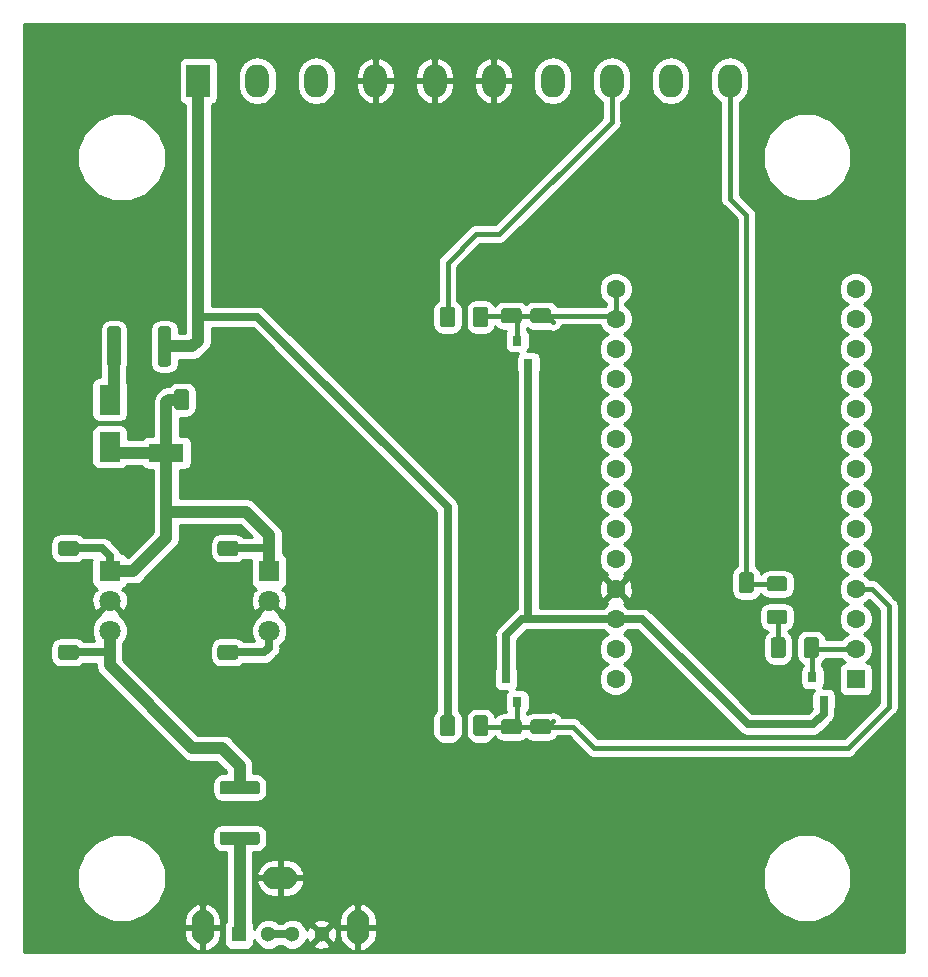
<source format=gbr>
G04 #@! TF.GenerationSoftware,KiCad,Pcbnew,(5.0.1)-4*
G04 #@! TF.CreationDate,2020-08-30T22:44:20+08:00*
G04 #@! TF.ProjectId,remote-monitor,72656D6F74652D6D6F6E69746F722E6B,rev?*
G04 #@! TF.SameCoordinates,Original*
G04 #@! TF.FileFunction,Copper,L1,Top,Signal*
G04 #@! TF.FilePolarity,Positive*
%FSLAX46Y46*%
G04 Gerber Fmt 4.6, Leading zero omitted, Abs format (unit mm)*
G04 Created by KiCad (PCBNEW (5.0.1)-4) date 30/08/2020 10:44:20 PM*
%MOMM*%
%LPD*%
G01*
G04 APERTURE LIST*
G04 #@! TA.AperFunction,ComponentPad*
%ADD10R,2.032000X2.794000*%
G04 #@! TD*
G04 #@! TA.AperFunction,ComponentPad*
%ADD11O,2.032000X2.794000*%
G04 #@! TD*
G04 #@! TA.AperFunction,ComponentPad*
%ADD12C,1.600000*%
G04 #@! TD*
G04 #@! TA.AperFunction,ComponentPad*
%ADD13R,1.600000X1.600000*%
G04 #@! TD*
G04 #@! TA.AperFunction,SMDPad,CuDef*
%ADD14R,3.000000X1.600000*%
G04 #@! TD*
G04 #@! TA.AperFunction,Conductor*
%ADD15C,0.100000*%
G04 #@! TD*
G04 #@! TA.AperFunction,SMDPad,CuDef*
%ADD16C,1.250000*%
G04 #@! TD*
G04 #@! TA.AperFunction,SMDPad,CuDef*
%ADD17R,1.800000X2.500000*%
G04 #@! TD*
G04 #@! TA.AperFunction,SMDPad,CuDef*
%ADD18R,0.800000X0.900000*%
G04 #@! TD*
G04 #@! TA.AperFunction,ComponentPad*
%ADD19R,1.300000X1.300000*%
G04 #@! TD*
G04 #@! TA.AperFunction,ComponentPad*
%ADD20C,1.300000*%
G04 #@! TD*
G04 #@! TA.AperFunction,ComponentPad*
%ADD21O,1.900000X2.900000*%
G04 #@! TD*
G04 #@! TA.AperFunction,ComponentPad*
%ADD22O,2.900000X1.900000*%
G04 #@! TD*
G04 #@! TA.AperFunction,ComponentPad*
%ADD23R,1.800000X1.800000*%
G04 #@! TD*
G04 #@! TA.AperFunction,ComponentPad*
%ADD24C,1.800000*%
G04 #@! TD*
G04 #@! TA.AperFunction,SMDPad,CuDef*
%ADD25C,1.125000*%
G04 #@! TD*
G04 #@! TA.AperFunction,ViaPad*
%ADD26C,1.270000*%
G04 #@! TD*
G04 #@! TA.AperFunction,Conductor*
%ADD27C,0.635000*%
G04 #@! TD*
G04 #@! TA.AperFunction,Conductor*
%ADD28C,0.381000*%
G04 #@! TD*
G04 #@! TA.AperFunction,Conductor*
%ADD29C,1.016000*%
G04 #@! TD*
G04 #@! TA.AperFunction,Conductor*
%ADD30C,0.254000*%
G04 #@! TD*
G04 APERTURE END LIST*
D10*
G04 #@! TO.P,J1,1*
G04 #@! TO.N,Net-(F1-Pad2)*
X112500000Y-50500000D03*
D11*
G04 #@! TO.P,J1,2*
X117500000Y-50500000D03*
G04 #@! TO.P,J1,3*
X122500000Y-50500000D03*
G04 #@! TO.P,J1,4*
G04 #@! TO.N,GND*
X127500000Y-50500000D03*
G04 #@! TO.P,J1,5*
X132500000Y-50500000D03*
G04 #@! TO.P,J1,6*
X137500000Y-50500000D03*
G04 #@! TO.P,J1,7*
G04 #@! TO.N,Net-(J1-Pad7)*
X142500000Y-50500000D03*
G04 #@! TO.P,J1,8*
G04 #@! TO.N,Net-(J1-Pad8)*
X147500000Y-50500000D03*
G04 #@! TO.P,J1,9*
G04 #@! TO.N,Net-(J1-Pad9)*
X152500000Y-50500000D03*
G04 #@! TO.P,J1,10*
G04 #@! TO.N,/Radio_VOX*
X157500000Y-50500000D03*
G04 #@! TD*
D12*
G04 #@! TO.P,A1,28*
G04 #@! TO.N,+5V*
X147840000Y-101160000D03*
G04 #@! TO.P,A1,27*
G04 #@! TO.N,Net-(A1-Pad27)*
X147840000Y-98620000D03*
G04 #@! TO.P,A1,26*
G04 #@! TO.N,+3V3*
X147840000Y-96080000D03*
G04 #@! TO.P,A1,25*
G04 #@! TO.N,GND*
X147840000Y-93540000D03*
G04 #@! TO.P,A1,24*
G04 #@! TO.N,Net-(A1-Pad24)*
X147840000Y-91000000D03*
G04 #@! TO.P,A1,23*
G04 #@! TO.N,Net-(A1-Pad23)*
X147840000Y-88460000D03*
G04 #@! TO.P,A1,22*
G04 #@! TO.N,Net-(A1-Pad22)*
X147840000Y-85920000D03*
G04 #@! TO.P,A1,21*
G04 #@! TO.N,Net-(A1-Pad21)*
X147840000Y-83380000D03*
G04 #@! TO.P,A1,20*
G04 #@! TO.N,Net-(A1-Pad20)*
X147840000Y-80840000D03*
G04 #@! TO.P,A1,19*
G04 #@! TO.N,Net-(A1-Pad19)*
X147840000Y-78300000D03*
G04 #@! TO.P,A1,18*
G04 #@! TO.N,Net-(A1-Pad18)*
X147840000Y-75760000D03*
G04 #@! TO.P,A1,17*
G04 #@! TO.N,Net-(A1-Pad17)*
X147840000Y-73220000D03*
G04 #@! TO.P,A1,16*
G04 #@! TO.N,/Mains_Sensor*
X147840000Y-70680000D03*
G04 #@! TO.P,A1,15*
X147840000Y-68140000D03*
G04 #@! TO.P,A1,14*
G04 #@! TO.N,Net-(A1-Pad14)*
X168160000Y-68140000D03*
G04 #@! TO.P,A1,13*
G04 #@! TO.N,Net-(A1-Pad13)*
X168160000Y-70680000D03*
G04 #@! TO.P,A1,12*
G04 #@! TO.N,Net-(A1-Pad12)*
X168160000Y-73220000D03*
G04 #@! TO.P,A1,11*
G04 #@! TO.N,Net-(A1-Pad11)*
X168160000Y-75760000D03*
G04 #@! TO.P,A1,10*
G04 #@! TO.N,Net-(A1-Pad10)*
X168160000Y-78300000D03*
G04 #@! TO.P,A1,9*
G04 #@! TO.N,Net-(A1-Pad9)*
X168160000Y-80840000D03*
G04 #@! TO.P,A1,8*
G04 #@! TO.N,Net-(A1-Pad8)*
X168160000Y-83380000D03*
G04 #@! TO.P,A1,7*
G04 #@! TO.N,Net-(A1-Pad7)*
X168160000Y-85920000D03*
G04 #@! TO.P,A1,6*
G04 #@! TO.N,Net-(A1-Pad6)*
X168160000Y-88460000D03*
G04 #@! TO.P,A1,5*
G04 #@! TO.N,Net-(A1-Pad5)*
X168160000Y-91000000D03*
G04 #@! TO.P,A1,4*
G04 #@! TO.N,/Battery_Volts*
X168160000Y-93540000D03*
G04 #@! TO.P,A1,3*
G04 #@! TO.N,/Mains_Sensor*
X168160000Y-96080000D03*
G04 #@! TO.P,A1,2*
G04 #@! TO.N,Net-(A1-Pad2)*
X168160000Y-98620000D03*
D13*
G04 #@! TO.P,A1,1*
G04 #@! TO.N,Net-(A1-Pad1)*
X168160000Y-101160000D03*
G04 #@! TD*
D14*
G04 #@! TO.P,C1,1*
G04 #@! TO.N,Net-(C1-Pad1)*
X109800000Y-82000000D03*
G04 #@! TO.P,C1,2*
G04 #@! TO.N,GND*
X114200000Y-82000000D03*
G04 #@! TD*
D15*
G04 #@! TO.N,GND*
G04 #@! TO.C,C2*
G36*
X142149504Y-107376204D02*
X142173773Y-107379804D01*
X142197571Y-107385765D01*
X142220671Y-107394030D01*
X142242849Y-107404520D01*
X142263893Y-107417133D01*
X142283598Y-107431747D01*
X142301777Y-107448223D01*
X142318253Y-107466402D01*
X142332867Y-107486107D01*
X142345480Y-107507151D01*
X142355970Y-107529329D01*
X142364235Y-107552429D01*
X142370196Y-107576227D01*
X142373796Y-107600496D01*
X142375000Y-107625000D01*
X142375000Y-108375000D01*
X142373796Y-108399504D01*
X142370196Y-108423773D01*
X142364235Y-108447571D01*
X142355970Y-108470671D01*
X142345480Y-108492849D01*
X142332867Y-108513893D01*
X142318253Y-108533598D01*
X142301777Y-108551777D01*
X142283598Y-108568253D01*
X142263893Y-108582867D01*
X142242849Y-108595480D01*
X142220671Y-108605970D01*
X142197571Y-108614235D01*
X142173773Y-108620196D01*
X142149504Y-108623796D01*
X142125000Y-108625000D01*
X140875000Y-108625000D01*
X140850496Y-108623796D01*
X140826227Y-108620196D01*
X140802429Y-108614235D01*
X140779329Y-108605970D01*
X140757151Y-108595480D01*
X140736107Y-108582867D01*
X140716402Y-108568253D01*
X140698223Y-108551777D01*
X140681747Y-108533598D01*
X140667133Y-108513893D01*
X140654520Y-108492849D01*
X140644030Y-108470671D01*
X140635765Y-108447571D01*
X140629804Y-108423773D01*
X140626204Y-108399504D01*
X140625000Y-108375000D01*
X140625000Y-107625000D01*
X140626204Y-107600496D01*
X140629804Y-107576227D01*
X140635765Y-107552429D01*
X140644030Y-107529329D01*
X140654520Y-107507151D01*
X140667133Y-107486107D01*
X140681747Y-107466402D01*
X140698223Y-107448223D01*
X140716402Y-107431747D01*
X140736107Y-107417133D01*
X140757151Y-107404520D01*
X140779329Y-107394030D01*
X140802429Y-107385765D01*
X140826227Y-107379804D01*
X140850496Y-107376204D01*
X140875000Y-107375000D01*
X142125000Y-107375000D01*
X142149504Y-107376204D01*
X142149504Y-107376204D01*
G37*
D16*
G04 #@! TD*
G04 #@! TO.P,C2,2*
G04 #@! TO.N,GND*
X141500000Y-108000000D03*
D15*
G04 #@! TO.N,/Battery_Volts*
G04 #@! TO.C,C2*
G36*
X142149504Y-104576204D02*
X142173773Y-104579804D01*
X142197571Y-104585765D01*
X142220671Y-104594030D01*
X142242849Y-104604520D01*
X142263893Y-104617133D01*
X142283598Y-104631747D01*
X142301777Y-104648223D01*
X142318253Y-104666402D01*
X142332867Y-104686107D01*
X142345480Y-104707151D01*
X142355970Y-104729329D01*
X142364235Y-104752429D01*
X142370196Y-104776227D01*
X142373796Y-104800496D01*
X142375000Y-104825000D01*
X142375000Y-105575000D01*
X142373796Y-105599504D01*
X142370196Y-105623773D01*
X142364235Y-105647571D01*
X142355970Y-105670671D01*
X142345480Y-105692849D01*
X142332867Y-105713893D01*
X142318253Y-105733598D01*
X142301777Y-105751777D01*
X142283598Y-105768253D01*
X142263893Y-105782867D01*
X142242849Y-105795480D01*
X142220671Y-105805970D01*
X142197571Y-105814235D01*
X142173773Y-105820196D01*
X142149504Y-105823796D01*
X142125000Y-105825000D01*
X140875000Y-105825000D01*
X140850496Y-105823796D01*
X140826227Y-105820196D01*
X140802429Y-105814235D01*
X140779329Y-105805970D01*
X140757151Y-105795480D01*
X140736107Y-105782867D01*
X140716402Y-105768253D01*
X140698223Y-105751777D01*
X140681747Y-105733598D01*
X140667133Y-105713893D01*
X140654520Y-105692849D01*
X140644030Y-105670671D01*
X140635765Y-105647571D01*
X140629804Y-105623773D01*
X140626204Y-105599504D01*
X140625000Y-105575000D01*
X140625000Y-104825000D01*
X140626204Y-104800496D01*
X140629804Y-104776227D01*
X140635765Y-104752429D01*
X140644030Y-104729329D01*
X140654520Y-104707151D01*
X140667133Y-104686107D01*
X140681747Y-104666402D01*
X140698223Y-104648223D01*
X140716402Y-104631747D01*
X140736107Y-104617133D01*
X140757151Y-104604520D01*
X140779329Y-104594030D01*
X140802429Y-104585765D01*
X140826227Y-104579804D01*
X140850496Y-104576204D01*
X140875000Y-104575000D01*
X142125000Y-104575000D01*
X142149504Y-104576204D01*
X142149504Y-104576204D01*
G37*
D16*
G04 #@! TD*
G04 #@! TO.P,C2,1*
G04 #@! TO.N,/Battery_Volts*
X141500000Y-105200000D03*
D15*
G04 #@! TO.N,GND*
G04 #@! TO.C,C3*
G36*
X142149504Y-66976204D02*
X142173773Y-66979804D01*
X142197571Y-66985765D01*
X142220671Y-66994030D01*
X142242849Y-67004520D01*
X142263893Y-67017133D01*
X142283598Y-67031747D01*
X142301777Y-67048223D01*
X142318253Y-67066402D01*
X142332867Y-67086107D01*
X142345480Y-67107151D01*
X142355970Y-67129329D01*
X142364235Y-67152429D01*
X142370196Y-67176227D01*
X142373796Y-67200496D01*
X142375000Y-67225000D01*
X142375000Y-67975000D01*
X142373796Y-67999504D01*
X142370196Y-68023773D01*
X142364235Y-68047571D01*
X142355970Y-68070671D01*
X142345480Y-68092849D01*
X142332867Y-68113893D01*
X142318253Y-68133598D01*
X142301777Y-68151777D01*
X142283598Y-68168253D01*
X142263893Y-68182867D01*
X142242849Y-68195480D01*
X142220671Y-68205970D01*
X142197571Y-68214235D01*
X142173773Y-68220196D01*
X142149504Y-68223796D01*
X142125000Y-68225000D01*
X140875000Y-68225000D01*
X140850496Y-68223796D01*
X140826227Y-68220196D01*
X140802429Y-68214235D01*
X140779329Y-68205970D01*
X140757151Y-68195480D01*
X140736107Y-68182867D01*
X140716402Y-68168253D01*
X140698223Y-68151777D01*
X140681747Y-68133598D01*
X140667133Y-68113893D01*
X140654520Y-68092849D01*
X140644030Y-68070671D01*
X140635765Y-68047571D01*
X140629804Y-68023773D01*
X140626204Y-67999504D01*
X140625000Y-67975000D01*
X140625000Y-67225000D01*
X140626204Y-67200496D01*
X140629804Y-67176227D01*
X140635765Y-67152429D01*
X140644030Y-67129329D01*
X140654520Y-67107151D01*
X140667133Y-67086107D01*
X140681747Y-67066402D01*
X140698223Y-67048223D01*
X140716402Y-67031747D01*
X140736107Y-67017133D01*
X140757151Y-67004520D01*
X140779329Y-66994030D01*
X140802429Y-66985765D01*
X140826227Y-66979804D01*
X140850496Y-66976204D01*
X140875000Y-66975000D01*
X142125000Y-66975000D01*
X142149504Y-66976204D01*
X142149504Y-66976204D01*
G37*
D16*
G04 #@! TD*
G04 #@! TO.P,C3,2*
G04 #@! TO.N,GND*
X141500000Y-67600000D03*
D15*
G04 #@! TO.N,/Mains_Sensor*
G04 #@! TO.C,C3*
G36*
X142149504Y-69776204D02*
X142173773Y-69779804D01*
X142197571Y-69785765D01*
X142220671Y-69794030D01*
X142242849Y-69804520D01*
X142263893Y-69817133D01*
X142283598Y-69831747D01*
X142301777Y-69848223D01*
X142318253Y-69866402D01*
X142332867Y-69886107D01*
X142345480Y-69907151D01*
X142355970Y-69929329D01*
X142364235Y-69952429D01*
X142370196Y-69976227D01*
X142373796Y-70000496D01*
X142375000Y-70025000D01*
X142375000Y-70775000D01*
X142373796Y-70799504D01*
X142370196Y-70823773D01*
X142364235Y-70847571D01*
X142355970Y-70870671D01*
X142345480Y-70892849D01*
X142332867Y-70913893D01*
X142318253Y-70933598D01*
X142301777Y-70951777D01*
X142283598Y-70968253D01*
X142263893Y-70982867D01*
X142242849Y-70995480D01*
X142220671Y-71005970D01*
X142197571Y-71014235D01*
X142173773Y-71020196D01*
X142149504Y-71023796D01*
X142125000Y-71025000D01*
X140875000Y-71025000D01*
X140850496Y-71023796D01*
X140826227Y-71020196D01*
X140802429Y-71014235D01*
X140779329Y-71005970D01*
X140757151Y-70995480D01*
X140736107Y-70982867D01*
X140716402Y-70968253D01*
X140698223Y-70951777D01*
X140681747Y-70933598D01*
X140667133Y-70913893D01*
X140654520Y-70892849D01*
X140644030Y-70870671D01*
X140635765Y-70847571D01*
X140629804Y-70823773D01*
X140626204Y-70799504D01*
X140625000Y-70775000D01*
X140625000Y-70025000D01*
X140626204Y-70000496D01*
X140629804Y-69976227D01*
X140635765Y-69952429D01*
X140644030Y-69929329D01*
X140654520Y-69907151D01*
X140667133Y-69886107D01*
X140681747Y-69866402D01*
X140698223Y-69848223D01*
X140716402Y-69831747D01*
X140736107Y-69817133D01*
X140757151Y-69804520D01*
X140779329Y-69794030D01*
X140802429Y-69785765D01*
X140826227Y-69779804D01*
X140850496Y-69776204D01*
X140875000Y-69775000D01*
X142125000Y-69775000D01*
X142149504Y-69776204D01*
X142149504Y-69776204D01*
G37*
D16*
G04 #@! TD*
G04 #@! TO.P,C3,1*
G04 #@! TO.N,/Mains_Sensor*
X141500000Y-70400000D03*
D15*
G04 #@! TO.N,Net-(C1-Pad1)*
G04 #@! TO.C,C4*
G36*
X111499504Y-76626204D02*
X111523773Y-76629804D01*
X111547571Y-76635765D01*
X111570671Y-76644030D01*
X111592849Y-76654520D01*
X111613893Y-76667133D01*
X111633598Y-76681747D01*
X111651777Y-76698223D01*
X111668253Y-76716402D01*
X111682867Y-76736107D01*
X111695480Y-76757151D01*
X111705970Y-76779329D01*
X111714235Y-76802429D01*
X111720196Y-76826227D01*
X111723796Y-76850496D01*
X111725000Y-76875000D01*
X111725000Y-78125000D01*
X111723796Y-78149504D01*
X111720196Y-78173773D01*
X111714235Y-78197571D01*
X111705970Y-78220671D01*
X111695480Y-78242849D01*
X111682867Y-78263893D01*
X111668253Y-78283598D01*
X111651777Y-78301777D01*
X111633598Y-78318253D01*
X111613893Y-78332867D01*
X111592849Y-78345480D01*
X111570671Y-78355970D01*
X111547571Y-78364235D01*
X111523773Y-78370196D01*
X111499504Y-78373796D01*
X111475000Y-78375000D01*
X110725000Y-78375000D01*
X110700496Y-78373796D01*
X110676227Y-78370196D01*
X110652429Y-78364235D01*
X110629329Y-78355970D01*
X110607151Y-78345480D01*
X110586107Y-78332867D01*
X110566402Y-78318253D01*
X110548223Y-78301777D01*
X110531747Y-78283598D01*
X110517133Y-78263893D01*
X110504520Y-78242849D01*
X110494030Y-78220671D01*
X110485765Y-78197571D01*
X110479804Y-78173773D01*
X110476204Y-78149504D01*
X110475000Y-78125000D01*
X110475000Y-76875000D01*
X110476204Y-76850496D01*
X110479804Y-76826227D01*
X110485765Y-76802429D01*
X110494030Y-76779329D01*
X110504520Y-76757151D01*
X110517133Y-76736107D01*
X110531747Y-76716402D01*
X110548223Y-76698223D01*
X110566402Y-76681747D01*
X110586107Y-76667133D01*
X110607151Y-76654520D01*
X110629329Y-76644030D01*
X110652429Y-76635765D01*
X110676227Y-76629804D01*
X110700496Y-76626204D01*
X110725000Y-76625000D01*
X111475000Y-76625000D01*
X111499504Y-76626204D01*
X111499504Y-76626204D01*
G37*
D16*
G04 #@! TD*
G04 #@! TO.P,C4,1*
G04 #@! TO.N,Net-(C1-Pad1)*
X111100000Y-77500000D03*
D15*
G04 #@! TO.N,GND*
G04 #@! TO.C,C4*
G36*
X114299504Y-76626204D02*
X114323773Y-76629804D01*
X114347571Y-76635765D01*
X114370671Y-76644030D01*
X114392849Y-76654520D01*
X114413893Y-76667133D01*
X114433598Y-76681747D01*
X114451777Y-76698223D01*
X114468253Y-76716402D01*
X114482867Y-76736107D01*
X114495480Y-76757151D01*
X114505970Y-76779329D01*
X114514235Y-76802429D01*
X114520196Y-76826227D01*
X114523796Y-76850496D01*
X114525000Y-76875000D01*
X114525000Y-78125000D01*
X114523796Y-78149504D01*
X114520196Y-78173773D01*
X114514235Y-78197571D01*
X114505970Y-78220671D01*
X114495480Y-78242849D01*
X114482867Y-78263893D01*
X114468253Y-78283598D01*
X114451777Y-78301777D01*
X114433598Y-78318253D01*
X114413893Y-78332867D01*
X114392849Y-78345480D01*
X114370671Y-78355970D01*
X114347571Y-78364235D01*
X114323773Y-78370196D01*
X114299504Y-78373796D01*
X114275000Y-78375000D01*
X113525000Y-78375000D01*
X113500496Y-78373796D01*
X113476227Y-78370196D01*
X113452429Y-78364235D01*
X113429329Y-78355970D01*
X113407151Y-78345480D01*
X113386107Y-78332867D01*
X113366402Y-78318253D01*
X113348223Y-78301777D01*
X113331747Y-78283598D01*
X113317133Y-78263893D01*
X113304520Y-78242849D01*
X113294030Y-78220671D01*
X113285765Y-78197571D01*
X113279804Y-78173773D01*
X113276204Y-78149504D01*
X113275000Y-78125000D01*
X113275000Y-76875000D01*
X113276204Y-76850496D01*
X113279804Y-76826227D01*
X113285765Y-76802429D01*
X113294030Y-76779329D01*
X113304520Y-76757151D01*
X113317133Y-76736107D01*
X113331747Y-76716402D01*
X113348223Y-76698223D01*
X113366402Y-76681747D01*
X113386107Y-76667133D01*
X113407151Y-76654520D01*
X113429329Y-76644030D01*
X113452429Y-76635765D01*
X113476227Y-76629804D01*
X113500496Y-76626204D01*
X113525000Y-76625000D01*
X114275000Y-76625000D01*
X114299504Y-76626204D01*
X114299504Y-76626204D01*
G37*
D16*
G04 #@! TD*
G04 #@! TO.P,C4,2*
G04 #@! TO.N,GND*
X113900000Y-77500000D03*
D15*
G04 #@! TO.N,Net-(C1-Pad1)*
G04 #@! TO.C,C5*
G36*
X102149504Y-89476204D02*
X102173773Y-89479804D01*
X102197571Y-89485765D01*
X102220671Y-89494030D01*
X102242849Y-89504520D01*
X102263893Y-89517133D01*
X102283598Y-89531747D01*
X102301777Y-89548223D01*
X102318253Y-89566402D01*
X102332867Y-89586107D01*
X102345480Y-89607151D01*
X102355970Y-89629329D01*
X102364235Y-89652429D01*
X102370196Y-89676227D01*
X102373796Y-89700496D01*
X102375000Y-89725000D01*
X102375000Y-90475000D01*
X102373796Y-90499504D01*
X102370196Y-90523773D01*
X102364235Y-90547571D01*
X102355970Y-90570671D01*
X102345480Y-90592849D01*
X102332867Y-90613893D01*
X102318253Y-90633598D01*
X102301777Y-90651777D01*
X102283598Y-90668253D01*
X102263893Y-90682867D01*
X102242849Y-90695480D01*
X102220671Y-90705970D01*
X102197571Y-90714235D01*
X102173773Y-90720196D01*
X102149504Y-90723796D01*
X102125000Y-90725000D01*
X100875000Y-90725000D01*
X100850496Y-90723796D01*
X100826227Y-90720196D01*
X100802429Y-90714235D01*
X100779329Y-90705970D01*
X100757151Y-90695480D01*
X100736107Y-90682867D01*
X100716402Y-90668253D01*
X100698223Y-90651777D01*
X100681747Y-90633598D01*
X100667133Y-90613893D01*
X100654520Y-90592849D01*
X100644030Y-90570671D01*
X100635765Y-90547571D01*
X100629804Y-90523773D01*
X100626204Y-90499504D01*
X100625000Y-90475000D01*
X100625000Y-89725000D01*
X100626204Y-89700496D01*
X100629804Y-89676227D01*
X100635765Y-89652429D01*
X100644030Y-89629329D01*
X100654520Y-89607151D01*
X100667133Y-89586107D01*
X100681747Y-89566402D01*
X100698223Y-89548223D01*
X100716402Y-89531747D01*
X100736107Y-89517133D01*
X100757151Y-89504520D01*
X100779329Y-89494030D01*
X100802429Y-89485765D01*
X100826227Y-89479804D01*
X100850496Y-89476204D01*
X100875000Y-89475000D01*
X102125000Y-89475000D01*
X102149504Y-89476204D01*
X102149504Y-89476204D01*
G37*
D16*
G04 #@! TD*
G04 #@! TO.P,C5,1*
G04 #@! TO.N,Net-(C1-Pad1)*
X101500000Y-90100000D03*
D15*
G04 #@! TO.N,GND*
G04 #@! TO.C,C5*
G36*
X102149504Y-92276204D02*
X102173773Y-92279804D01*
X102197571Y-92285765D01*
X102220671Y-92294030D01*
X102242849Y-92304520D01*
X102263893Y-92317133D01*
X102283598Y-92331747D01*
X102301777Y-92348223D01*
X102318253Y-92366402D01*
X102332867Y-92386107D01*
X102345480Y-92407151D01*
X102355970Y-92429329D01*
X102364235Y-92452429D01*
X102370196Y-92476227D01*
X102373796Y-92500496D01*
X102375000Y-92525000D01*
X102375000Y-93275000D01*
X102373796Y-93299504D01*
X102370196Y-93323773D01*
X102364235Y-93347571D01*
X102355970Y-93370671D01*
X102345480Y-93392849D01*
X102332867Y-93413893D01*
X102318253Y-93433598D01*
X102301777Y-93451777D01*
X102283598Y-93468253D01*
X102263893Y-93482867D01*
X102242849Y-93495480D01*
X102220671Y-93505970D01*
X102197571Y-93514235D01*
X102173773Y-93520196D01*
X102149504Y-93523796D01*
X102125000Y-93525000D01*
X100875000Y-93525000D01*
X100850496Y-93523796D01*
X100826227Y-93520196D01*
X100802429Y-93514235D01*
X100779329Y-93505970D01*
X100757151Y-93495480D01*
X100736107Y-93482867D01*
X100716402Y-93468253D01*
X100698223Y-93451777D01*
X100681747Y-93433598D01*
X100667133Y-93413893D01*
X100654520Y-93392849D01*
X100644030Y-93370671D01*
X100635765Y-93347571D01*
X100629804Y-93323773D01*
X100626204Y-93299504D01*
X100625000Y-93275000D01*
X100625000Y-92525000D01*
X100626204Y-92500496D01*
X100629804Y-92476227D01*
X100635765Y-92452429D01*
X100644030Y-92429329D01*
X100654520Y-92407151D01*
X100667133Y-92386107D01*
X100681747Y-92366402D01*
X100698223Y-92348223D01*
X100716402Y-92331747D01*
X100736107Y-92317133D01*
X100757151Y-92304520D01*
X100779329Y-92294030D01*
X100802429Y-92285765D01*
X100826227Y-92279804D01*
X100850496Y-92276204D01*
X100875000Y-92275000D01*
X102125000Y-92275000D01*
X102149504Y-92276204D01*
X102149504Y-92276204D01*
G37*
D16*
G04 #@! TD*
G04 #@! TO.P,C5,2*
G04 #@! TO.N,GND*
X101500000Y-92900000D03*
D15*
G04 #@! TO.N,GND*
G04 #@! TO.C,C6*
G36*
X115649504Y-92276204D02*
X115673773Y-92279804D01*
X115697571Y-92285765D01*
X115720671Y-92294030D01*
X115742849Y-92304520D01*
X115763893Y-92317133D01*
X115783598Y-92331747D01*
X115801777Y-92348223D01*
X115818253Y-92366402D01*
X115832867Y-92386107D01*
X115845480Y-92407151D01*
X115855970Y-92429329D01*
X115864235Y-92452429D01*
X115870196Y-92476227D01*
X115873796Y-92500496D01*
X115875000Y-92525000D01*
X115875000Y-93275000D01*
X115873796Y-93299504D01*
X115870196Y-93323773D01*
X115864235Y-93347571D01*
X115855970Y-93370671D01*
X115845480Y-93392849D01*
X115832867Y-93413893D01*
X115818253Y-93433598D01*
X115801777Y-93451777D01*
X115783598Y-93468253D01*
X115763893Y-93482867D01*
X115742849Y-93495480D01*
X115720671Y-93505970D01*
X115697571Y-93514235D01*
X115673773Y-93520196D01*
X115649504Y-93523796D01*
X115625000Y-93525000D01*
X114375000Y-93525000D01*
X114350496Y-93523796D01*
X114326227Y-93520196D01*
X114302429Y-93514235D01*
X114279329Y-93505970D01*
X114257151Y-93495480D01*
X114236107Y-93482867D01*
X114216402Y-93468253D01*
X114198223Y-93451777D01*
X114181747Y-93433598D01*
X114167133Y-93413893D01*
X114154520Y-93392849D01*
X114144030Y-93370671D01*
X114135765Y-93347571D01*
X114129804Y-93323773D01*
X114126204Y-93299504D01*
X114125000Y-93275000D01*
X114125000Y-92525000D01*
X114126204Y-92500496D01*
X114129804Y-92476227D01*
X114135765Y-92452429D01*
X114144030Y-92429329D01*
X114154520Y-92407151D01*
X114167133Y-92386107D01*
X114181747Y-92366402D01*
X114198223Y-92348223D01*
X114216402Y-92331747D01*
X114236107Y-92317133D01*
X114257151Y-92304520D01*
X114279329Y-92294030D01*
X114302429Y-92285765D01*
X114326227Y-92279804D01*
X114350496Y-92276204D01*
X114375000Y-92275000D01*
X115625000Y-92275000D01*
X115649504Y-92276204D01*
X115649504Y-92276204D01*
G37*
D16*
G04 #@! TD*
G04 #@! TO.P,C6,2*
G04 #@! TO.N,GND*
X115000000Y-92900000D03*
D15*
G04 #@! TO.N,Net-(C1-Pad1)*
G04 #@! TO.C,C6*
G36*
X115649504Y-89476204D02*
X115673773Y-89479804D01*
X115697571Y-89485765D01*
X115720671Y-89494030D01*
X115742849Y-89504520D01*
X115763893Y-89517133D01*
X115783598Y-89531747D01*
X115801777Y-89548223D01*
X115818253Y-89566402D01*
X115832867Y-89586107D01*
X115845480Y-89607151D01*
X115855970Y-89629329D01*
X115864235Y-89652429D01*
X115870196Y-89676227D01*
X115873796Y-89700496D01*
X115875000Y-89725000D01*
X115875000Y-90475000D01*
X115873796Y-90499504D01*
X115870196Y-90523773D01*
X115864235Y-90547571D01*
X115855970Y-90570671D01*
X115845480Y-90592849D01*
X115832867Y-90613893D01*
X115818253Y-90633598D01*
X115801777Y-90651777D01*
X115783598Y-90668253D01*
X115763893Y-90682867D01*
X115742849Y-90695480D01*
X115720671Y-90705970D01*
X115697571Y-90714235D01*
X115673773Y-90720196D01*
X115649504Y-90723796D01*
X115625000Y-90725000D01*
X114375000Y-90725000D01*
X114350496Y-90723796D01*
X114326227Y-90720196D01*
X114302429Y-90714235D01*
X114279329Y-90705970D01*
X114257151Y-90695480D01*
X114236107Y-90682867D01*
X114216402Y-90668253D01*
X114198223Y-90651777D01*
X114181747Y-90633598D01*
X114167133Y-90613893D01*
X114154520Y-90592849D01*
X114144030Y-90570671D01*
X114135765Y-90547571D01*
X114129804Y-90523773D01*
X114126204Y-90499504D01*
X114125000Y-90475000D01*
X114125000Y-89725000D01*
X114126204Y-89700496D01*
X114129804Y-89676227D01*
X114135765Y-89652429D01*
X114144030Y-89629329D01*
X114154520Y-89607151D01*
X114167133Y-89586107D01*
X114181747Y-89566402D01*
X114198223Y-89548223D01*
X114216402Y-89531747D01*
X114236107Y-89517133D01*
X114257151Y-89504520D01*
X114279329Y-89494030D01*
X114302429Y-89485765D01*
X114326227Y-89479804D01*
X114350496Y-89476204D01*
X114375000Y-89475000D01*
X115625000Y-89475000D01*
X115649504Y-89476204D01*
X115649504Y-89476204D01*
G37*
D16*
G04 #@! TD*
G04 #@! TO.P,C6,1*
G04 #@! TO.N,Net-(C1-Pad1)*
X115000000Y-90100000D03*
D15*
G04 #@! TO.N,Net-(C7-Pad1)*
G04 #@! TO.C,C7*
G36*
X102149504Y-98276204D02*
X102173773Y-98279804D01*
X102197571Y-98285765D01*
X102220671Y-98294030D01*
X102242849Y-98304520D01*
X102263893Y-98317133D01*
X102283598Y-98331747D01*
X102301777Y-98348223D01*
X102318253Y-98366402D01*
X102332867Y-98386107D01*
X102345480Y-98407151D01*
X102355970Y-98429329D01*
X102364235Y-98452429D01*
X102370196Y-98476227D01*
X102373796Y-98500496D01*
X102375000Y-98525000D01*
X102375000Y-99275000D01*
X102373796Y-99299504D01*
X102370196Y-99323773D01*
X102364235Y-99347571D01*
X102355970Y-99370671D01*
X102345480Y-99392849D01*
X102332867Y-99413893D01*
X102318253Y-99433598D01*
X102301777Y-99451777D01*
X102283598Y-99468253D01*
X102263893Y-99482867D01*
X102242849Y-99495480D01*
X102220671Y-99505970D01*
X102197571Y-99514235D01*
X102173773Y-99520196D01*
X102149504Y-99523796D01*
X102125000Y-99525000D01*
X100875000Y-99525000D01*
X100850496Y-99523796D01*
X100826227Y-99520196D01*
X100802429Y-99514235D01*
X100779329Y-99505970D01*
X100757151Y-99495480D01*
X100736107Y-99482867D01*
X100716402Y-99468253D01*
X100698223Y-99451777D01*
X100681747Y-99433598D01*
X100667133Y-99413893D01*
X100654520Y-99392849D01*
X100644030Y-99370671D01*
X100635765Y-99347571D01*
X100629804Y-99323773D01*
X100626204Y-99299504D01*
X100625000Y-99275000D01*
X100625000Y-98525000D01*
X100626204Y-98500496D01*
X100629804Y-98476227D01*
X100635765Y-98452429D01*
X100644030Y-98429329D01*
X100654520Y-98407151D01*
X100667133Y-98386107D01*
X100681747Y-98366402D01*
X100698223Y-98348223D01*
X100716402Y-98331747D01*
X100736107Y-98317133D01*
X100757151Y-98304520D01*
X100779329Y-98294030D01*
X100802429Y-98285765D01*
X100826227Y-98279804D01*
X100850496Y-98276204D01*
X100875000Y-98275000D01*
X102125000Y-98275000D01*
X102149504Y-98276204D01*
X102149504Y-98276204D01*
G37*
D16*
G04 #@! TD*
G04 #@! TO.P,C7,1*
G04 #@! TO.N,Net-(C7-Pad1)*
X101500000Y-98900000D03*
D15*
G04 #@! TO.N,GND*
G04 #@! TO.C,C7*
G36*
X102149504Y-95476204D02*
X102173773Y-95479804D01*
X102197571Y-95485765D01*
X102220671Y-95494030D01*
X102242849Y-95504520D01*
X102263893Y-95517133D01*
X102283598Y-95531747D01*
X102301777Y-95548223D01*
X102318253Y-95566402D01*
X102332867Y-95586107D01*
X102345480Y-95607151D01*
X102355970Y-95629329D01*
X102364235Y-95652429D01*
X102370196Y-95676227D01*
X102373796Y-95700496D01*
X102375000Y-95725000D01*
X102375000Y-96475000D01*
X102373796Y-96499504D01*
X102370196Y-96523773D01*
X102364235Y-96547571D01*
X102355970Y-96570671D01*
X102345480Y-96592849D01*
X102332867Y-96613893D01*
X102318253Y-96633598D01*
X102301777Y-96651777D01*
X102283598Y-96668253D01*
X102263893Y-96682867D01*
X102242849Y-96695480D01*
X102220671Y-96705970D01*
X102197571Y-96714235D01*
X102173773Y-96720196D01*
X102149504Y-96723796D01*
X102125000Y-96725000D01*
X100875000Y-96725000D01*
X100850496Y-96723796D01*
X100826227Y-96720196D01*
X100802429Y-96714235D01*
X100779329Y-96705970D01*
X100757151Y-96695480D01*
X100736107Y-96682867D01*
X100716402Y-96668253D01*
X100698223Y-96651777D01*
X100681747Y-96633598D01*
X100667133Y-96613893D01*
X100654520Y-96592849D01*
X100644030Y-96570671D01*
X100635765Y-96547571D01*
X100629804Y-96523773D01*
X100626204Y-96499504D01*
X100625000Y-96475000D01*
X100625000Y-95725000D01*
X100626204Y-95700496D01*
X100629804Y-95676227D01*
X100635765Y-95652429D01*
X100644030Y-95629329D01*
X100654520Y-95607151D01*
X100667133Y-95586107D01*
X100681747Y-95566402D01*
X100698223Y-95548223D01*
X100716402Y-95531747D01*
X100736107Y-95517133D01*
X100757151Y-95504520D01*
X100779329Y-95494030D01*
X100802429Y-95485765D01*
X100826227Y-95479804D01*
X100850496Y-95476204D01*
X100875000Y-95475000D01*
X102125000Y-95475000D01*
X102149504Y-95476204D01*
X102149504Y-95476204D01*
G37*
D16*
G04 #@! TD*
G04 #@! TO.P,C7,2*
G04 #@! TO.N,GND*
X101500000Y-96100000D03*
D15*
G04 #@! TO.N,+5V*
G04 #@! TO.C,C8*
G36*
X115649504Y-98276204D02*
X115673773Y-98279804D01*
X115697571Y-98285765D01*
X115720671Y-98294030D01*
X115742849Y-98304520D01*
X115763893Y-98317133D01*
X115783598Y-98331747D01*
X115801777Y-98348223D01*
X115818253Y-98366402D01*
X115832867Y-98386107D01*
X115845480Y-98407151D01*
X115855970Y-98429329D01*
X115864235Y-98452429D01*
X115870196Y-98476227D01*
X115873796Y-98500496D01*
X115875000Y-98525000D01*
X115875000Y-99275000D01*
X115873796Y-99299504D01*
X115870196Y-99323773D01*
X115864235Y-99347571D01*
X115855970Y-99370671D01*
X115845480Y-99392849D01*
X115832867Y-99413893D01*
X115818253Y-99433598D01*
X115801777Y-99451777D01*
X115783598Y-99468253D01*
X115763893Y-99482867D01*
X115742849Y-99495480D01*
X115720671Y-99505970D01*
X115697571Y-99514235D01*
X115673773Y-99520196D01*
X115649504Y-99523796D01*
X115625000Y-99525000D01*
X114375000Y-99525000D01*
X114350496Y-99523796D01*
X114326227Y-99520196D01*
X114302429Y-99514235D01*
X114279329Y-99505970D01*
X114257151Y-99495480D01*
X114236107Y-99482867D01*
X114216402Y-99468253D01*
X114198223Y-99451777D01*
X114181747Y-99433598D01*
X114167133Y-99413893D01*
X114154520Y-99392849D01*
X114144030Y-99370671D01*
X114135765Y-99347571D01*
X114129804Y-99323773D01*
X114126204Y-99299504D01*
X114125000Y-99275000D01*
X114125000Y-98525000D01*
X114126204Y-98500496D01*
X114129804Y-98476227D01*
X114135765Y-98452429D01*
X114144030Y-98429329D01*
X114154520Y-98407151D01*
X114167133Y-98386107D01*
X114181747Y-98366402D01*
X114198223Y-98348223D01*
X114216402Y-98331747D01*
X114236107Y-98317133D01*
X114257151Y-98304520D01*
X114279329Y-98294030D01*
X114302429Y-98285765D01*
X114326227Y-98279804D01*
X114350496Y-98276204D01*
X114375000Y-98275000D01*
X115625000Y-98275000D01*
X115649504Y-98276204D01*
X115649504Y-98276204D01*
G37*
D16*
G04 #@! TD*
G04 #@! TO.P,C8,1*
G04 #@! TO.N,+5V*
X115000000Y-98900000D03*
D15*
G04 #@! TO.N,GND*
G04 #@! TO.C,C8*
G36*
X115649504Y-95476204D02*
X115673773Y-95479804D01*
X115697571Y-95485765D01*
X115720671Y-95494030D01*
X115742849Y-95504520D01*
X115763893Y-95517133D01*
X115783598Y-95531747D01*
X115801777Y-95548223D01*
X115818253Y-95566402D01*
X115832867Y-95586107D01*
X115845480Y-95607151D01*
X115855970Y-95629329D01*
X115864235Y-95652429D01*
X115870196Y-95676227D01*
X115873796Y-95700496D01*
X115875000Y-95725000D01*
X115875000Y-96475000D01*
X115873796Y-96499504D01*
X115870196Y-96523773D01*
X115864235Y-96547571D01*
X115855970Y-96570671D01*
X115845480Y-96592849D01*
X115832867Y-96613893D01*
X115818253Y-96633598D01*
X115801777Y-96651777D01*
X115783598Y-96668253D01*
X115763893Y-96682867D01*
X115742849Y-96695480D01*
X115720671Y-96705970D01*
X115697571Y-96714235D01*
X115673773Y-96720196D01*
X115649504Y-96723796D01*
X115625000Y-96725000D01*
X114375000Y-96725000D01*
X114350496Y-96723796D01*
X114326227Y-96720196D01*
X114302429Y-96714235D01*
X114279329Y-96705970D01*
X114257151Y-96695480D01*
X114236107Y-96682867D01*
X114216402Y-96668253D01*
X114198223Y-96651777D01*
X114181747Y-96633598D01*
X114167133Y-96613893D01*
X114154520Y-96592849D01*
X114144030Y-96570671D01*
X114135765Y-96547571D01*
X114129804Y-96523773D01*
X114126204Y-96499504D01*
X114125000Y-96475000D01*
X114125000Y-95725000D01*
X114126204Y-95700496D01*
X114129804Y-95676227D01*
X114135765Y-95652429D01*
X114144030Y-95629329D01*
X114154520Y-95607151D01*
X114167133Y-95586107D01*
X114181747Y-95566402D01*
X114198223Y-95548223D01*
X114216402Y-95531747D01*
X114236107Y-95517133D01*
X114257151Y-95504520D01*
X114279329Y-95494030D01*
X114302429Y-95485765D01*
X114326227Y-95479804D01*
X114350496Y-95476204D01*
X114375000Y-95475000D01*
X115625000Y-95475000D01*
X115649504Y-95476204D01*
X115649504Y-95476204D01*
G37*
D16*
G04 #@! TD*
G04 #@! TO.P,C8,2*
G04 #@! TO.N,GND*
X115000000Y-96100000D03*
D15*
G04 #@! TO.N,Net-(A1-Pad2)*
G04 #@! TO.C,C9*
G36*
X164799504Y-97626204D02*
X164823773Y-97629804D01*
X164847571Y-97635765D01*
X164870671Y-97644030D01*
X164892849Y-97654520D01*
X164913893Y-97667133D01*
X164933598Y-97681747D01*
X164951777Y-97698223D01*
X164968253Y-97716402D01*
X164982867Y-97736107D01*
X164995480Y-97757151D01*
X165005970Y-97779329D01*
X165014235Y-97802429D01*
X165020196Y-97826227D01*
X165023796Y-97850496D01*
X165025000Y-97875000D01*
X165025000Y-99125000D01*
X165023796Y-99149504D01*
X165020196Y-99173773D01*
X165014235Y-99197571D01*
X165005970Y-99220671D01*
X164995480Y-99242849D01*
X164982867Y-99263893D01*
X164968253Y-99283598D01*
X164951777Y-99301777D01*
X164933598Y-99318253D01*
X164913893Y-99332867D01*
X164892849Y-99345480D01*
X164870671Y-99355970D01*
X164847571Y-99364235D01*
X164823773Y-99370196D01*
X164799504Y-99373796D01*
X164775000Y-99375000D01*
X164025000Y-99375000D01*
X164000496Y-99373796D01*
X163976227Y-99370196D01*
X163952429Y-99364235D01*
X163929329Y-99355970D01*
X163907151Y-99345480D01*
X163886107Y-99332867D01*
X163866402Y-99318253D01*
X163848223Y-99301777D01*
X163831747Y-99283598D01*
X163817133Y-99263893D01*
X163804520Y-99242849D01*
X163794030Y-99220671D01*
X163785765Y-99197571D01*
X163779804Y-99173773D01*
X163776204Y-99149504D01*
X163775000Y-99125000D01*
X163775000Y-97875000D01*
X163776204Y-97850496D01*
X163779804Y-97826227D01*
X163785765Y-97802429D01*
X163794030Y-97779329D01*
X163804520Y-97757151D01*
X163817133Y-97736107D01*
X163831747Y-97716402D01*
X163848223Y-97698223D01*
X163866402Y-97681747D01*
X163886107Y-97667133D01*
X163907151Y-97654520D01*
X163929329Y-97644030D01*
X163952429Y-97635765D01*
X163976227Y-97629804D01*
X164000496Y-97626204D01*
X164025000Y-97625000D01*
X164775000Y-97625000D01*
X164799504Y-97626204D01*
X164799504Y-97626204D01*
G37*
D16*
G04 #@! TD*
G04 #@! TO.P,C9,2*
G04 #@! TO.N,Net-(A1-Pad2)*
X164400000Y-98500000D03*
D15*
G04 #@! TO.N,Net-(C9-Pad1)*
G04 #@! TO.C,C9*
G36*
X161999504Y-97626204D02*
X162023773Y-97629804D01*
X162047571Y-97635765D01*
X162070671Y-97644030D01*
X162092849Y-97654520D01*
X162113893Y-97667133D01*
X162133598Y-97681747D01*
X162151777Y-97698223D01*
X162168253Y-97716402D01*
X162182867Y-97736107D01*
X162195480Y-97757151D01*
X162205970Y-97779329D01*
X162214235Y-97802429D01*
X162220196Y-97826227D01*
X162223796Y-97850496D01*
X162225000Y-97875000D01*
X162225000Y-99125000D01*
X162223796Y-99149504D01*
X162220196Y-99173773D01*
X162214235Y-99197571D01*
X162205970Y-99220671D01*
X162195480Y-99242849D01*
X162182867Y-99263893D01*
X162168253Y-99283598D01*
X162151777Y-99301777D01*
X162133598Y-99318253D01*
X162113893Y-99332867D01*
X162092849Y-99345480D01*
X162070671Y-99355970D01*
X162047571Y-99364235D01*
X162023773Y-99370196D01*
X161999504Y-99373796D01*
X161975000Y-99375000D01*
X161225000Y-99375000D01*
X161200496Y-99373796D01*
X161176227Y-99370196D01*
X161152429Y-99364235D01*
X161129329Y-99355970D01*
X161107151Y-99345480D01*
X161086107Y-99332867D01*
X161066402Y-99318253D01*
X161048223Y-99301777D01*
X161031747Y-99283598D01*
X161017133Y-99263893D01*
X161004520Y-99242849D01*
X160994030Y-99220671D01*
X160985765Y-99197571D01*
X160979804Y-99173773D01*
X160976204Y-99149504D01*
X160975000Y-99125000D01*
X160975000Y-97875000D01*
X160976204Y-97850496D01*
X160979804Y-97826227D01*
X160985765Y-97802429D01*
X160994030Y-97779329D01*
X161004520Y-97757151D01*
X161017133Y-97736107D01*
X161031747Y-97716402D01*
X161048223Y-97698223D01*
X161066402Y-97681747D01*
X161086107Y-97667133D01*
X161107151Y-97654520D01*
X161129329Y-97644030D01*
X161152429Y-97635765D01*
X161176227Y-97629804D01*
X161200496Y-97626204D01*
X161225000Y-97625000D01*
X161975000Y-97625000D01*
X161999504Y-97626204D01*
X161999504Y-97626204D01*
G37*
D16*
G04 #@! TD*
G04 #@! TO.P,C9,1*
G04 #@! TO.N,Net-(C9-Pad1)*
X161600000Y-98500000D03*
D17*
G04 #@! TO.P,D1,1*
G04 #@! TO.N,Net-(C1-Pad1)*
X105000000Y-81500000D03*
G04 #@! TO.P,D1,2*
G04 #@! TO.N,Net-(D1-Pad2)*
X105000000Y-77500000D03*
G04 #@! TD*
D18*
G04 #@! TO.P,D2,1*
G04 #@! TO.N,GND*
X140450000Y-101100000D03*
G04 #@! TO.P,D2,2*
G04 #@! TO.N,+3V3*
X138550000Y-101100000D03*
G04 #@! TO.P,D2,3*
G04 #@! TO.N,/Battery_Volts*
X139500000Y-103100000D03*
G04 #@! TD*
G04 #@! TO.P,D3,3*
G04 #@! TO.N,/Mains_Sensor*
X139500000Y-72500000D03*
G04 #@! TO.P,D3,2*
G04 #@! TO.N,+3V3*
X140450000Y-74500000D03*
G04 #@! TO.P,D3,1*
G04 #@! TO.N,GND*
X138550000Y-74500000D03*
G04 #@! TD*
G04 #@! TO.P,D4,1*
G04 #@! TO.N,GND*
X163550000Y-103000000D03*
G04 #@! TO.P,D4,2*
G04 #@! TO.N,+3V3*
X165450000Y-103000000D03*
G04 #@! TO.P,D4,3*
G04 #@! TO.N,Net-(A1-Pad2)*
X164500000Y-101000000D03*
G04 #@! TD*
D19*
G04 #@! TO.P,J2,1*
G04 #@! TO.N,Net-(F2-Pad1)*
X115944000Y-122778000D03*
D20*
G04 #@! TO.P,J2,2*
G04 #@! TO.N,Net-(J2-Pad2)*
X118444000Y-122778000D03*
G04 #@! TO.P,J2,3*
X120444000Y-122778000D03*
G04 #@! TO.P,J2,4*
G04 #@! TO.N,GND*
X122944000Y-122778000D03*
D21*
G04 #@! TO.P,J2,5*
X112874000Y-122178000D03*
X126014000Y-122178000D03*
D22*
X119444000Y-117998000D03*
G04 #@! TD*
D15*
G04 #@! TO.N,/Battery_Volts*
G04 #@! TO.C,R1*
G36*
X136799504Y-104226204D02*
X136823773Y-104229804D01*
X136847571Y-104235765D01*
X136870671Y-104244030D01*
X136892849Y-104254520D01*
X136913893Y-104267133D01*
X136933598Y-104281747D01*
X136951777Y-104298223D01*
X136968253Y-104316402D01*
X136982867Y-104336107D01*
X136995480Y-104357151D01*
X137005970Y-104379329D01*
X137014235Y-104402429D01*
X137020196Y-104426227D01*
X137023796Y-104450496D01*
X137025000Y-104475000D01*
X137025000Y-105725000D01*
X137023796Y-105749504D01*
X137020196Y-105773773D01*
X137014235Y-105797571D01*
X137005970Y-105820671D01*
X136995480Y-105842849D01*
X136982867Y-105863893D01*
X136968253Y-105883598D01*
X136951777Y-105901777D01*
X136933598Y-105918253D01*
X136913893Y-105932867D01*
X136892849Y-105945480D01*
X136870671Y-105955970D01*
X136847571Y-105964235D01*
X136823773Y-105970196D01*
X136799504Y-105973796D01*
X136775000Y-105975000D01*
X136025000Y-105975000D01*
X136000496Y-105973796D01*
X135976227Y-105970196D01*
X135952429Y-105964235D01*
X135929329Y-105955970D01*
X135907151Y-105945480D01*
X135886107Y-105932867D01*
X135866402Y-105918253D01*
X135848223Y-105901777D01*
X135831747Y-105883598D01*
X135817133Y-105863893D01*
X135804520Y-105842849D01*
X135794030Y-105820671D01*
X135785765Y-105797571D01*
X135779804Y-105773773D01*
X135776204Y-105749504D01*
X135775000Y-105725000D01*
X135775000Y-104475000D01*
X135776204Y-104450496D01*
X135779804Y-104426227D01*
X135785765Y-104402429D01*
X135794030Y-104379329D01*
X135804520Y-104357151D01*
X135817133Y-104336107D01*
X135831747Y-104316402D01*
X135848223Y-104298223D01*
X135866402Y-104281747D01*
X135886107Y-104267133D01*
X135907151Y-104254520D01*
X135929329Y-104244030D01*
X135952429Y-104235765D01*
X135976227Y-104229804D01*
X136000496Y-104226204D01*
X136025000Y-104225000D01*
X136775000Y-104225000D01*
X136799504Y-104226204D01*
X136799504Y-104226204D01*
G37*
D16*
G04 #@! TD*
G04 #@! TO.P,R1,1*
G04 #@! TO.N,/Battery_Volts*
X136400000Y-105100000D03*
D15*
G04 #@! TO.N,Net-(F1-Pad2)*
G04 #@! TO.C,R1*
G36*
X133999504Y-104226204D02*
X134023773Y-104229804D01*
X134047571Y-104235765D01*
X134070671Y-104244030D01*
X134092849Y-104254520D01*
X134113893Y-104267133D01*
X134133598Y-104281747D01*
X134151777Y-104298223D01*
X134168253Y-104316402D01*
X134182867Y-104336107D01*
X134195480Y-104357151D01*
X134205970Y-104379329D01*
X134214235Y-104402429D01*
X134220196Y-104426227D01*
X134223796Y-104450496D01*
X134225000Y-104475000D01*
X134225000Y-105725000D01*
X134223796Y-105749504D01*
X134220196Y-105773773D01*
X134214235Y-105797571D01*
X134205970Y-105820671D01*
X134195480Y-105842849D01*
X134182867Y-105863893D01*
X134168253Y-105883598D01*
X134151777Y-105901777D01*
X134133598Y-105918253D01*
X134113893Y-105932867D01*
X134092849Y-105945480D01*
X134070671Y-105955970D01*
X134047571Y-105964235D01*
X134023773Y-105970196D01*
X133999504Y-105973796D01*
X133975000Y-105975000D01*
X133225000Y-105975000D01*
X133200496Y-105973796D01*
X133176227Y-105970196D01*
X133152429Y-105964235D01*
X133129329Y-105955970D01*
X133107151Y-105945480D01*
X133086107Y-105932867D01*
X133066402Y-105918253D01*
X133048223Y-105901777D01*
X133031747Y-105883598D01*
X133017133Y-105863893D01*
X133004520Y-105842849D01*
X132994030Y-105820671D01*
X132985765Y-105797571D01*
X132979804Y-105773773D01*
X132976204Y-105749504D01*
X132975000Y-105725000D01*
X132975000Y-104475000D01*
X132976204Y-104450496D01*
X132979804Y-104426227D01*
X132985765Y-104402429D01*
X132994030Y-104379329D01*
X133004520Y-104357151D01*
X133017133Y-104336107D01*
X133031747Y-104316402D01*
X133048223Y-104298223D01*
X133066402Y-104281747D01*
X133086107Y-104267133D01*
X133107151Y-104254520D01*
X133129329Y-104244030D01*
X133152429Y-104235765D01*
X133176227Y-104229804D01*
X133200496Y-104226204D01*
X133225000Y-104225000D01*
X133975000Y-104225000D01*
X133999504Y-104226204D01*
X133999504Y-104226204D01*
G37*
D16*
G04 #@! TD*
G04 #@! TO.P,R1,2*
G04 #@! TO.N,Net-(F1-Pad2)*
X133600000Y-105100000D03*
D15*
G04 #@! TO.N,Net-(J1-Pad8)*
G04 #@! TO.C,R2*
G36*
X133999504Y-69626204D02*
X134023773Y-69629804D01*
X134047571Y-69635765D01*
X134070671Y-69644030D01*
X134092849Y-69654520D01*
X134113893Y-69667133D01*
X134133598Y-69681747D01*
X134151777Y-69698223D01*
X134168253Y-69716402D01*
X134182867Y-69736107D01*
X134195480Y-69757151D01*
X134205970Y-69779329D01*
X134214235Y-69802429D01*
X134220196Y-69826227D01*
X134223796Y-69850496D01*
X134225000Y-69875000D01*
X134225000Y-71125000D01*
X134223796Y-71149504D01*
X134220196Y-71173773D01*
X134214235Y-71197571D01*
X134205970Y-71220671D01*
X134195480Y-71242849D01*
X134182867Y-71263893D01*
X134168253Y-71283598D01*
X134151777Y-71301777D01*
X134133598Y-71318253D01*
X134113893Y-71332867D01*
X134092849Y-71345480D01*
X134070671Y-71355970D01*
X134047571Y-71364235D01*
X134023773Y-71370196D01*
X133999504Y-71373796D01*
X133975000Y-71375000D01*
X133225000Y-71375000D01*
X133200496Y-71373796D01*
X133176227Y-71370196D01*
X133152429Y-71364235D01*
X133129329Y-71355970D01*
X133107151Y-71345480D01*
X133086107Y-71332867D01*
X133066402Y-71318253D01*
X133048223Y-71301777D01*
X133031747Y-71283598D01*
X133017133Y-71263893D01*
X133004520Y-71242849D01*
X132994030Y-71220671D01*
X132985765Y-71197571D01*
X132979804Y-71173773D01*
X132976204Y-71149504D01*
X132975000Y-71125000D01*
X132975000Y-69875000D01*
X132976204Y-69850496D01*
X132979804Y-69826227D01*
X132985765Y-69802429D01*
X132994030Y-69779329D01*
X133004520Y-69757151D01*
X133017133Y-69736107D01*
X133031747Y-69716402D01*
X133048223Y-69698223D01*
X133066402Y-69681747D01*
X133086107Y-69667133D01*
X133107151Y-69654520D01*
X133129329Y-69644030D01*
X133152429Y-69635765D01*
X133176227Y-69629804D01*
X133200496Y-69626204D01*
X133225000Y-69625000D01*
X133975000Y-69625000D01*
X133999504Y-69626204D01*
X133999504Y-69626204D01*
G37*
D16*
G04 #@! TD*
G04 #@! TO.P,R2,2*
G04 #@! TO.N,Net-(J1-Pad8)*
X133600000Y-70500000D03*
D15*
G04 #@! TO.N,/Mains_Sensor*
G04 #@! TO.C,R2*
G36*
X136799504Y-69626204D02*
X136823773Y-69629804D01*
X136847571Y-69635765D01*
X136870671Y-69644030D01*
X136892849Y-69654520D01*
X136913893Y-69667133D01*
X136933598Y-69681747D01*
X136951777Y-69698223D01*
X136968253Y-69716402D01*
X136982867Y-69736107D01*
X136995480Y-69757151D01*
X137005970Y-69779329D01*
X137014235Y-69802429D01*
X137020196Y-69826227D01*
X137023796Y-69850496D01*
X137025000Y-69875000D01*
X137025000Y-71125000D01*
X137023796Y-71149504D01*
X137020196Y-71173773D01*
X137014235Y-71197571D01*
X137005970Y-71220671D01*
X136995480Y-71242849D01*
X136982867Y-71263893D01*
X136968253Y-71283598D01*
X136951777Y-71301777D01*
X136933598Y-71318253D01*
X136913893Y-71332867D01*
X136892849Y-71345480D01*
X136870671Y-71355970D01*
X136847571Y-71364235D01*
X136823773Y-71370196D01*
X136799504Y-71373796D01*
X136775000Y-71375000D01*
X136025000Y-71375000D01*
X136000496Y-71373796D01*
X135976227Y-71370196D01*
X135952429Y-71364235D01*
X135929329Y-71355970D01*
X135907151Y-71345480D01*
X135886107Y-71332867D01*
X135866402Y-71318253D01*
X135848223Y-71301777D01*
X135831747Y-71283598D01*
X135817133Y-71263893D01*
X135804520Y-71242849D01*
X135794030Y-71220671D01*
X135785765Y-71197571D01*
X135779804Y-71173773D01*
X135776204Y-71149504D01*
X135775000Y-71125000D01*
X135775000Y-69875000D01*
X135776204Y-69850496D01*
X135779804Y-69826227D01*
X135785765Y-69802429D01*
X135794030Y-69779329D01*
X135804520Y-69757151D01*
X135817133Y-69736107D01*
X135831747Y-69716402D01*
X135848223Y-69698223D01*
X135866402Y-69681747D01*
X135886107Y-69667133D01*
X135907151Y-69654520D01*
X135929329Y-69644030D01*
X135952429Y-69635765D01*
X135976227Y-69629804D01*
X136000496Y-69626204D01*
X136025000Y-69625000D01*
X136775000Y-69625000D01*
X136799504Y-69626204D01*
X136799504Y-69626204D01*
G37*
D16*
G04 #@! TD*
G04 #@! TO.P,R2,1*
G04 #@! TO.N,/Mains_Sensor*
X136400000Y-70500000D03*
D15*
G04 #@! TO.N,/Battery_Volts*
G04 #@! TO.C,R3*
G36*
X139649504Y-104576204D02*
X139673773Y-104579804D01*
X139697571Y-104585765D01*
X139720671Y-104594030D01*
X139742849Y-104604520D01*
X139763893Y-104617133D01*
X139783598Y-104631747D01*
X139801777Y-104648223D01*
X139818253Y-104666402D01*
X139832867Y-104686107D01*
X139845480Y-104707151D01*
X139855970Y-104729329D01*
X139864235Y-104752429D01*
X139870196Y-104776227D01*
X139873796Y-104800496D01*
X139875000Y-104825000D01*
X139875000Y-105575000D01*
X139873796Y-105599504D01*
X139870196Y-105623773D01*
X139864235Y-105647571D01*
X139855970Y-105670671D01*
X139845480Y-105692849D01*
X139832867Y-105713893D01*
X139818253Y-105733598D01*
X139801777Y-105751777D01*
X139783598Y-105768253D01*
X139763893Y-105782867D01*
X139742849Y-105795480D01*
X139720671Y-105805970D01*
X139697571Y-105814235D01*
X139673773Y-105820196D01*
X139649504Y-105823796D01*
X139625000Y-105825000D01*
X138375000Y-105825000D01*
X138350496Y-105823796D01*
X138326227Y-105820196D01*
X138302429Y-105814235D01*
X138279329Y-105805970D01*
X138257151Y-105795480D01*
X138236107Y-105782867D01*
X138216402Y-105768253D01*
X138198223Y-105751777D01*
X138181747Y-105733598D01*
X138167133Y-105713893D01*
X138154520Y-105692849D01*
X138144030Y-105670671D01*
X138135765Y-105647571D01*
X138129804Y-105623773D01*
X138126204Y-105599504D01*
X138125000Y-105575000D01*
X138125000Y-104825000D01*
X138126204Y-104800496D01*
X138129804Y-104776227D01*
X138135765Y-104752429D01*
X138144030Y-104729329D01*
X138154520Y-104707151D01*
X138167133Y-104686107D01*
X138181747Y-104666402D01*
X138198223Y-104648223D01*
X138216402Y-104631747D01*
X138236107Y-104617133D01*
X138257151Y-104604520D01*
X138279329Y-104594030D01*
X138302429Y-104585765D01*
X138326227Y-104579804D01*
X138350496Y-104576204D01*
X138375000Y-104575000D01*
X139625000Y-104575000D01*
X139649504Y-104576204D01*
X139649504Y-104576204D01*
G37*
D16*
G04 #@! TD*
G04 #@! TO.P,R3,2*
G04 #@! TO.N,/Battery_Volts*
X139000000Y-105200000D03*
D15*
G04 #@! TO.N,GND*
G04 #@! TO.C,R3*
G36*
X139649504Y-107376204D02*
X139673773Y-107379804D01*
X139697571Y-107385765D01*
X139720671Y-107394030D01*
X139742849Y-107404520D01*
X139763893Y-107417133D01*
X139783598Y-107431747D01*
X139801777Y-107448223D01*
X139818253Y-107466402D01*
X139832867Y-107486107D01*
X139845480Y-107507151D01*
X139855970Y-107529329D01*
X139864235Y-107552429D01*
X139870196Y-107576227D01*
X139873796Y-107600496D01*
X139875000Y-107625000D01*
X139875000Y-108375000D01*
X139873796Y-108399504D01*
X139870196Y-108423773D01*
X139864235Y-108447571D01*
X139855970Y-108470671D01*
X139845480Y-108492849D01*
X139832867Y-108513893D01*
X139818253Y-108533598D01*
X139801777Y-108551777D01*
X139783598Y-108568253D01*
X139763893Y-108582867D01*
X139742849Y-108595480D01*
X139720671Y-108605970D01*
X139697571Y-108614235D01*
X139673773Y-108620196D01*
X139649504Y-108623796D01*
X139625000Y-108625000D01*
X138375000Y-108625000D01*
X138350496Y-108623796D01*
X138326227Y-108620196D01*
X138302429Y-108614235D01*
X138279329Y-108605970D01*
X138257151Y-108595480D01*
X138236107Y-108582867D01*
X138216402Y-108568253D01*
X138198223Y-108551777D01*
X138181747Y-108533598D01*
X138167133Y-108513893D01*
X138154520Y-108492849D01*
X138144030Y-108470671D01*
X138135765Y-108447571D01*
X138129804Y-108423773D01*
X138126204Y-108399504D01*
X138125000Y-108375000D01*
X138125000Y-107625000D01*
X138126204Y-107600496D01*
X138129804Y-107576227D01*
X138135765Y-107552429D01*
X138144030Y-107529329D01*
X138154520Y-107507151D01*
X138167133Y-107486107D01*
X138181747Y-107466402D01*
X138198223Y-107448223D01*
X138216402Y-107431747D01*
X138236107Y-107417133D01*
X138257151Y-107404520D01*
X138279329Y-107394030D01*
X138302429Y-107385765D01*
X138326227Y-107379804D01*
X138350496Y-107376204D01*
X138375000Y-107375000D01*
X139625000Y-107375000D01*
X139649504Y-107376204D01*
X139649504Y-107376204D01*
G37*
D16*
G04 #@! TD*
G04 #@! TO.P,R3,1*
G04 #@! TO.N,GND*
X139000000Y-108000000D03*
D15*
G04 #@! TO.N,GND*
G04 #@! TO.C,R4*
G36*
X139649504Y-66976204D02*
X139673773Y-66979804D01*
X139697571Y-66985765D01*
X139720671Y-66994030D01*
X139742849Y-67004520D01*
X139763893Y-67017133D01*
X139783598Y-67031747D01*
X139801777Y-67048223D01*
X139818253Y-67066402D01*
X139832867Y-67086107D01*
X139845480Y-67107151D01*
X139855970Y-67129329D01*
X139864235Y-67152429D01*
X139870196Y-67176227D01*
X139873796Y-67200496D01*
X139875000Y-67225000D01*
X139875000Y-67975000D01*
X139873796Y-67999504D01*
X139870196Y-68023773D01*
X139864235Y-68047571D01*
X139855970Y-68070671D01*
X139845480Y-68092849D01*
X139832867Y-68113893D01*
X139818253Y-68133598D01*
X139801777Y-68151777D01*
X139783598Y-68168253D01*
X139763893Y-68182867D01*
X139742849Y-68195480D01*
X139720671Y-68205970D01*
X139697571Y-68214235D01*
X139673773Y-68220196D01*
X139649504Y-68223796D01*
X139625000Y-68225000D01*
X138375000Y-68225000D01*
X138350496Y-68223796D01*
X138326227Y-68220196D01*
X138302429Y-68214235D01*
X138279329Y-68205970D01*
X138257151Y-68195480D01*
X138236107Y-68182867D01*
X138216402Y-68168253D01*
X138198223Y-68151777D01*
X138181747Y-68133598D01*
X138167133Y-68113893D01*
X138154520Y-68092849D01*
X138144030Y-68070671D01*
X138135765Y-68047571D01*
X138129804Y-68023773D01*
X138126204Y-67999504D01*
X138125000Y-67975000D01*
X138125000Y-67225000D01*
X138126204Y-67200496D01*
X138129804Y-67176227D01*
X138135765Y-67152429D01*
X138144030Y-67129329D01*
X138154520Y-67107151D01*
X138167133Y-67086107D01*
X138181747Y-67066402D01*
X138198223Y-67048223D01*
X138216402Y-67031747D01*
X138236107Y-67017133D01*
X138257151Y-67004520D01*
X138279329Y-66994030D01*
X138302429Y-66985765D01*
X138326227Y-66979804D01*
X138350496Y-66976204D01*
X138375000Y-66975000D01*
X139625000Y-66975000D01*
X139649504Y-66976204D01*
X139649504Y-66976204D01*
G37*
D16*
G04 #@! TD*
G04 #@! TO.P,R4,1*
G04 #@! TO.N,GND*
X139000000Y-67600000D03*
D15*
G04 #@! TO.N,/Mains_Sensor*
G04 #@! TO.C,R4*
G36*
X139649504Y-69776204D02*
X139673773Y-69779804D01*
X139697571Y-69785765D01*
X139720671Y-69794030D01*
X139742849Y-69804520D01*
X139763893Y-69817133D01*
X139783598Y-69831747D01*
X139801777Y-69848223D01*
X139818253Y-69866402D01*
X139832867Y-69886107D01*
X139845480Y-69907151D01*
X139855970Y-69929329D01*
X139864235Y-69952429D01*
X139870196Y-69976227D01*
X139873796Y-70000496D01*
X139875000Y-70025000D01*
X139875000Y-70775000D01*
X139873796Y-70799504D01*
X139870196Y-70823773D01*
X139864235Y-70847571D01*
X139855970Y-70870671D01*
X139845480Y-70892849D01*
X139832867Y-70913893D01*
X139818253Y-70933598D01*
X139801777Y-70951777D01*
X139783598Y-70968253D01*
X139763893Y-70982867D01*
X139742849Y-70995480D01*
X139720671Y-71005970D01*
X139697571Y-71014235D01*
X139673773Y-71020196D01*
X139649504Y-71023796D01*
X139625000Y-71025000D01*
X138375000Y-71025000D01*
X138350496Y-71023796D01*
X138326227Y-71020196D01*
X138302429Y-71014235D01*
X138279329Y-71005970D01*
X138257151Y-70995480D01*
X138236107Y-70982867D01*
X138216402Y-70968253D01*
X138198223Y-70951777D01*
X138181747Y-70933598D01*
X138167133Y-70913893D01*
X138154520Y-70892849D01*
X138144030Y-70870671D01*
X138135765Y-70847571D01*
X138129804Y-70823773D01*
X138126204Y-70799504D01*
X138125000Y-70775000D01*
X138125000Y-70025000D01*
X138126204Y-70000496D01*
X138129804Y-69976227D01*
X138135765Y-69952429D01*
X138144030Y-69929329D01*
X138154520Y-69907151D01*
X138167133Y-69886107D01*
X138181747Y-69866402D01*
X138198223Y-69848223D01*
X138216402Y-69831747D01*
X138236107Y-69817133D01*
X138257151Y-69804520D01*
X138279329Y-69794030D01*
X138302429Y-69785765D01*
X138326227Y-69779804D01*
X138350496Y-69776204D01*
X138375000Y-69775000D01*
X139625000Y-69775000D01*
X139649504Y-69776204D01*
X139649504Y-69776204D01*
G37*
D16*
G04 #@! TD*
G04 #@! TO.P,R4,2*
G04 #@! TO.N,/Mains_Sensor*
X139000000Y-70400000D03*
D15*
G04 #@! TO.N,Net-(C9-Pad1)*
G04 #@! TO.C,R5*
G36*
X162149504Y-95276204D02*
X162173773Y-95279804D01*
X162197571Y-95285765D01*
X162220671Y-95294030D01*
X162242849Y-95304520D01*
X162263893Y-95317133D01*
X162283598Y-95331747D01*
X162301777Y-95348223D01*
X162318253Y-95366402D01*
X162332867Y-95386107D01*
X162345480Y-95407151D01*
X162355970Y-95429329D01*
X162364235Y-95452429D01*
X162370196Y-95476227D01*
X162373796Y-95500496D01*
X162375000Y-95525000D01*
X162375000Y-96275000D01*
X162373796Y-96299504D01*
X162370196Y-96323773D01*
X162364235Y-96347571D01*
X162355970Y-96370671D01*
X162345480Y-96392849D01*
X162332867Y-96413893D01*
X162318253Y-96433598D01*
X162301777Y-96451777D01*
X162283598Y-96468253D01*
X162263893Y-96482867D01*
X162242849Y-96495480D01*
X162220671Y-96505970D01*
X162197571Y-96514235D01*
X162173773Y-96520196D01*
X162149504Y-96523796D01*
X162125000Y-96525000D01*
X160875000Y-96525000D01*
X160850496Y-96523796D01*
X160826227Y-96520196D01*
X160802429Y-96514235D01*
X160779329Y-96505970D01*
X160757151Y-96495480D01*
X160736107Y-96482867D01*
X160716402Y-96468253D01*
X160698223Y-96451777D01*
X160681747Y-96433598D01*
X160667133Y-96413893D01*
X160654520Y-96392849D01*
X160644030Y-96370671D01*
X160635765Y-96347571D01*
X160629804Y-96323773D01*
X160626204Y-96299504D01*
X160625000Y-96275000D01*
X160625000Y-95525000D01*
X160626204Y-95500496D01*
X160629804Y-95476227D01*
X160635765Y-95452429D01*
X160644030Y-95429329D01*
X160654520Y-95407151D01*
X160667133Y-95386107D01*
X160681747Y-95366402D01*
X160698223Y-95348223D01*
X160716402Y-95331747D01*
X160736107Y-95317133D01*
X160757151Y-95304520D01*
X160779329Y-95294030D01*
X160802429Y-95285765D01*
X160826227Y-95279804D01*
X160850496Y-95276204D01*
X160875000Y-95275000D01*
X162125000Y-95275000D01*
X162149504Y-95276204D01*
X162149504Y-95276204D01*
G37*
D16*
G04 #@! TD*
G04 #@! TO.P,R5,1*
G04 #@! TO.N,Net-(C9-Pad1)*
X161500000Y-95900000D03*
D15*
G04 #@! TO.N,/Radio_VOX*
G04 #@! TO.C,R5*
G36*
X162149504Y-92476204D02*
X162173773Y-92479804D01*
X162197571Y-92485765D01*
X162220671Y-92494030D01*
X162242849Y-92504520D01*
X162263893Y-92517133D01*
X162283598Y-92531747D01*
X162301777Y-92548223D01*
X162318253Y-92566402D01*
X162332867Y-92586107D01*
X162345480Y-92607151D01*
X162355970Y-92629329D01*
X162364235Y-92652429D01*
X162370196Y-92676227D01*
X162373796Y-92700496D01*
X162375000Y-92725000D01*
X162375000Y-93475000D01*
X162373796Y-93499504D01*
X162370196Y-93523773D01*
X162364235Y-93547571D01*
X162355970Y-93570671D01*
X162345480Y-93592849D01*
X162332867Y-93613893D01*
X162318253Y-93633598D01*
X162301777Y-93651777D01*
X162283598Y-93668253D01*
X162263893Y-93682867D01*
X162242849Y-93695480D01*
X162220671Y-93705970D01*
X162197571Y-93714235D01*
X162173773Y-93720196D01*
X162149504Y-93723796D01*
X162125000Y-93725000D01*
X160875000Y-93725000D01*
X160850496Y-93723796D01*
X160826227Y-93720196D01*
X160802429Y-93714235D01*
X160779329Y-93705970D01*
X160757151Y-93695480D01*
X160736107Y-93682867D01*
X160716402Y-93668253D01*
X160698223Y-93651777D01*
X160681747Y-93633598D01*
X160667133Y-93613893D01*
X160654520Y-93592849D01*
X160644030Y-93570671D01*
X160635765Y-93547571D01*
X160629804Y-93523773D01*
X160626204Y-93499504D01*
X160625000Y-93475000D01*
X160625000Y-92725000D01*
X160626204Y-92700496D01*
X160629804Y-92676227D01*
X160635765Y-92652429D01*
X160644030Y-92629329D01*
X160654520Y-92607151D01*
X160667133Y-92586107D01*
X160681747Y-92566402D01*
X160698223Y-92548223D01*
X160716402Y-92531747D01*
X160736107Y-92517133D01*
X160757151Y-92504520D01*
X160779329Y-92494030D01*
X160802429Y-92485765D01*
X160826227Y-92479804D01*
X160850496Y-92476204D01*
X160875000Y-92475000D01*
X162125000Y-92475000D01*
X162149504Y-92476204D01*
X162149504Y-92476204D01*
G37*
D16*
G04 #@! TD*
G04 #@! TO.P,R5,2*
G04 #@! TO.N,/Radio_VOX*
X161500000Y-93100000D03*
D15*
G04 #@! TO.N,GND*
G04 #@! TO.C,R6*
G36*
X156499504Y-92126204D02*
X156523773Y-92129804D01*
X156547571Y-92135765D01*
X156570671Y-92144030D01*
X156592849Y-92154520D01*
X156613893Y-92167133D01*
X156633598Y-92181747D01*
X156651777Y-92198223D01*
X156668253Y-92216402D01*
X156682867Y-92236107D01*
X156695480Y-92257151D01*
X156705970Y-92279329D01*
X156714235Y-92302429D01*
X156720196Y-92326227D01*
X156723796Y-92350496D01*
X156725000Y-92375000D01*
X156725000Y-93625000D01*
X156723796Y-93649504D01*
X156720196Y-93673773D01*
X156714235Y-93697571D01*
X156705970Y-93720671D01*
X156695480Y-93742849D01*
X156682867Y-93763893D01*
X156668253Y-93783598D01*
X156651777Y-93801777D01*
X156633598Y-93818253D01*
X156613893Y-93832867D01*
X156592849Y-93845480D01*
X156570671Y-93855970D01*
X156547571Y-93864235D01*
X156523773Y-93870196D01*
X156499504Y-93873796D01*
X156475000Y-93875000D01*
X155725000Y-93875000D01*
X155700496Y-93873796D01*
X155676227Y-93870196D01*
X155652429Y-93864235D01*
X155629329Y-93855970D01*
X155607151Y-93845480D01*
X155586107Y-93832867D01*
X155566402Y-93818253D01*
X155548223Y-93801777D01*
X155531747Y-93783598D01*
X155517133Y-93763893D01*
X155504520Y-93742849D01*
X155494030Y-93720671D01*
X155485765Y-93697571D01*
X155479804Y-93673773D01*
X155476204Y-93649504D01*
X155475000Y-93625000D01*
X155475000Y-92375000D01*
X155476204Y-92350496D01*
X155479804Y-92326227D01*
X155485765Y-92302429D01*
X155494030Y-92279329D01*
X155504520Y-92257151D01*
X155517133Y-92236107D01*
X155531747Y-92216402D01*
X155548223Y-92198223D01*
X155566402Y-92181747D01*
X155586107Y-92167133D01*
X155607151Y-92154520D01*
X155629329Y-92144030D01*
X155652429Y-92135765D01*
X155676227Y-92129804D01*
X155700496Y-92126204D01*
X155725000Y-92125000D01*
X156475000Y-92125000D01*
X156499504Y-92126204D01*
X156499504Y-92126204D01*
G37*
D16*
G04 #@! TD*
G04 #@! TO.P,R6,2*
G04 #@! TO.N,GND*
X156100000Y-93000000D03*
D15*
G04 #@! TO.N,/Radio_VOX*
G04 #@! TO.C,R6*
G36*
X159299504Y-92126204D02*
X159323773Y-92129804D01*
X159347571Y-92135765D01*
X159370671Y-92144030D01*
X159392849Y-92154520D01*
X159413893Y-92167133D01*
X159433598Y-92181747D01*
X159451777Y-92198223D01*
X159468253Y-92216402D01*
X159482867Y-92236107D01*
X159495480Y-92257151D01*
X159505970Y-92279329D01*
X159514235Y-92302429D01*
X159520196Y-92326227D01*
X159523796Y-92350496D01*
X159525000Y-92375000D01*
X159525000Y-93625000D01*
X159523796Y-93649504D01*
X159520196Y-93673773D01*
X159514235Y-93697571D01*
X159505970Y-93720671D01*
X159495480Y-93742849D01*
X159482867Y-93763893D01*
X159468253Y-93783598D01*
X159451777Y-93801777D01*
X159433598Y-93818253D01*
X159413893Y-93832867D01*
X159392849Y-93845480D01*
X159370671Y-93855970D01*
X159347571Y-93864235D01*
X159323773Y-93870196D01*
X159299504Y-93873796D01*
X159275000Y-93875000D01*
X158525000Y-93875000D01*
X158500496Y-93873796D01*
X158476227Y-93870196D01*
X158452429Y-93864235D01*
X158429329Y-93855970D01*
X158407151Y-93845480D01*
X158386107Y-93832867D01*
X158366402Y-93818253D01*
X158348223Y-93801777D01*
X158331747Y-93783598D01*
X158317133Y-93763893D01*
X158304520Y-93742849D01*
X158294030Y-93720671D01*
X158285765Y-93697571D01*
X158279804Y-93673773D01*
X158276204Y-93649504D01*
X158275000Y-93625000D01*
X158275000Y-92375000D01*
X158276204Y-92350496D01*
X158279804Y-92326227D01*
X158285765Y-92302429D01*
X158294030Y-92279329D01*
X158304520Y-92257151D01*
X158317133Y-92236107D01*
X158331747Y-92216402D01*
X158348223Y-92198223D01*
X158366402Y-92181747D01*
X158386107Y-92167133D01*
X158407151Y-92154520D01*
X158429329Y-92144030D01*
X158452429Y-92135765D01*
X158476227Y-92129804D01*
X158500496Y-92126204D01*
X158525000Y-92125000D01*
X159275000Y-92125000D01*
X159299504Y-92126204D01*
X159299504Y-92126204D01*
G37*
D16*
G04 #@! TD*
G04 #@! TO.P,R6,1*
G04 #@! TO.N,/Radio_VOX*
X158900000Y-93000000D03*
D23*
G04 #@! TO.P,U1,1*
G04 #@! TO.N,Net-(C1-Pad1)*
X105000000Y-92000000D03*
D24*
G04 #@! TO.P,U1,2*
G04 #@! TO.N,GND*
X105000000Y-94540000D03*
G04 #@! TO.P,U1,3*
G04 #@! TO.N,Net-(C7-Pad1)*
X105000000Y-97080000D03*
G04 #@! TD*
G04 #@! TO.P,U2,3*
G04 #@! TO.N,+5V*
X118500000Y-97080000D03*
G04 #@! TO.P,U2,2*
G04 #@! TO.N,GND*
X118500000Y-94540000D03*
D23*
G04 #@! TO.P,U2,1*
G04 #@! TO.N,Net-(C1-Pad1)*
X118500000Y-92000000D03*
G04 #@! TD*
D15*
G04 #@! TO.N,Net-(F1-Pad2)*
G04 #@! TO.C,F1*
G36*
X109974505Y-71301204D02*
X109998773Y-71304804D01*
X110022572Y-71310765D01*
X110045671Y-71319030D01*
X110067850Y-71329520D01*
X110088893Y-71342132D01*
X110108599Y-71356747D01*
X110126777Y-71373223D01*
X110143253Y-71391401D01*
X110157868Y-71411107D01*
X110170480Y-71432150D01*
X110180970Y-71454329D01*
X110189235Y-71477428D01*
X110195196Y-71501227D01*
X110198796Y-71525495D01*
X110200000Y-71549999D01*
X110200000Y-74450001D01*
X110198796Y-74474505D01*
X110195196Y-74498773D01*
X110189235Y-74522572D01*
X110180970Y-74545671D01*
X110170480Y-74567850D01*
X110157868Y-74588893D01*
X110143253Y-74608599D01*
X110126777Y-74626777D01*
X110108599Y-74643253D01*
X110088893Y-74657868D01*
X110067850Y-74670480D01*
X110045671Y-74680970D01*
X110022572Y-74689235D01*
X109998773Y-74695196D01*
X109974505Y-74698796D01*
X109950001Y-74700000D01*
X109324999Y-74700000D01*
X109300495Y-74698796D01*
X109276227Y-74695196D01*
X109252428Y-74689235D01*
X109229329Y-74680970D01*
X109207150Y-74670480D01*
X109186107Y-74657868D01*
X109166401Y-74643253D01*
X109148223Y-74626777D01*
X109131747Y-74608599D01*
X109117132Y-74588893D01*
X109104520Y-74567850D01*
X109094030Y-74545671D01*
X109085765Y-74522572D01*
X109079804Y-74498773D01*
X109076204Y-74474505D01*
X109075000Y-74450001D01*
X109075000Y-71549999D01*
X109076204Y-71525495D01*
X109079804Y-71501227D01*
X109085765Y-71477428D01*
X109094030Y-71454329D01*
X109104520Y-71432150D01*
X109117132Y-71411107D01*
X109131747Y-71391401D01*
X109148223Y-71373223D01*
X109166401Y-71356747D01*
X109186107Y-71342132D01*
X109207150Y-71329520D01*
X109229329Y-71319030D01*
X109252428Y-71310765D01*
X109276227Y-71304804D01*
X109300495Y-71301204D01*
X109324999Y-71300000D01*
X109950001Y-71300000D01*
X109974505Y-71301204D01*
X109974505Y-71301204D01*
G37*
D25*
G04 #@! TD*
G04 #@! TO.P,F1,2*
G04 #@! TO.N,Net-(F1-Pad2)*
X109637500Y-73000000D03*
D15*
G04 #@! TO.N,Net-(D1-Pad2)*
G04 #@! TO.C,F1*
G36*
X105699505Y-71301204D02*
X105723773Y-71304804D01*
X105747572Y-71310765D01*
X105770671Y-71319030D01*
X105792850Y-71329520D01*
X105813893Y-71342132D01*
X105833599Y-71356747D01*
X105851777Y-71373223D01*
X105868253Y-71391401D01*
X105882868Y-71411107D01*
X105895480Y-71432150D01*
X105905970Y-71454329D01*
X105914235Y-71477428D01*
X105920196Y-71501227D01*
X105923796Y-71525495D01*
X105925000Y-71549999D01*
X105925000Y-74450001D01*
X105923796Y-74474505D01*
X105920196Y-74498773D01*
X105914235Y-74522572D01*
X105905970Y-74545671D01*
X105895480Y-74567850D01*
X105882868Y-74588893D01*
X105868253Y-74608599D01*
X105851777Y-74626777D01*
X105833599Y-74643253D01*
X105813893Y-74657868D01*
X105792850Y-74670480D01*
X105770671Y-74680970D01*
X105747572Y-74689235D01*
X105723773Y-74695196D01*
X105699505Y-74698796D01*
X105675001Y-74700000D01*
X105049999Y-74700000D01*
X105025495Y-74698796D01*
X105001227Y-74695196D01*
X104977428Y-74689235D01*
X104954329Y-74680970D01*
X104932150Y-74670480D01*
X104911107Y-74657868D01*
X104891401Y-74643253D01*
X104873223Y-74626777D01*
X104856747Y-74608599D01*
X104842132Y-74588893D01*
X104829520Y-74567850D01*
X104819030Y-74545671D01*
X104810765Y-74522572D01*
X104804804Y-74498773D01*
X104801204Y-74474505D01*
X104800000Y-74450001D01*
X104800000Y-71549999D01*
X104801204Y-71525495D01*
X104804804Y-71501227D01*
X104810765Y-71477428D01*
X104819030Y-71454329D01*
X104829520Y-71432150D01*
X104842132Y-71411107D01*
X104856747Y-71391401D01*
X104873223Y-71373223D01*
X104891401Y-71356747D01*
X104911107Y-71342132D01*
X104932150Y-71329520D01*
X104954329Y-71319030D01*
X104977428Y-71310765D01*
X105001227Y-71304804D01*
X105025495Y-71301204D01*
X105049999Y-71300000D01*
X105675001Y-71300000D01*
X105699505Y-71301204D01*
X105699505Y-71301204D01*
G37*
D25*
G04 #@! TD*
G04 #@! TO.P,F1,1*
G04 #@! TO.N,Net-(D1-Pad2)*
X105362500Y-73000000D03*
D15*
G04 #@! TO.N,Net-(F2-Pad1)*
G04 #@! TO.C,F2*
G36*
X117474505Y-114076204D02*
X117498773Y-114079804D01*
X117522572Y-114085765D01*
X117545671Y-114094030D01*
X117567850Y-114104520D01*
X117588893Y-114117132D01*
X117608599Y-114131747D01*
X117626777Y-114148223D01*
X117643253Y-114166401D01*
X117657868Y-114186107D01*
X117670480Y-114207150D01*
X117680970Y-114229329D01*
X117689235Y-114252428D01*
X117695196Y-114276227D01*
X117698796Y-114300495D01*
X117700000Y-114324999D01*
X117700000Y-114950001D01*
X117698796Y-114974505D01*
X117695196Y-114998773D01*
X117689235Y-115022572D01*
X117680970Y-115045671D01*
X117670480Y-115067850D01*
X117657868Y-115088893D01*
X117643253Y-115108599D01*
X117626777Y-115126777D01*
X117608599Y-115143253D01*
X117588893Y-115157868D01*
X117567850Y-115170480D01*
X117545671Y-115180970D01*
X117522572Y-115189235D01*
X117498773Y-115195196D01*
X117474505Y-115198796D01*
X117450001Y-115200000D01*
X114549999Y-115200000D01*
X114525495Y-115198796D01*
X114501227Y-115195196D01*
X114477428Y-115189235D01*
X114454329Y-115180970D01*
X114432150Y-115170480D01*
X114411107Y-115157868D01*
X114391401Y-115143253D01*
X114373223Y-115126777D01*
X114356747Y-115108599D01*
X114342132Y-115088893D01*
X114329520Y-115067850D01*
X114319030Y-115045671D01*
X114310765Y-115022572D01*
X114304804Y-114998773D01*
X114301204Y-114974505D01*
X114300000Y-114950001D01*
X114300000Y-114324999D01*
X114301204Y-114300495D01*
X114304804Y-114276227D01*
X114310765Y-114252428D01*
X114319030Y-114229329D01*
X114329520Y-114207150D01*
X114342132Y-114186107D01*
X114356747Y-114166401D01*
X114373223Y-114148223D01*
X114391401Y-114131747D01*
X114411107Y-114117132D01*
X114432150Y-114104520D01*
X114454329Y-114094030D01*
X114477428Y-114085765D01*
X114501227Y-114079804D01*
X114525495Y-114076204D01*
X114549999Y-114075000D01*
X117450001Y-114075000D01*
X117474505Y-114076204D01*
X117474505Y-114076204D01*
G37*
D25*
G04 #@! TD*
G04 #@! TO.P,F2,1*
G04 #@! TO.N,Net-(F2-Pad1)*
X116000000Y-114637500D03*
D15*
G04 #@! TO.N,Net-(C7-Pad1)*
G04 #@! TO.C,F2*
G36*
X117474505Y-109801204D02*
X117498773Y-109804804D01*
X117522572Y-109810765D01*
X117545671Y-109819030D01*
X117567850Y-109829520D01*
X117588893Y-109842132D01*
X117608599Y-109856747D01*
X117626777Y-109873223D01*
X117643253Y-109891401D01*
X117657868Y-109911107D01*
X117670480Y-109932150D01*
X117680970Y-109954329D01*
X117689235Y-109977428D01*
X117695196Y-110001227D01*
X117698796Y-110025495D01*
X117700000Y-110049999D01*
X117700000Y-110675001D01*
X117698796Y-110699505D01*
X117695196Y-110723773D01*
X117689235Y-110747572D01*
X117680970Y-110770671D01*
X117670480Y-110792850D01*
X117657868Y-110813893D01*
X117643253Y-110833599D01*
X117626777Y-110851777D01*
X117608599Y-110868253D01*
X117588893Y-110882868D01*
X117567850Y-110895480D01*
X117545671Y-110905970D01*
X117522572Y-110914235D01*
X117498773Y-110920196D01*
X117474505Y-110923796D01*
X117450001Y-110925000D01*
X114549999Y-110925000D01*
X114525495Y-110923796D01*
X114501227Y-110920196D01*
X114477428Y-110914235D01*
X114454329Y-110905970D01*
X114432150Y-110895480D01*
X114411107Y-110882868D01*
X114391401Y-110868253D01*
X114373223Y-110851777D01*
X114356747Y-110833599D01*
X114342132Y-110813893D01*
X114329520Y-110792850D01*
X114319030Y-110770671D01*
X114310765Y-110747572D01*
X114304804Y-110723773D01*
X114301204Y-110699505D01*
X114300000Y-110675001D01*
X114300000Y-110049999D01*
X114301204Y-110025495D01*
X114304804Y-110001227D01*
X114310765Y-109977428D01*
X114319030Y-109954329D01*
X114329520Y-109932150D01*
X114342132Y-109911107D01*
X114356747Y-109891401D01*
X114373223Y-109873223D01*
X114391401Y-109856747D01*
X114411107Y-109842132D01*
X114432150Y-109829520D01*
X114454329Y-109819030D01*
X114477428Y-109810765D01*
X114501227Y-109804804D01*
X114525495Y-109801204D01*
X114549999Y-109800000D01*
X117450001Y-109800000D01*
X117474505Y-109801204D01*
X117474505Y-109801204D01*
G37*
D25*
G04 #@! TD*
G04 #@! TO.P,F2,2*
G04 #@! TO.N,Net-(C7-Pad1)*
X116000000Y-110362500D03*
D26*
G04 #@! TO.N,GND*
X150000000Y-104500000D03*
G04 #@! TD*
D27*
G04 #@! TO.N,+5V*
X118500000Y-97080000D02*
X118500000Y-98500000D01*
X118100000Y-98900000D02*
X115000000Y-98900000D01*
X118500000Y-98500000D02*
X118100000Y-98900000D01*
G04 #@! TO.N,+3V3*
X165450000Y-104085000D02*
X165450000Y-103000000D01*
X164535000Y-105000000D02*
X165450000Y-104085000D01*
X159000000Y-105000000D02*
X164535000Y-105000000D01*
X147840000Y-96080000D02*
X150080000Y-96080000D01*
X150080000Y-96080000D02*
X159000000Y-105000000D01*
X140580000Y-96080000D02*
X147840000Y-96080000D01*
X140450000Y-74500000D02*
X140450000Y-95950000D01*
X140450000Y-95950000D02*
X140580000Y-96080000D01*
X139920000Y-96080000D02*
X140580000Y-96080000D01*
X138550000Y-101100000D02*
X138550000Y-97450000D01*
X138550000Y-97450000D02*
X139920000Y-96080000D01*
D28*
G04 #@! TO.N,/Battery_Volts*
X139000000Y-105200000D02*
X141500000Y-105200000D01*
X139500000Y-105200000D02*
X139400000Y-105100000D01*
X139000000Y-105200000D02*
X136500000Y-105200000D01*
X142500000Y-104700000D02*
X142000000Y-105200000D01*
X139500000Y-103100000D02*
X139500000Y-104700000D01*
X144200000Y-105200000D02*
X141500000Y-105200000D01*
X169540000Y-93540000D02*
X171000000Y-95000000D01*
X168160000Y-93540000D02*
X169540000Y-93540000D01*
X171000000Y-95000000D02*
X171000000Y-103500000D01*
X171000000Y-103500000D02*
X167500000Y-107000000D01*
X167500000Y-107000000D02*
X146000000Y-107000000D01*
X146000000Y-107000000D02*
X144200000Y-105200000D01*
G04 #@! TO.N,/Mains_Sensor*
X141900000Y-70500000D02*
X142000000Y-70400000D01*
X139000000Y-70400000D02*
X141500000Y-70400000D01*
X142500000Y-70900000D02*
X142000000Y-70400000D01*
X139500000Y-72500000D02*
X139500000Y-70900000D01*
X141500000Y-70400000D02*
X147560000Y-70400000D01*
X147840000Y-70680000D02*
X147840000Y-68140000D01*
X139500000Y-70400000D02*
X139400000Y-70500000D01*
X139000000Y-70400000D02*
X136500000Y-70400000D01*
G04 #@! TO.N,Net-(A1-Pad2)*
X167520000Y-98620000D02*
X167400000Y-98500000D01*
X168160000Y-98620000D02*
X164520000Y-98620000D01*
X167500000Y-98600000D02*
X167400000Y-98500000D01*
X164500000Y-101000000D02*
X164500000Y-98600000D01*
D29*
G04 #@! TO.N,Net-(C1-Pad1)*
X109800000Y-82000000D02*
X105500000Y-82000000D01*
X110000000Y-77500000D02*
X111100000Y-77500000D01*
X109800000Y-82000000D02*
X109800000Y-77700000D01*
X109800000Y-77700000D02*
X110000000Y-77500000D01*
X109800000Y-87000000D02*
X116500000Y-87000000D01*
X109800000Y-82000000D02*
X109800000Y-87000000D01*
X116500000Y-87000000D02*
X118500000Y-89000000D01*
D27*
X102475000Y-90100000D02*
X101500000Y-90100000D01*
X104381000Y-90100000D02*
X102475000Y-90100000D01*
X105000000Y-90719000D02*
X104381000Y-90100000D01*
X105000000Y-92000000D02*
X105000000Y-90719000D01*
X118400000Y-90100000D02*
X115000000Y-90100000D01*
D28*
X118500000Y-90000000D02*
X118400000Y-90100000D01*
D29*
X118500000Y-90000000D02*
X118500000Y-92000000D01*
X118500000Y-89000000D02*
X118500000Y-90000000D01*
X107000000Y-92000000D02*
X105000000Y-92000000D01*
X109800000Y-89200000D02*
X107000000Y-92000000D01*
X109800000Y-87000000D02*
X109800000Y-89200000D01*
G04 #@! TO.N,Net-(C7-Pad1)*
X105000000Y-100000000D02*
X112000000Y-107000000D01*
D27*
X104900000Y-98900000D02*
X101500000Y-98900000D01*
D29*
X105000000Y-99000000D02*
X105000000Y-100000000D01*
X105000000Y-97080000D02*
X105000000Y-99000000D01*
X116000000Y-108500000D02*
X116000000Y-110362500D01*
X112000000Y-107000000D02*
X114500000Y-107000000D01*
X114500000Y-107000000D02*
X116000000Y-108500000D01*
D28*
G04 #@! TO.N,Net-(C9-Pad1)*
X161600000Y-98500000D02*
X161600000Y-96000000D01*
D29*
G04 #@! TO.N,Net-(D1-Pad2)*
X105362500Y-73000000D02*
X105362500Y-77137500D01*
D27*
G04 #@! TO.N,Net-(F1-Pad2)*
X133600000Y-86600000D02*
X133600000Y-105100000D01*
X112500000Y-70500000D02*
X117500000Y-70500000D01*
X117500000Y-70500000D02*
X133600000Y-86600000D01*
D29*
X112000000Y-73000000D02*
X109637500Y-73000000D01*
X112500000Y-50500000D02*
X112500000Y-72500000D01*
X112500000Y-72500000D02*
X112000000Y-73000000D01*
D28*
G04 #@! TO.N,Net-(F2-Pad1)*
X116000000Y-122722000D02*
X115944000Y-122778000D01*
D29*
X116000000Y-114637500D02*
X116000000Y-122722000D01*
D28*
G04 #@! TO.N,/Radio_VOX*
X162000000Y-93100000D02*
X161900000Y-93000000D01*
X161500000Y-93100000D02*
X159000000Y-93100000D01*
X157500000Y-60500000D02*
X157500000Y-50500000D01*
X158900000Y-93000000D02*
X158900000Y-61900000D01*
X158900000Y-61900000D02*
X157500000Y-60500000D01*
G04 #@! TO.N,Net-(J1-Pad8)*
X147500000Y-54000000D02*
X147500000Y-50500000D01*
X138000000Y-63500000D02*
X147500000Y-54000000D01*
X136000000Y-63500000D02*
X138000000Y-63500000D01*
X133600000Y-70500000D02*
X133600000Y-65900000D01*
X133600000Y-65900000D02*
X136000000Y-63500000D01*
D27*
G04 #@! TO.N,Net-(J2-Pad2)*
X118444000Y-122778000D02*
X120444000Y-122778000D01*
G04 #@! TD*
D30*
G04 #@! TO.N,GND*
G36*
X172290001Y-124290000D02*
X97710000Y-124290000D01*
X97710000Y-122305000D01*
X111289000Y-122305000D01*
X111289000Y-122805000D01*
X111458252Y-123401886D01*
X111843039Y-123888567D01*
X112384780Y-124190950D01*
X112501412Y-124218586D01*
X112747000Y-124098584D01*
X112747000Y-122305000D01*
X113001000Y-122305000D01*
X113001000Y-124098584D01*
X113246588Y-124218586D01*
X113363220Y-124190950D01*
X113904961Y-123888567D01*
X114289748Y-123401886D01*
X114459000Y-122805000D01*
X114459000Y-122305000D01*
X113001000Y-122305000D01*
X112747000Y-122305000D01*
X111289000Y-122305000D01*
X97710000Y-122305000D01*
X97710000Y-117258654D01*
X102273000Y-117258654D01*
X102273000Y-118741346D01*
X102840402Y-120111176D01*
X103888824Y-121159598D01*
X105258654Y-121727000D01*
X106741346Y-121727000D01*
X107166247Y-121551000D01*
X111289000Y-121551000D01*
X111289000Y-122051000D01*
X112747000Y-122051000D01*
X112747000Y-120257416D01*
X113001000Y-120257416D01*
X113001000Y-122051000D01*
X114459000Y-122051000D01*
X114459000Y-121551000D01*
X114289748Y-120954114D01*
X113904961Y-120467433D01*
X113363220Y-120165050D01*
X113246588Y-120137414D01*
X113001000Y-120257416D01*
X112747000Y-120257416D01*
X112501412Y-120137414D01*
X112384780Y-120165050D01*
X111843039Y-120467433D01*
X111458252Y-120954114D01*
X111289000Y-121551000D01*
X107166247Y-121551000D01*
X108111176Y-121159598D01*
X109159598Y-120111176D01*
X109727000Y-118741346D01*
X109727000Y-117258654D01*
X109159598Y-115888824D01*
X108111176Y-114840402D01*
X106866883Y-114324999D01*
X113652560Y-114324999D01*
X113652560Y-114950001D01*
X113720873Y-115293436D01*
X113915414Y-115584586D01*
X114206564Y-115779127D01*
X114549999Y-115847440D01*
X114857000Y-115847440D01*
X114857001Y-121656286D01*
X114836191Y-121670191D01*
X114695843Y-121880235D01*
X114646560Y-122128000D01*
X114646560Y-123428000D01*
X114695843Y-123675765D01*
X114836191Y-123885809D01*
X115046235Y-124026157D01*
X115294000Y-124075440D01*
X116594000Y-124075440D01*
X116841765Y-124026157D01*
X117051809Y-123885809D01*
X117192157Y-123675765D01*
X117241440Y-123428000D01*
X117241440Y-123232631D01*
X117354629Y-123505894D01*
X117716106Y-123867371D01*
X118188398Y-124063000D01*
X118699602Y-124063000D01*
X119171894Y-123867371D01*
X119308765Y-123730500D01*
X119579235Y-123730500D01*
X119716106Y-123867371D01*
X120188398Y-124063000D01*
X120699602Y-124063000D01*
X121171894Y-123867371D01*
X121362249Y-123677016D01*
X122224590Y-123677016D01*
X122280271Y-123907611D01*
X122763078Y-124075622D01*
X123273428Y-124046083D01*
X123607729Y-123907611D01*
X123663410Y-123677016D01*
X122944000Y-122957605D01*
X122224590Y-123677016D01*
X121362249Y-123677016D01*
X121533371Y-123505894D01*
X121687169Y-123134592D01*
X121814389Y-123441729D01*
X122044984Y-123497410D01*
X122764395Y-122778000D01*
X123123605Y-122778000D01*
X123843016Y-123497410D01*
X124073611Y-123441729D01*
X124241622Y-122958922D01*
X124212083Y-122448572D01*
X124152614Y-122305000D01*
X124429000Y-122305000D01*
X124429000Y-122805000D01*
X124598252Y-123401886D01*
X124983039Y-123888567D01*
X125524780Y-124190950D01*
X125641412Y-124218586D01*
X125887000Y-124098584D01*
X125887000Y-122305000D01*
X126141000Y-122305000D01*
X126141000Y-124098584D01*
X126386588Y-124218586D01*
X126503220Y-124190950D01*
X127044961Y-123888567D01*
X127429748Y-123401886D01*
X127599000Y-122805000D01*
X127599000Y-122305000D01*
X126141000Y-122305000D01*
X125887000Y-122305000D01*
X124429000Y-122305000D01*
X124152614Y-122305000D01*
X124073611Y-122114271D01*
X123843016Y-122058590D01*
X123123605Y-122778000D01*
X122764395Y-122778000D01*
X122044984Y-122058590D01*
X121814389Y-122114271D01*
X121698223Y-122448094D01*
X121533371Y-122050106D01*
X121362249Y-121878984D01*
X122224590Y-121878984D01*
X122944000Y-122598395D01*
X123663410Y-121878984D01*
X123607729Y-121648389D01*
X123327866Y-121551000D01*
X124429000Y-121551000D01*
X124429000Y-122051000D01*
X125887000Y-122051000D01*
X125887000Y-120257416D01*
X126141000Y-120257416D01*
X126141000Y-122051000D01*
X127599000Y-122051000D01*
X127599000Y-121551000D01*
X127429748Y-120954114D01*
X127044961Y-120467433D01*
X126503220Y-120165050D01*
X126386588Y-120137414D01*
X126141000Y-120257416D01*
X125887000Y-120257416D01*
X125641412Y-120137414D01*
X125524780Y-120165050D01*
X124983039Y-120467433D01*
X124598252Y-120954114D01*
X124429000Y-121551000D01*
X123327866Y-121551000D01*
X123124922Y-121480378D01*
X122614572Y-121509917D01*
X122280271Y-121648389D01*
X122224590Y-121878984D01*
X121362249Y-121878984D01*
X121171894Y-121688629D01*
X120699602Y-121493000D01*
X120188398Y-121493000D01*
X119716106Y-121688629D01*
X119579235Y-121825500D01*
X119308765Y-121825500D01*
X119171894Y-121688629D01*
X118699602Y-121493000D01*
X118188398Y-121493000D01*
X117716106Y-121688629D01*
X117354629Y-122050106D01*
X117241440Y-122323369D01*
X117241440Y-122128000D01*
X117192157Y-121880235D01*
X117143000Y-121806667D01*
X117143000Y-118370588D01*
X117403414Y-118370588D01*
X117431050Y-118487220D01*
X117733433Y-119028961D01*
X118220114Y-119413748D01*
X118817000Y-119583000D01*
X119317000Y-119583000D01*
X119317000Y-118125000D01*
X119571000Y-118125000D01*
X119571000Y-119583000D01*
X120071000Y-119583000D01*
X120667886Y-119413748D01*
X121154567Y-119028961D01*
X121456950Y-118487220D01*
X121484586Y-118370588D01*
X121364584Y-118125000D01*
X119571000Y-118125000D01*
X119317000Y-118125000D01*
X117523416Y-118125000D01*
X117403414Y-118370588D01*
X117143000Y-118370588D01*
X117143000Y-117625412D01*
X117403414Y-117625412D01*
X117523416Y-117871000D01*
X119317000Y-117871000D01*
X119317000Y-116413000D01*
X119571000Y-116413000D01*
X119571000Y-117871000D01*
X121364584Y-117871000D01*
X121484586Y-117625412D01*
X121456950Y-117508780D01*
X121317338Y-117258654D01*
X160273000Y-117258654D01*
X160273000Y-118741346D01*
X160840402Y-120111176D01*
X161888824Y-121159598D01*
X163258654Y-121727000D01*
X164741346Y-121727000D01*
X166111176Y-121159598D01*
X167159598Y-120111176D01*
X167727000Y-118741346D01*
X167727000Y-117258654D01*
X167159598Y-115888824D01*
X166111176Y-114840402D01*
X164741346Y-114273000D01*
X163258654Y-114273000D01*
X161888824Y-114840402D01*
X160840402Y-115888824D01*
X160273000Y-117258654D01*
X121317338Y-117258654D01*
X121154567Y-116967039D01*
X120667886Y-116582252D01*
X120071000Y-116413000D01*
X119571000Y-116413000D01*
X119317000Y-116413000D01*
X118817000Y-116413000D01*
X118220114Y-116582252D01*
X117733433Y-116967039D01*
X117431050Y-117508780D01*
X117403414Y-117625412D01*
X117143000Y-117625412D01*
X117143000Y-115847440D01*
X117450001Y-115847440D01*
X117793436Y-115779127D01*
X118084586Y-115584586D01*
X118279127Y-115293436D01*
X118347440Y-114950001D01*
X118347440Y-114324999D01*
X118279127Y-113981564D01*
X118084586Y-113690414D01*
X117793436Y-113495873D01*
X117450001Y-113427560D01*
X114549999Y-113427560D01*
X114206564Y-113495873D01*
X113915414Y-113690414D01*
X113720873Y-113981564D01*
X113652560Y-114324999D01*
X106866883Y-114324999D01*
X106741346Y-114273000D01*
X105258654Y-114273000D01*
X103888824Y-114840402D01*
X102840402Y-115888824D01*
X102273000Y-117258654D01*
X97710000Y-117258654D01*
X97710000Y-98525000D01*
X99977560Y-98525000D01*
X99977560Y-99275000D01*
X100045874Y-99618435D01*
X100240414Y-99909586D01*
X100531565Y-100104126D01*
X100875000Y-100172440D01*
X102125000Y-100172440D01*
X102468435Y-100104126D01*
X102759586Y-99909586D01*
X102797729Y-99852500D01*
X103857000Y-99852500D01*
X103857000Y-99887429D01*
X103834608Y-100000000D01*
X103857000Y-100112571D01*
X103857000Y-100112572D01*
X103923318Y-100445976D01*
X104175944Y-100824057D01*
X104271380Y-100887825D01*
X111112175Y-107728621D01*
X111175943Y-107824057D01*
X111554024Y-108076682D01*
X111887428Y-108143000D01*
X111887429Y-108143000D01*
X112000000Y-108165392D01*
X112112571Y-108143000D01*
X114026555Y-108143000D01*
X114857000Y-108973446D01*
X114857000Y-109152560D01*
X114549999Y-109152560D01*
X114206564Y-109220873D01*
X113915414Y-109415414D01*
X113720873Y-109706564D01*
X113652560Y-110049999D01*
X113652560Y-110675001D01*
X113720873Y-111018436D01*
X113915414Y-111309586D01*
X114206564Y-111504127D01*
X114549999Y-111572440D01*
X117450001Y-111572440D01*
X117793436Y-111504127D01*
X118084586Y-111309586D01*
X118279127Y-111018436D01*
X118347440Y-110675001D01*
X118347440Y-110049999D01*
X118279127Y-109706564D01*
X118084586Y-109415414D01*
X117793436Y-109220873D01*
X117450001Y-109152560D01*
X117143000Y-109152560D01*
X117143000Y-108612570D01*
X117165392Y-108499999D01*
X117094380Y-108143000D01*
X117076682Y-108054024D01*
X116824057Y-107675943D01*
X116728621Y-107612175D01*
X115387827Y-106271382D01*
X115324057Y-106175943D01*
X114945976Y-105923318D01*
X114612572Y-105857000D01*
X114612571Y-105857000D01*
X114500000Y-105834608D01*
X114387429Y-105857000D01*
X112473446Y-105857000D01*
X106143000Y-99526555D01*
X106143000Y-98525000D01*
X113477560Y-98525000D01*
X113477560Y-99275000D01*
X113545874Y-99618435D01*
X113740414Y-99909586D01*
X114031565Y-100104126D01*
X114375000Y-100172440D01*
X115625000Y-100172440D01*
X115968435Y-100104126D01*
X116259586Y-99909586D01*
X116297729Y-99852500D01*
X118006190Y-99852500D01*
X118100000Y-99871160D01*
X118193810Y-99852500D01*
X118471647Y-99797235D01*
X118786714Y-99586714D01*
X118839857Y-99507180D01*
X119107180Y-99239857D01*
X119186714Y-99186714D01*
X119397235Y-98871647D01*
X119452500Y-98593810D01*
X119452500Y-98593806D01*
X119471159Y-98500001D01*
X119452500Y-98406196D01*
X119452500Y-98298317D01*
X119801310Y-97949507D01*
X120035000Y-97385330D01*
X120035000Y-96774670D01*
X119801310Y-96210493D01*
X119369507Y-95778690D01*
X119349885Y-95770562D01*
X119400554Y-95620159D01*
X118500000Y-94719605D01*
X117599446Y-95620159D01*
X117650115Y-95770562D01*
X117630493Y-95778690D01*
X117198690Y-96210493D01*
X116965000Y-96774670D01*
X116965000Y-97385330D01*
X117197859Y-97947500D01*
X116297729Y-97947500D01*
X116259586Y-97890414D01*
X115968435Y-97695874D01*
X115625000Y-97627560D01*
X114375000Y-97627560D01*
X114031565Y-97695874D01*
X113740414Y-97890414D01*
X113545874Y-98181565D01*
X113477560Y-98525000D01*
X106143000Y-98525000D01*
X106143000Y-98107817D01*
X106301310Y-97949507D01*
X106535000Y-97385330D01*
X106535000Y-96774670D01*
X106301310Y-96210493D01*
X105869507Y-95778690D01*
X105849885Y-95770562D01*
X105900554Y-95620159D01*
X105000000Y-94719605D01*
X104099446Y-95620159D01*
X104150115Y-95770562D01*
X104130493Y-95778690D01*
X103698690Y-96210493D01*
X103465000Y-96774670D01*
X103465000Y-97385330D01*
X103697859Y-97947500D01*
X102797729Y-97947500D01*
X102759586Y-97890414D01*
X102468435Y-97695874D01*
X102125000Y-97627560D01*
X100875000Y-97627560D01*
X100531565Y-97695874D01*
X100240414Y-97890414D01*
X100045874Y-98181565D01*
X99977560Y-98525000D01*
X97710000Y-98525000D01*
X97710000Y-89725000D01*
X99977560Y-89725000D01*
X99977560Y-90475000D01*
X100045874Y-90818435D01*
X100240414Y-91109586D01*
X100531565Y-91304126D01*
X100875000Y-91372440D01*
X102125000Y-91372440D01*
X102468435Y-91304126D01*
X102759586Y-91109586D01*
X102797729Y-91052500D01*
X103462008Y-91052500D01*
X103452560Y-91100000D01*
X103452560Y-92900000D01*
X103501843Y-93147765D01*
X103642191Y-93357809D01*
X103840114Y-93490058D01*
X103805282Y-93524890D01*
X103919839Y-93639447D01*
X103663357Y-93725852D01*
X103453542Y-94299336D01*
X103479161Y-94909460D01*
X103663357Y-95354148D01*
X103919841Y-95440554D01*
X104820395Y-94540000D01*
X104806253Y-94525858D01*
X104985858Y-94346253D01*
X105000000Y-94360395D01*
X105014143Y-94346253D01*
X105193748Y-94525858D01*
X105179605Y-94540000D01*
X106080159Y-95440554D01*
X106336643Y-95354148D01*
X106546458Y-94780664D01*
X106520839Y-94170540D01*
X106336643Y-93725852D01*
X106080161Y-93639447D01*
X106194718Y-93524890D01*
X106159886Y-93490058D01*
X106357809Y-93357809D01*
X106498157Y-93147765D01*
X106499105Y-93143000D01*
X106887429Y-93143000D01*
X107000000Y-93165392D01*
X107112571Y-93143000D01*
X107112572Y-93143000D01*
X107445976Y-93076682D01*
X107824057Y-92824057D01*
X107887827Y-92728618D01*
X110528620Y-90087826D01*
X110624057Y-90024057D01*
X110876682Y-89645976D01*
X110943000Y-89312572D01*
X110943000Y-89312571D01*
X110965392Y-89200000D01*
X110943000Y-89087429D01*
X110943000Y-88143000D01*
X116026555Y-88143000D01*
X117031054Y-89147500D01*
X116297729Y-89147500D01*
X116259586Y-89090414D01*
X115968435Y-88895874D01*
X115625000Y-88827560D01*
X114375000Y-88827560D01*
X114031565Y-88895874D01*
X113740414Y-89090414D01*
X113545874Y-89381565D01*
X113477560Y-89725000D01*
X113477560Y-90475000D01*
X113545874Y-90818435D01*
X113740414Y-91109586D01*
X114031565Y-91304126D01*
X114375000Y-91372440D01*
X115625000Y-91372440D01*
X115968435Y-91304126D01*
X116259586Y-91109586D01*
X116297729Y-91052500D01*
X116962008Y-91052500D01*
X116952560Y-91100000D01*
X116952560Y-92900000D01*
X117001843Y-93147765D01*
X117142191Y-93357809D01*
X117340114Y-93490058D01*
X117305282Y-93524890D01*
X117419839Y-93639447D01*
X117163357Y-93725852D01*
X116953542Y-94299336D01*
X116979161Y-94909460D01*
X117163357Y-95354148D01*
X117419841Y-95440554D01*
X118320395Y-94540000D01*
X118306253Y-94525858D01*
X118485858Y-94346253D01*
X118500000Y-94360395D01*
X118514143Y-94346253D01*
X118693748Y-94525858D01*
X118679605Y-94540000D01*
X119580159Y-95440554D01*
X119836643Y-95354148D01*
X120046458Y-94780664D01*
X120020839Y-94170540D01*
X119836643Y-93725852D01*
X119580161Y-93639447D01*
X119694718Y-93524890D01*
X119659886Y-93490058D01*
X119857809Y-93357809D01*
X119998157Y-93147765D01*
X120047440Y-92900000D01*
X120047440Y-91100000D01*
X119998157Y-90852235D01*
X119857809Y-90642191D01*
X119647765Y-90501843D01*
X119643000Y-90500895D01*
X119643000Y-89112570D01*
X119665392Y-88999999D01*
X119632493Y-88834608D01*
X119576682Y-88554024D01*
X119324057Y-88175943D01*
X119228621Y-88112175D01*
X117387827Y-86271382D01*
X117324057Y-86175943D01*
X116945976Y-85923318D01*
X116612572Y-85857000D01*
X116612571Y-85857000D01*
X116500000Y-85834608D01*
X116387429Y-85857000D01*
X110943000Y-85857000D01*
X110943000Y-83447440D01*
X111300000Y-83447440D01*
X111547765Y-83398157D01*
X111757809Y-83257809D01*
X111898157Y-83047765D01*
X111947440Y-82800000D01*
X111947440Y-81200000D01*
X111898157Y-80952235D01*
X111757809Y-80742191D01*
X111547765Y-80601843D01*
X111300000Y-80552560D01*
X110943000Y-80552560D01*
X110943000Y-79022440D01*
X111475000Y-79022440D01*
X111818435Y-78954126D01*
X112109586Y-78759586D01*
X112304126Y-78468435D01*
X112372440Y-78125000D01*
X112372440Y-76875000D01*
X112304126Y-76531565D01*
X112109586Y-76240414D01*
X111818435Y-76045874D01*
X111475000Y-75977560D01*
X110725000Y-75977560D01*
X110381565Y-76045874D01*
X110090414Y-76240414D01*
X110024253Y-76339432D01*
X110000000Y-76334608D01*
X109887428Y-76357000D01*
X109554024Y-76423318D01*
X109175943Y-76675943D01*
X109112173Y-76771382D01*
X109071380Y-76812175D01*
X108975944Y-76875943D01*
X108725960Y-77250072D01*
X108723319Y-77254024D01*
X108634608Y-77700000D01*
X108657001Y-77812576D01*
X108657000Y-80552560D01*
X108300000Y-80552560D01*
X108052235Y-80601843D01*
X107842191Y-80742191D01*
X107765477Y-80857000D01*
X106547440Y-80857000D01*
X106547440Y-80250000D01*
X106498157Y-80002235D01*
X106357809Y-79792191D01*
X106147765Y-79651843D01*
X105900000Y-79602560D01*
X104100000Y-79602560D01*
X103852235Y-79651843D01*
X103642191Y-79792191D01*
X103501843Y-80002235D01*
X103452560Y-80250000D01*
X103452560Y-82750000D01*
X103501843Y-82997765D01*
X103642191Y-83207809D01*
X103852235Y-83348157D01*
X104100000Y-83397440D01*
X105900000Y-83397440D01*
X106147765Y-83348157D01*
X106357809Y-83207809D01*
X106401113Y-83143000D01*
X107765477Y-83143000D01*
X107842191Y-83257809D01*
X108052235Y-83398157D01*
X108300000Y-83447440D01*
X108657000Y-83447440D01*
X108657001Y-86887423D01*
X108634608Y-87000000D01*
X108657000Y-87112572D01*
X108657001Y-88726553D01*
X106526555Y-90857000D01*
X106499105Y-90857000D01*
X106498157Y-90852235D01*
X106357809Y-90642191D01*
X106147765Y-90501843D01*
X105918910Y-90456321D01*
X105897235Y-90347353D01*
X105686714Y-90032286D01*
X105607183Y-89979145D01*
X105120856Y-89492819D01*
X105067714Y-89413286D01*
X104752647Y-89202765D01*
X104474810Y-89147500D01*
X104381000Y-89128840D01*
X104287190Y-89147500D01*
X102797729Y-89147500D01*
X102759586Y-89090414D01*
X102468435Y-88895874D01*
X102125000Y-88827560D01*
X100875000Y-88827560D01*
X100531565Y-88895874D01*
X100240414Y-89090414D01*
X100045874Y-89381565D01*
X99977560Y-89725000D01*
X97710000Y-89725000D01*
X97710000Y-76250000D01*
X103452560Y-76250000D01*
X103452560Y-78750000D01*
X103501843Y-78997765D01*
X103642191Y-79207809D01*
X103852235Y-79348157D01*
X104100000Y-79397440D01*
X105900000Y-79397440D01*
X106147765Y-79348157D01*
X106357809Y-79207809D01*
X106498157Y-78997765D01*
X106547440Y-78750000D01*
X106547440Y-76250000D01*
X106505500Y-76039151D01*
X106505500Y-74786533D01*
X106572440Y-74450001D01*
X106572440Y-71549999D01*
X108427560Y-71549999D01*
X108427560Y-74450001D01*
X108495873Y-74793436D01*
X108690414Y-75084586D01*
X108981564Y-75279127D01*
X109324999Y-75347440D01*
X109950001Y-75347440D01*
X110293436Y-75279127D01*
X110584586Y-75084586D01*
X110779127Y-74793436D01*
X110847440Y-74450001D01*
X110847440Y-74143000D01*
X111887429Y-74143000D01*
X112000000Y-74165392D01*
X112112571Y-74143000D01*
X112112572Y-74143000D01*
X112445976Y-74076682D01*
X112824057Y-73824057D01*
X112887827Y-73728618D01*
X113228618Y-73387827D01*
X113324057Y-73324057D01*
X113576682Y-72945976D01*
X113643000Y-72612572D01*
X113643000Y-72612571D01*
X113665392Y-72500000D01*
X113643000Y-72387429D01*
X113643000Y-71452500D01*
X117105463Y-71452500D01*
X132647500Y-86994538D01*
X132647501Y-103802270D01*
X132590414Y-103840414D01*
X132395874Y-104131565D01*
X132327560Y-104475000D01*
X132327560Y-105725000D01*
X132395874Y-106068435D01*
X132590414Y-106359586D01*
X132881565Y-106554126D01*
X133225000Y-106622440D01*
X133975000Y-106622440D01*
X134318435Y-106554126D01*
X134609586Y-106359586D01*
X134804126Y-106068435D01*
X134872440Y-105725000D01*
X134872440Y-104475000D01*
X134804126Y-104131565D01*
X134609586Y-103840414D01*
X134552500Y-103802271D01*
X134552500Y-86693808D01*
X134571160Y-86599999D01*
X134550898Y-86498138D01*
X134497235Y-86228353D01*
X134286714Y-85913286D01*
X134207184Y-85860146D01*
X118239857Y-69892820D01*
X118227951Y-69875000D01*
X132327560Y-69875000D01*
X132327560Y-71125000D01*
X132395874Y-71468435D01*
X132590414Y-71759586D01*
X132881565Y-71954126D01*
X133225000Y-72022440D01*
X133975000Y-72022440D01*
X134318435Y-71954126D01*
X134609586Y-71759586D01*
X134804126Y-71468435D01*
X134872440Y-71125000D01*
X134872440Y-69875000D01*
X135127560Y-69875000D01*
X135127560Y-71125000D01*
X135195874Y-71468435D01*
X135390414Y-71759586D01*
X135681565Y-71954126D01*
X136025000Y-72022440D01*
X136775000Y-72022440D01*
X137118435Y-71954126D01*
X137409586Y-71759586D01*
X137604126Y-71468435D01*
X137644412Y-71265908D01*
X137740414Y-71409586D01*
X138031565Y-71604126D01*
X138375000Y-71672440D01*
X138588570Y-71672440D01*
X138501843Y-71802235D01*
X138452560Y-72050000D01*
X138452560Y-72950000D01*
X138501843Y-73197765D01*
X138642191Y-73407809D01*
X138852235Y-73548157D01*
X139100000Y-73597440D01*
X139588684Y-73597440D01*
X139451843Y-73802235D01*
X139402560Y-74050000D01*
X139402560Y-74950000D01*
X139451843Y-75197765D01*
X139497500Y-75266095D01*
X139497501Y-95216743D01*
X139233286Y-95393286D01*
X139180147Y-95472814D01*
X137942817Y-96710146D01*
X137863287Y-96763286D01*
X137757799Y-96921160D01*
X137652765Y-97078354D01*
X137578840Y-97450000D01*
X137597501Y-97543815D01*
X137597500Y-100333905D01*
X137551843Y-100402235D01*
X137502560Y-100650000D01*
X137502560Y-101550000D01*
X137551843Y-101797765D01*
X137692191Y-102007809D01*
X137902235Y-102148157D01*
X138150000Y-102197440D01*
X138638684Y-102197440D01*
X138501843Y-102402235D01*
X138452560Y-102650000D01*
X138452560Y-103550000D01*
X138501843Y-103797765D01*
X138588570Y-103927560D01*
X138375000Y-103927560D01*
X138031565Y-103995874D01*
X137740414Y-104190414D01*
X137644412Y-104334092D01*
X137604126Y-104131565D01*
X137409586Y-103840414D01*
X137118435Y-103645874D01*
X136775000Y-103577560D01*
X136025000Y-103577560D01*
X135681565Y-103645874D01*
X135390414Y-103840414D01*
X135195874Y-104131565D01*
X135127560Y-104475000D01*
X135127560Y-105725000D01*
X135195874Y-106068435D01*
X135390414Y-106359586D01*
X135681565Y-106554126D01*
X136025000Y-106622440D01*
X136775000Y-106622440D01*
X137118435Y-106554126D01*
X137409586Y-106359586D01*
X137604126Y-106068435D01*
X137612666Y-106025500D01*
X137617412Y-106025500D01*
X137740414Y-106209586D01*
X138031565Y-106404126D01*
X138375000Y-106472440D01*
X139625000Y-106472440D01*
X139968435Y-106404126D01*
X140250000Y-106215991D01*
X140531565Y-106404126D01*
X140875000Y-106472440D01*
X142125000Y-106472440D01*
X142468435Y-106404126D01*
X142759586Y-106209586D01*
X142882588Y-106025500D01*
X143858068Y-106025500D01*
X145358795Y-107526229D01*
X145404848Y-107595152D01*
X145473771Y-107641205D01*
X145473772Y-107641206D01*
X145525760Y-107675943D01*
X145677906Y-107777604D01*
X145918697Y-107825500D01*
X145918701Y-107825500D01*
X145999999Y-107841671D01*
X146081297Y-107825500D01*
X167418699Y-107825500D01*
X167500000Y-107841672D01*
X167581301Y-107825500D01*
X167581303Y-107825500D01*
X167822094Y-107777604D01*
X168095152Y-107595152D01*
X168141209Y-107526223D01*
X171526229Y-104141205D01*
X171595152Y-104095152D01*
X171777604Y-103822094D01*
X171825500Y-103581303D01*
X171825500Y-103581299D01*
X171841671Y-103500001D01*
X171825500Y-103418703D01*
X171825500Y-95081303D01*
X171841672Y-95000000D01*
X171777604Y-94677905D01*
X171641206Y-94473773D01*
X171595152Y-94404848D01*
X171526226Y-94358793D01*
X170181209Y-93013777D01*
X170135152Y-92944848D01*
X169862094Y-92762396D01*
X169621303Y-92714500D01*
X169621301Y-92714500D01*
X169540000Y-92698328D01*
X169458699Y-92714500D01*
X169363896Y-92714500D01*
X168972862Y-92323466D01*
X168843784Y-92270000D01*
X168972862Y-92216534D01*
X169376534Y-91812862D01*
X169595000Y-91285439D01*
X169595000Y-90714561D01*
X169376534Y-90187138D01*
X168972862Y-89783466D01*
X168843784Y-89730000D01*
X168972862Y-89676534D01*
X169376534Y-89272862D01*
X169595000Y-88745439D01*
X169595000Y-88174561D01*
X169376534Y-87647138D01*
X168972862Y-87243466D01*
X168843784Y-87190000D01*
X168972862Y-87136534D01*
X169376534Y-86732862D01*
X169595000Y-86205439D01*
X169595000Y-85634561D01*
X169376534Y-85107138D01*
X168972862Y-84703466D01*
X168843784Y-84650000D01*
X168972862Y-84596534D01*
X169376534Y-84192862D01*
X169595000Y-83665439D01*
X169595000Y-83094561D01*
X169376534Y-82567138D01*
X168972862Y-82163466D01*
X168843784Y-82110000D01*
X168972862Y-82056534D01*
X169376534Y-81652862D01*
X169595000Y-81125439D01*
X169595000Y-80554561D01*
X169376534Y-80027138D01*
X168972862Y-79623466D01*
X168843784Y-79570000D01*
X168972862Y-79516534D01*
X169376534Y-79112862D01*
X169595000Y-78585439D01*
X169595000Y-78014561D01*
X169376534Y-77487138D01*
X168972862Y-77083466D01*
X168843784Y-77030000D01*
X168972862Y-76976534D01*
X169376534Y-76572862D01*
X169595000Y-76045439D01*
X169595000Y-75474561D01*
X169376534Y-74947138D01*
X168972862Y-74543466D01*
X168843784Y-74490000D01*
X168972862Y-74436534D01*
X169376534Y-74032862D01*
X169595000Y-73505439D01*
X169595000Y-72934561D01*
X169376534Y-72407138D01*
X168972862Y-72003466D01*
X168843784Y-71950000D01*
X168972862Y-71896534D01*
X169376534Y-71492862D01*
X169595000Y-70965439D01*
X169595000Y-70394561D01*
X169376534Y-69867138D01*
X168972862Y-69463466D01*
X168843784Y-69410000D01*
X168972862Y-69356534D01*
X169376534Y-68952862D01*
X169595000Y-68425439D01*
X169595000Y-67854561D01*
X169376534Y-67327138D01*
X168972862Y-66923466D01*
X168445439Y-66705000D01*
X167874561Y-66705000D01*
X167347138Y-66923466D01*
X166943466Y-67327138D01*
X166725000Y-67854561D01*
X166725000Y-68425439D01*
X166943466Y-68952862D01*
X167347138Y-69356534D01*
X167476216Y-69410000D01*
X167347138Y-69463466D01*
X166943466Y-69867138D01*
X166725000Y-70394561D01*
X166725000Y-70965439D01*
X166943466Y-71492862D01*
X167347138Y-71896534D01*
X167476216Y-71950000D01*
X167347138Y-72003466D01*
X166943466Y-72407138D01*
X166725000Y-72934561D01*
X166725000Y-73505439D01*
X166943466Y-74032862D01*
X167347138Y-74436534D01*
X167476216Y-74490000D01*
X167347138Y-74543466D01*
X166943466Y-74947138D01*
X166725000Y-75474561D01*
X166725000Y-76045439D01*
X166943466Y-76572862D01*
X167347138Y-76976534D01*
X167476216Y-77030000D01*
X167347138Y-77083466D01*
X166943466Y-77487138D01*
X166725000Y-78014561D01*
X166725000Y-78585439D01*
X166943466Y-79112862D01*
X167347138Y-79516534D01*
X167476216Y-79570000D01*
X167347138Y-79623466D01*
X166943466Y-80027138D01*
X166725000Y-80554561D01*
X166725000Y-81125439D01*
X166943466Y-81652862D01*
X167347138Y-82056534D01*
X167476216Y-82110000D01*
X167347138Y-82163466D01*
X166943466Y-82567138D01*
X166725000Y-83094561D01*
X166725000Y-83665439D01*
X166943466Y-84192862D01*
X167347138Y-84596534D01*
X167476216Y-84650000D01*
X167347138Y-84703466D01*
X166943466Y-85107138D01*
X166725000Y-85634561D01*
X166725000Y-86205439D01*
X166943466Y-86732862D01*
X167347138Y-87136534D01*
X167476216Y-87190000D01*
X167347138Y-87243466D01*
X166943466Y-87647138D01*
X166725000Y-88174561D01*
X166725000Y-88745439D01*
X166943466Y-89272862D01*
X167347138Y-89676534D01*
X167476216Y-89730000D01*
X167347138Y-89783466D01*
X166943466Y-90187138D01*
X166725000Y-90714561D01*
X166725000Y-91285439D01*
X166943466Y-91812862D01*
X167347138Y-92216534D01*
X167476216Y-92270000D01*
X167347138Y-92323466D01*
X166943466Y-92727138D01*
X166725000Y-93254561D01*
X166725000Y-93825439D01*
X166943466Y-94352862D01*
X167347138Y-94756534D01*
X167476216Y-94810000D01*
X167347138Y-94863466D01*
X166943466Y-95267138D01*
X166725000Y-95794561D01*
X166725000Y-96365439D01*
X166943466Y-96892862D01*
X167347138Y-97296534D01*
X167476216Y-97350000D01*
X167347138Y-97403466D01*
X166956104Y-97794500D01*
X165656427Y-97794500D01*
X165604126Y-97531565D01*
X165409586Y-97240414D01*
X165118435Y-97045874D01*
X164775000Y-96977560D01*
X164025000Y-96977560D01*
X163681565Y-97045874D01*
X163390414Y-97240414D01*
X163195874Y-97531565D01*
X163127560Y-97875000D01*
X163127560Y-99125000D01*
X163195874Y-99468435D01*
X163390414Y-99759586D01*
X163674500Y-99949406D01*
X163674500Y-100070602D01*
X163642191Y-100092191D01*
X163501843Y-100302235D01*
X163452560Y-100550000D01*
X163452560Y-101450000D01*
X163501843Y-101697765D01*
X163642191Y-101907809D01*
X163852235Y-102048157D01*
X164100000Y-102097440D01*
X164588684Y-102097440D01*
X164451843Y-102302235D01*
X164402560Y-102550000D01*
X164402560Y-103450000D01*
X164451843Y-103697765D01*
X164467206Y-103720757D01*
X164140463Y-104047500D01*
X159394538Y-104047500D01*
X150872038Y-95525000D01*
X159977560Y-95525000D01*
X159977560Y-96275000D01*
X160045874Y-96618435D01*
X160240414Y-96909586D01*
X160531565Y-97104126D01*
X160734092Y-97144412D01*
X160590414Y-97240414D01*
X160395874Y-97531565D01*
X160327560Y-97875000D01*
X160327560Y-99125000D01*
X160395874Y-99468435D01*
X160590414Y-99759586D01*
X160881565Y-99954126D01*
X161225000Y-100022440D01*
X161975000Y-100022440D01*
X162318435Y-99954126D01*
X162609586Y-99759586D01*
X162804126Y-99468435D01*
X162872440Y-99125000D01*
X162872440Y-97875000D01*
X162804126Y-97531565D01*
X162609586Y-97240414D01*
X162425500Y-97117412D01*
X162425500Y-97112666D01*
X162468435Y-97104126D01*
X162759586Y-96909586D01*
X162954126Y-96618435D01*
X163022440Y-96275000D01*
X163022440Y-95525000D01*
X162954126Y-95181565D01*
X162759586Y-94890414D01*
X162468435Y-94695874D01*
X162125000Y-94627560D01*
X160875000Y-94627560D01*
X160531565Y-94695874D01*
X160240414Y-94890414D01*
X160045874Y-95181565D01*
X159977560Y-95525000D01*
X150872038Y-95525000D01*
X150819857Y-95472820D01*
X150766714Y-95393286D01*
X150451647Y-95182765D01*
X150173810Y-95127500D01*
X150080000Y-95108840D01*
X149986190Y-95127500D01*
X148916896Y-95127500D01*
X148652862Y-94863466D01*
X148539417Y-94816475D01*
X148594005Y-94793864D01*
X148668139Y-94547745D01*
X147840000Y-93719605D01*
X147011861Y-94547745D01*
X147085995Y-94793864D01*
X147144448Y-94814874D01*
X147027138Y-94863466D01*
X146763104Y-95127500D01*
X141402500Y-95127500D01*
X141402500Y-93323223D01*
X146393035Y-93323223D01*
X146420222Y-93893454D01*
X146586136Y-94294005D01*
X146832255Y-94368139D01*
X147660395Y-93540000D01*
X148019605Y-93540000D01*
X148847745Y-94368139D01*
X149093864Y-94294005D01*
X149286965Y-93756777D01*
X149259778Y-93186546D01*
X149093864Y-92785995D01*
X148847745Y-92711861D01*
X148019605Y-93540000D01*
X147660395Y-93540000D01*
X146832255Y-92711861D01*
X146586136Y-92785995D01*
X146393035Y-93323223D01*
X141402500Y-93323223D01*
X141402500Y-75266095D01*
X141448157Y-75197765D01*
X141497440Y-74950000D01*
X141497440Y-74050000D01*
X141448157Y-73802235D01*
X141307809Y-73592191D01*
X141097765Y-73451843D01*
X140850000Y-73402560D01*
X140361316Y-73402560D01*
X140498157Y-73197765D01*
X140547440Y-72950000D01*
X140547440Y-72050000D01*
X140498157Y-71802235D01*
X140357809Y-71592191D01*
X140325500Y-71570603D01*
X140325500Y-71466438D01*
X140531565Y-71604126D01*
X140875000Y-71672440D01*
X142125000Y-71672440D01*
X142159813Y-71665515D01*
X142177905Y-71677604D01*
X142500000Y-71741672D01*
X142822094Y-71677604D01*
X143095152Y-71495152D01*
X143275328Y-71225500D01*
X146512721Y-71225500D01*
X146623466Y-71492862D01*
X147027138Y-71896534D01*
X147156216Y-71950000D01*
X147027138Y-72003466D01*
X146623466Y-72407138D01*
X146405000Y-72934561D01*
X146405000Y-73505439D01*
X146623466Y-74032862D01*
X147027138Y-74436534D01*
X147156216Y-74490000D01*
X147027138Y-74543466D01*
X146623466Y-74947138D01*
X146405000Y-75474561D01*
X146405000Y-76045439D01*
X146623466Y-76572862D01*
X147027138Y-76976534D01*
X147156216Y-77030000D01*
X147027138Y-77083466D01*
X146623466Y-77487138D01*
X146405000Y-78014561D01*
X146405000Y-78585439D01*
X146623466Y-79112862D01*
X147027138Y-79516534D01*
X147156216Y-79570000D01*
X147027138Y-79623466D01*
X146623466Y-80027138D01*
X146405000Y-80554561D01*
X146405000Y-81125439D01*
X146623466Y-81652862D01*
X147027138Y-82056534D01*
X147156216Y-82110000D01*
X147027138Y-82163466D01*
X146623466Y-82567138D01*
X146405000Y-83094561D01*
X146405000Y-83665439D01*
X146623466Y-84192862D01*
X147027138Y-84596534D01*
X147156216Y-84650000D01*
X147027138Y-84703466D01*
X146623466Y-85107138D01*
X146405000Y-85634561D01*
X146405000Y-86205439D01*
X146623466Y-86732862D01*
X147027138Y-87136534D01*
X147156216Y-87190000D01*
X147027138Y-87243466D01*
X146623466Y-87647138D01*
X146405000Y-88174561D01*
X146405000Y-88745439D01*
X146623466Y-89272862D01*
X147027138Y-89676534D01*
X147156216Y-89730000D01*
X147027138Y-89783466D01*
X146623466Y-90187138D01*
X146405000Y-90714561D01*
X146405000Y-91285439D01*
X146623466Y-91812862D01*
X147027138Y-92216534D01*
X147140583Y-92263525D01*
X147085995Y-92286136D01*
X147011861Y-92532255D01*
X147840000Y-93360395D01*
X148668139Y-92532255D01*
X148594005Y-92286136D01*
X148535552Y-92265126D01*
X148652862Y-92216534D01*
X149056534Y-91812862D01*
X149275000Y-91285439D01*
X149275000Y-90714561D01*
X149056534Y-90187138D01*
X148652862Y-89783466D01*
X148523784Y-89730000D01*
X148652862Y-89676534D01*
X149056534Y-89272862D01*
X149275000Y-88745439D01*
X149275000Y-88174561D01*
X149056534Y-87647138D01*
X148652862Y-87243466D01*
X148523784Y-87190000D01*
X148652862Y-87136534D01*
X149056534Y-86732862D01*
X149275000Y-86205439D01*
X149275000Y-85634561D01*
X149056534Y-85107138D01*
X148652862Y-84703466D01*
X148523784Y-84650000D01*
X148652862Y-84596534D01*
X149056534Y-84192862D01*
X149275000Y-83665439D01*
X149275000Y-83094561D01*
X149056534Y-82567138D01*
X148652862Y-82163466D01*
X148523784Y-82110000D01*
X148652862Y-82056534D01*
X149056534Y-81652862D01*
X149275000Y-81125439D01*
X149275000Y-80554561D01*
X149056534Y-80027138D01*
X148652862Y-79623466D01*
X148523784Y-79570000D01*
X148652862Y-79516534D01*
X149056534Y-79112862D01*
X149275000Y-78585439D01*
X149275000Y-78014561D01*
X149056534Y-77487138D01*
X148652862Y-77083466D01*
X148523784Y-77030000D01*
X148652862Y-76976534D01*
X149056534Y-76572862D01*
X149275000Y-76045439D01*
X149275000Y-75474561D01*
X149056534Y-74947138D01*
X148652862Y-74543466D01*
X148523784Y-74490000D01*
X148652862Y-74436534D01*
X149056534Y-74032862D01*
X149275000Y-73505439D01*
X149275000Y-72934561D01*
X149056534Y-72407138D01*
X148652862Y-72003466D01*
X148523784Y-71950000D01*
X148652862Y-71896534D01*
X149056534Y-71492862D01*
X149275000Y-70965439D01*
X149275000Y-70394561D01*
X149056534Y-69867138D01*
X148665500Y-69476104D01*
X148665500Y-69343896D01*
X149056534Y-68952862D01*
X149275000Y-68425439D01*
X149275000Y-67854561D01*
X149056534Y-67327138D01*
X148652862Y-66923466D01*
X148125439Y-66705000D01*
X147554561Y-66705000D01*
X147027138Y-66923466D01*
X146623466Y-67327138D01*
X146405000Y-67854561D01*
X146405000Y-68425439D01*
X146623466Y-68952862D01*
X147014501Y-69343897D01*
X147014500Y-69476104D01*
X146916104Y-69574500D01*
X142882588Y-69574500D01*
X142759586Y-69390414D01*
X142468435Y-69195874D01*
X142125000Y-69127560D01*
X140875000Y-69127560D01*
X140531565Y-69195874D01*
X140250000Y-69384009D01*
X139968435Y-69195874D01*
X139625000Y-69127560D01*
X138375000Y-69127560D01*
X138031565Y-69195874D01*
X137740414Y-69390414D01*
X137617412Y-69574500D01*
X137612666Y-69574500D01*
X137604126Y-69531565D01*
X137409586Y-69240414D01*
X137118435Y-69045874D01*
X136775000Y-68977560D01*
X136025000Y-68977560D01*
X135681565Y-69045874D01*
X135390414Y-69240414D01*
X135195874Y-69531565D01*
X135127560Y-69875000D01*
X134872440Y-69875000D01*
X134804126Y-69531565D01*
X134609586Y-69240414D01*
X134425500Y-69117412D01*
X134425500Y-66241932D01*
X136341933Y-64325500D01*
X137918699Y-64325500D01*
X138000000Y-64341672D01*
X138081301Y-64325500D01*
X138081303Y-64325500D01*
X138322094Y-64277604D01*
X138595152Y-64095152D01*
X138641209Y-64026223D01*
X148026226Y-54641207D01*
X148095152Y-54595152D01*
X148186586Y-54458311D01*
X148277604Y-54322095D01*
X148341672Y-54000000D01*
X148325500Y-53918697D01*
X148325500Y-52315059D01*
X148690305Y-52071305D01*
X149055208Y-51525188D01*
X149151000Y-51043608D01*
X149151000Y-49956392D01*
X150849000Y-49956392D01*
X150849000Y-51043609D01*
X150944792Y-51525188D01*
X151309696Y-52071305D01*
X151855813Y-52436208D01*
X152500000Y-52564345D01*
X153144188Y-52436208D01*
X153690305Y-52071305D01*
X154055208Y-51525188D01*
X154151000Y-51043608D01*
X154151000Y-49956392D01*
X155849000Y-49956392D01*
X155849000Y-51043609D01*
X155944792Y-51525188D01*
X156309696Y-52071305D01*
X156674501Y-52315059D01*
X156674500Y-60418698D01*
X156658328Y-60500000D01*
X156674500Y-60581301D01*
X156674500Y-60581302D01*
X156722396Y-60822093D01*
X156904848Y-61095152D01*
X156973777Y-61141209D01*
X158074501Y-62241934D01*
X158074500Y-91617412D01*
X157890414Y-91740414D01*
X157695874Y-92031565D01*
X157627560Y-92375000D01*
X157627560Y-93625000D01*
X157695874Y-93968435D01*
X157890414Y-94259586D01*
X158181565Y-94454126D01*
X158525000Y-94522440D01*
X159275000Y-94522440D01*
X159618435Y-94454126D01*
X159909586Y-94259586D01*
X160104126Y-93968435D01*
X160112666Y-93925500D01*
X160117412Y-93925500D01*
X160240414Y-94109586D01*
X160531565Y-94304126D01*
X160875000Y-94372440D01*
X162125000Y-94372440D01*
X162468435Y-94304126D01*
X162759586Y-94109586D01*
X162954126Y-93818435D01*
X163022440Y-93475000D01*
X163022440Y-92725000D01*
X162954126Y-92381565D01*
X162759586Y-92090414D01*
X162468435Y-91895874D01*
X162125000Y-91827560D01*
X160875000Y-91827560D01*
X160531565Y-91895874D01*
X160240414Y-92090414D01*
X160144412Y-92234092D01*
X160104126Y-92031565D01*
X159909586Y-91740414D01*
X159725500Y-91617412D01*
X159725500Y-61981301D01*
X159741672Y-61900000D01*
X159725500Y-61818697D01*
X159677604Y-61577906D01*
X159495152Y-61304848D01*
X159426226Y-61258793D01*
X158325500Y-60158068D01*
X158325500Y-56258654D01*
X160273000Y-56258654D01*
X160273000Y-57741346D01*
X160840402Y-59111176D01*
X161888824Y-60159598D01*
X163258654Y-60727000D01*
X164741346Y-60727000D01*
X166111176Y-60159598D01*
X167159598Y-59111176D01*
X167727000Y-57741346D01*
X167727000Y-56258654D01*
X167159598Y-54888824D01*
X166111176Y-53840402D01*
X164741346Y-53273000D01*
X163258654Y-53273000D01*
X161888824Y-53840402D01*
X160840402Y-54888824D01*
X160273000Y-56258654D01*
X158325500Y-56258654D01*
X158325500Y-52315059D01*
X158690305Y-52071305D01*
X159055208Y-51525188D01*
X159151000Y-51043608D01*
X159151000Y-49956391D01*
X159055208Y-49474812D01*
X158690305Y-48928695D01*
X158144187Y-48563792D01*
X157500000Y-48435655D01*
X156855812Y-48563792D01*
X156309695Y-48928695D01*
X155944792Y-49474813D01*
X155849000Y-49956392D01*
X154151000Y-49956392D01*
X154151000Y-49956391D01*
X154055208Y-49474812D01*
X153690305Y-48928695D01*
X153144187Y-48563792D01*
X152500000Y-48435655D01*
X151855812Y-48563792D01*
X151309695Y-48928695D01*
X150944792Y-49474813D01*
X150849000Y-49956392D01*
X149151000Y-49956392D01*
X149151000Y-49956391D01*
X149055208Y-49474812D01*
X148690305Y-48928695D01*
X148144187Y-48563792D01*
X147500000Y-48435655D01*
X146855812Y-48563792D01*
X146309695Y-48928695D01*
X145944792Y-49474813D01*
X145849000Y-49956392D01*
X145849000Y-51043609D01*
X145944792Y-51525188D01*
X146309696Y-52071305D01*
X146674500Y-52315059D01*
X146674500Y-53658067D01*
X137658068Y-62674500D01*
X136081303Y-62674500D01*
X136000000Y-62658328D01*
X135918697Y-62674500D01*
X135677906Y-62722396D01*
X135404848Y-62904848D01*
X135358793Y-62973774D01*
X133073775Y-65258793D01*
X133004849Y-65304848D01*
X132958794Y-65373774D01*
X132822397Y-65577906D01*
X132758328Y-65900000D01*
X132774501Y-65981306D01*
X132774500Y-69117412D01*
X132590414Y-69240414D01*
X132395874Y-69531565D01*
X132327560Y-69875000D01*
X118227951Y-69875000D01*
X118186714Y-69813286D01*
X117871647Y-69602765D01*
X117593810Y-69547500D01*
X117500000Y-69528840D01*
X117406190Y-69547500D01*
X113643000Y-69547500D01*
X113643000Y-52519178D01*
X113763765Y-52495157D01*
X113973809Y-52354809D01*
X114114157Y-52144765D01*
X114163440Y-51897000D01*
X114163440Y-49956392D01*
X115849000Y-49956392D01*
X115849000Y-51043609D01*
X115944792Y-51525188D01*
X116309696Y-52071305D01*
X116855813Y-52436208D01*
X117500000Y-52564345D01*
X118144188Y-52436208D01*
X118690305Y-52071305D01*
X119055208Y-51525188D01*
X119151000Y-51043608D01*
X119151000Y-49956392D01*
X120849000Y-49956392D01*
X120849000Y-51043609D01*
X120944792Y-51525188D01*
X121309696Y-52071305D01*
X121855813Y-52436208D01*
X122500000Y-52564345D01*
X123144188Y-52436208D01*
X123690305Y-52071305D01*
X124055208Y-51525188D01*
X124151000Y-51043608D01*
X124151000Y-50627000D01*
X125849000Y-50627000D01*
X125849000Y-51008000D01*
X126023276Y-51630143D01*
X126422370Y-52138236D01*
X126985523Y-52454926D01*
X127117056Y-52486975D01*
X127373000Y-52367836D01*
X127373000Y-50627000D01*
X127627000Y-50627000D01*
X127627000Y-52367836D01*
X127882944Y-52486975D01*
X128014477Y-52454926D01*
X128577630Y-52138236D01*
X128976724Y-51630143D01*
X129151000Y-51008000D01*
X129151000Y-50627000D01*
X130849000Y-50627000D01*
X130849000Y-51008000D01*
X131023276Y-51630143D01*
X131422370Y-52138236D01*
X131985523Y-52454926D01*
X132117056Y-52486975D01*
X132373000Y-52367836D01*
X132373000Y-50627000D01*
X132627000Y-50627000D01*
X132627000Y-52367836D01*
X132882944Y-52486975D01*
X133014477Y-52454926D01*
X133577630Y-52138236D01*
X133976724Y-51630143D01*
X134151000Y-51008000D01*
X134151000Y-50627000D01*
X135849000Y-50627000D01*
X135849000Y-51008000D01*
X136023276Y-51630143D01*
X136422370Y-52138236D01*
X136985523Y-52454926D01*
X137117056Y-52486975D01*
X137373000Y-52367836D01*
X137373000Y-50627000D01*
X137627000Y-50627000D01*
X137627000Y-52367836D01*
X137882944Y-52486975D01*
X138014477Y-52454926D01*
X138577630Y-52138236D01*
X138976724Y-51630143D01*
X139151000Y-51008000D01*
X139151000Y-50627000D01*
X137627000Y-50627000D01*
X137373000Y-50627000D01*
X135849000Y-50627000D01*
X134151000Y-50627000D01*
X132627000Y-50627000D01*
X132373000Y-50627000D01*
X130849000Y-50627000D01*
X129151000Y-50627000D01*
X127627000Y-50627000D01*
X127373000Y-50627000D01*
X125849000Y-50627000D01*
X124151000Y-50627000D01*
X124151000Y-49992000D01*
X125849000Y-49992000D01*
X125849000Y-50373000D01*
X127373000Y-50373000D01*
X127373000Y-48632164D01*
X127627000Y-48632164D01*
X127627000Y-50373000D01*
X129151000Y-50373000D01*
X129151000Y-49992000D01*
X130849000Y-49992000D01*
X130849000Y-50373000D01*
X132373000Y-50373000D01*
X132373000Y-48632164D01*
X132627000Y-48632164D01*
X132627000Y-50373000D01*
X134151000Y-50373000D01*
X134151000Y-49992000D01*
X135849000Y-49992000D01*
X135849000Y-50373000D01*
X137373000Y-50373000D01*
X137373000Y-48632164D01*
X137627000Y-48632164D01*
X137627000Y-50373000D01*
X139151000Y-50373000D01*
X139151000Y-49992000D01*
X139141026Y-49956392D01*
X140849000Y-49956392D01*
X140849000Y-51043609D01*
X140944792Y-51525188D01*
X141309696Y-52071305D01*
X141855813Y-52436208D01*
X142500000Y-52564345D01*
X143144188Y-52436208D01*
X143690305Y-52071305D01*
X144055208Y-51525188D01*
X144151000Y-51043608D01*
X144151000Y-49956391D01*
X144055208Y-49474812D01*
X143690305Y-48928695D01*
X143144187Y-48563792D01*
X142500000Y-48435655D01*
X141855812Y-48563792D01*
X141309695Y-48928695D01*
X140944792Y-49474813D01*
X140849000Y-49956392D01*
X139141026Y-49956392D01*
X138976724Y-49369857D01*
X138577630Y-48861764D01*
X138014477Y-48545074D01*
X137882944Y-48513025D01*
X137627000Y-48632164D01*
X137373000Y-48632164D01*
X137117056Y-48513025D01*
X136985523Y-48545074D01*
X136422370Y-48861764D01*
X136023276Y-49369857D01*
X135849000Y-49992000D01*
X134151000Y-49992000D01*
X133976724Y-49369857D01*
X133577630Y-48861764D01*
X133014477Y-48545074D01*
X132882944Y-48513025D01*
X132627000Y-48632164D01*
X132373000Y-48632164D01*
X132117056Y-48513025D01*
X131985523Y-48545074D01*
X131422370Y-48861764D01*
X131023276Y-49369857D01*
X130849000Y-49992000D01*
X129151000Y-49992000D01*
X128976724Y-49369857D01*
X128577630Y-48861764D01*
X128014477Y-48545074D01*
X127882944Y-48513025D01*
X127627000Y-48632164D01*
X127373000Y-48632164D01*
X127117056Y-48513025D01*
X126985523Y-48545074D01*
X126422370Y-48861764D01*
X126023276Y-49369857D01*
X125849000Y-49992000D01*
X124151000Y-49992000D01*
X124151000Y-49956391D01*
X124055208Y-49474812D01*
X123690305Y-48928695D01*
X123144187Y-48563792D01*
X122500000Y-48435655D01*
X121855812Y-48563792D01*
X121309695Y-48928695D01*
X120944792Y-49474813D01*
X120849000Y-49956392D01*
X119151000Y-49956392D01*
X119151000Y-49956391D01*
X119055208Y-49474812D01*
X118690305Y-48928695D01*
X118144187Y-48563792D01*
X117500000Y-48435655D01*
X116855812Y-48563792D01*
X116309695Y-48928695D01*
X115944792Y-49474813D01*
X115849000Y-49956392D01*
X114163440Y-49956392D01*
X114163440Y-49103000D01*
X114114157Y-48855235D01*
X113973809Y-48645191D01*
X113763765Y-48504843D01*
X113516000Y-48455560D01*
X111484000Y-48455560D01*
X111236235Y-48504843D01*
X111026191Y-48645191D01*
X110885843Y-48855235D01*
X110836560Y-49103000D01*
X110836560Y-51897000D01*
X110885843Y-52144765D01*
X111026191Y-52354809D01*
X111236235Y-52495157D01*
X111357000Y-52519178D01*
X111357001Y-71857000D01*
X110847440Y-71857000D01*
X110847440Y-71549999D01*
X110779127Y-71206564D01*
X110584586Y-70915414D01*
X110293436Y-70720873D01*
X109950001Y-70652560D01*
X109324999Y-70652560D01*
X108981564Y-70720873D01*
X108690414Y-70915414D01*
X108495873Y-71206564D01*
X108427560Y-71549999D01*
X106572440Y-71549999D01*
X106504127Y-71206564D01*
X106309586Y-70915414D01*
X106018436Y-70720873D01*
X105675001Y-70652560D01*
X105049999Y-70652560D01*
X104706564Y-70720873D01*
X104415414Y-70915414D01*
X104220873Y-71206564D01*
X104152560Y-71549999D01*
X104152560Y-74450001D01*
X104219500Y-74786536D01*
X104219501Y-75602560D01*
X104100000Y-75602560D01*
X103852235Y-75651843D01*
X103642191Y-75792191D01*
X103501843Y-76002235D01*
X103452560Y-76250000D01*
X97710000Y-76250000D01*
X97710000Y-56258654D01*
X102273000Y-56258654D01*
X102273000Y-57741346D01*
X102840402Y-59111176D01*
X103888824Y-60159598D01*
X105258654Y-60727000D01*
X106741346Y-60727000D01*
X108111176Y-60159598D01*
X109159598Y-59111176D01*
X109727000Y-57741346D01*
X109727000Y-56258654D01*
X109159598Y-54888824D01*
X108111176Y-53840402D01*
X106741346Y-53273000D01*
X105258654Y-53273000D01*
X103888824Y-53840402D01*
X102840402Y-54888824D01*
X102273000Y-56258654D01*
X97710000Y-56258654D01*
X97710000Y-45710000D01*
X172290000Y-45710000D01*
X172290001Y-124290000D01*
X172290001Y-124290000D01*
G37*
X172290001Y-124290000D02*
X97710000Y-124290000D01*
X97710000Y-122305000D01*
X111289000Y-122305000D01*
X111289000Y-122805000D01*
X111458252Y-123401886D01*
X111843039Y-123888567D01*
X112384780Y-124190950D01*
X112501412Y-124218586D01*
X112747000Y-124098584D01*
X112747000Y-122305000D01*
X113001000Y-122305000D01*
X113001000Y-124098584D01*
X113246588Y-124218586D01*
X113363220Y-124190950D01*
X113904961Y-123888567D01*
X114289748Y-123401886D01*
X114459000Y-122805000D01*
X114459000Y-122305000D01*
X113001000Y-122305000D01*
X112747000Y-122305000D01*
X111289000Y-122305000D01*
X97710000Y-122305000D01*
X97710000Y-117258654D01*
X102273000Y-117258654D01*
X102273000Y-118741346D01*
X102840402Y-120111176D01*
X103888824Y-121159598D01*
X105258654Y-121727000D01*
X106741346Y-121727000D01*
X107166247Y-121551000D01*
X111289000Y-121551000D01*
X111289000Y-122051000D01*
X112747000Y-122051000D01*
X112747000Y-120257416D01*
X113001000Y-120257416D01*
X113001000Y-122051000D01*
X114459000Y-122051000D01*
X114459000Y-121551000D01*
X114289748Y-120954114D01*
X113904961Y-120467433D01*
X113363220Y-120165050D01*
X113246588Y-120137414D01*
X113001000Y-120257416D01*
X112747000Y-120257416D01*
X112501412Y-120137414D01*
X112384780Y-120165050D01*
X111843039Y-120467433D01*
X111458252Y-120954114D01*
X111289000Y-121551000D01*
X107166247Y-121551000D01*
X108111176Y-121159598D01*
X109159598Y-120111176D01*
X109727000Y-118741346D01*
X109727000Y-117258654D01*
X109159598Y-115888824D01*
X108111176Y-114840402D01*
X106866883Y-114324999D01*
X113652560Y-114324999D01*
X113652560Y-114950001D01*
X113720873Y-115293436D01*
X113915414Y-115584586D01*
X114206564Y-115779127D01*
X114549999Y-115847440D01*
X114857000Y-115847440D01*
X114857001Y-121656286D01*
X114836191Y-121670191D01*
X114695843Y-121880235D01*
X114646560Y-122128000D01*
X114646560Y-123428000D01*
X114695843Y-123675765D01*
X114836191Y-123885809D01*
X115046235Y-124026157D01*
X115294000Y-124075440D01*
X116594000Y-124075440D01*
X116841765Y-124026157D01*
X117051809Y-123885809D01*
X117192157Y-123675765D01*
X117241440Y-123428000D01*
X117241440Y-123232631D01*
X117354629Y-123505894D01*
X117716106Y-123867371D01*
X118188398Y-124063000D01*
X118699602Y-124063000D01*
X119171894Y-123867371D01*
X119308765Y-123730500D01*
X119579235Y-123730500D01*
X119716106Y-123867371D01*
X120188398Y-124063000D01*
X120699602Y-124063000D01*
X121171894Y-123867371D01*
X121362249Y-123677016D01*
X122224590Y-123677016D01*
X122280271Y-123907611D01*
X122763078Y-124075622D01*
X123273428Y-124046083D01*
X123607729Y-123907611D01*
X123663410Y-123677016D01*
X122944000Y-122957605D01*
X122224590Y-123677016D01*
X121362249Y-123677016D01*
X121533371Y-123505894D01*
X121687169Y-123134592D01*
X121814389Y-123441729D01*
X122044984Y-123497410D01*
X122764395Y-122778000D01*
X123123605Y-122778000D01*
X123843016Y-123497410D01*
X124073611Y-123441729D01*
X124241622Y-122958922D01*
X124212083Y-122448572D01*
X124152614Y-122305000D01*
X124429000Y-122305000D01*
X124429000Y-122805000D01*
X124598252Y-123401886D01*
X124983039Y-123888567D01*
X125524780Y-124190950D01*
X125641412Y-124218586D01*
X125887000Y-124098584D01*
X125887000Y-122305000D01*
X126141000Y-122305000D01*
X126141000Y-124098584D01*
X126386588Y-124218586D01*
X126503220Y-124190950D01*
X127044961Y-123888567D01*
X127429748Y-123401886D01*
X127599000Y-122805000D01*
X127599000Y-122305000D01*
X126141000Y-122305000D01*
X125887000Y-122305000D01*
X124429000Y-122305000D01*
X124152614Y-122305000D01*
X124073611Y-122114271D01*
X123843016Y-122058590D01*
X123123605Y-122778000D01*
X122764395Y-122778000D01*
X122044984Y-122058590D01*
X121814389Y-122114271D01*
X121698223Y-122448094D01*
X121533371Y-122050106D01*
X121362249Y-121878984D01*
X122224590Y-121878984D01*
X122944000Y-122598395D01*
X123663410Y-121878984D01*
X123607729Y-121648389D01*
X123327866Y-121551000D01*
X124429000Y-121551000D01*
X124429000Y-122051000D01*
X125887000Y-122051000D01*
X125887000Y-120257416D01*
X126141000Y-120257416D01*
X126141000Y-122051000D01*
X127599000Y-122051000D01*
X127599000Y-121551000D01*
X127429748Y-120954114D01*
X127044961Y-120467433D01*
X126503220Y-120165050D01*
X126386588Y-120137414D01*
X126141000Y-120257416D01*
X125887000Y-120257416D01*
X125641412Y-120137414D01*
X125524780Y-120165050D01*
X124983039Y-120467433D01*
X124598252Y-120954114D01*
X124429000Y-121551000D01*
X123327866Y-121551000D01*
X123124922Y-121480378D01*
X122614572Y-121509917D01*
X122280271Y-121648389D01*
X122224590Y-121878984D01*
X121362249Y-121878984D01*
X121171894Y-121688629D01*
X120699602Y-121493000D01*
X120188398Y-121493000D01*
X119716106Y-121688629D01*
X119579235Y-121825500D01*
X119308765Y-121825500D01*
X119171894Y-121688629D01*
X118699602Y-121493000D01*
X118188398Y-121493000D01*
X117716106Y-121688629D01*
X117354629Y-122050106D01*
X117241440Y-122323369D01*
X117241440Y-122128000D01*
X117192157Y-121880235D01*
X117143000Y-121806667D01*
X117143000Y-118370588D01*
X117403414Y-118370588D01*
X117431050Y-118487220D01*
X117733433Y-119028961D01*
X118220114Y-119413748D01*
X118817000Y-119583000D01*
X119317000Y-119583000D01*
X119317000Y-118125000D01*
X119571000Y-118125000D01*
X119571000Y-119583000D01*
X120071000Y-119583000D01*
X120667886Y-119413748D01*
X121154567Y-119028961D01*
X121456950Y-118487220D01*
X121484586Y-118370588D01*
X121364584Y-118125000D01*
X119571000Y-118125000D01*
X119317000Y-118125000D01*
X117523416Y-118125000D01*
X117403414Y-118370588D01*
X117143000Y-118370588D01*
X117143000Y-117625412D01*
X117403414Y-117625412D01*
X117523416Y-117871000D01*
X119317000Y-117871000D01*
X119317000Y-116413000D01*
X119571000Y-116413000D01*
X119571000Y-117871000D01*
X121364584Y-117871000D01*
X121484586Y-117625412D01*
X121456950Y-117508780D01*
X121317338Y-117258654D01*
X160273000Y-117258654D01*
X160273000Y-118741346D01*
X160840402Y-120111176D01*
X161888824Y-121159598D01*
X163258654Y-121727000D01*
X164741346Y-121727000D01*
X166111176Y-121159598D01*
X167159598Y-120111176D01*
X167727000Y-118741346D01*
X167727000Y-117258654D01*
X167159598Y-115888824D01*
X166111176Y-114840402D01*
X164741346Y-114273000D01*
X163258654Y-114273000D01*
X161888824Y-114840402D01*
X160840402Y-115888824D01*
X160273000Y-117258654D01*
X121317338Y-117258654D01*
X121154567Y-116967039D01*
X120667886Y-116582252D01*
X120071000Y-116413000D01*
X119571000Y-116413000D01*
X119317000Y-116413000D01*
X118817000Y-116413000D01*
X118220114Y-116582252D01*
X117733433Y-116967039D01*
X117431050Y-117508780D01*
X117403414Y-117625412D01*
X117143000Y-117625412D01*
X117143000Y-115847440D01*
X117450001Y-115847440D01*
X117793436Y-115779127D01*
X118084586Y-115584586D01*
X118279127Y-115293436D01*
X118347440Y-114950001D01*
X118347440Y-114324999D01*
X118279127Y-113981564D01*
X118084586Y-113690414D01*
X117793436Y-113495873D01*
X117450001Y-113427560D01*
X114549999Y-113427560D01*
X114206564Y-113495873D01*
X113915414Y-113690414D01*
X113720873Y-113981564D01*
X113652560Y-114324999D01*
X106866883Y-114324999D01*
X106741346Y-114273000D01*
X105258654Y-114273000D01*
X103888824Y-114840402D01*
X102840402Y-115888824D01*
X102273000Y-117258654D01*
X97710000Y-117258654D01*
X97710000Y-98525000D01*
X99977560Y-98525000D01*
X99977560Y-99275000D01*
X100045874Y-99618435D01*
X100240414Y-99909586D01*
X100531565Y-100104126D01*
X100875000Y-100172440D01*
X102125000Y-100172440D01*
X102468435Y-100104126D01*
X102759586Y-99909586D01*
X102797729Y-99852500D01*
X103857000Y-99852500D01*
X103857000Y-99887429D01*
X103834608Y-100000000D01*
X103857000Y-100112571D01*
X103857000Y-100112572D01*
X103923318Y-100445976D01*
X104175944Y-100824057D01*
X104271380Y-100887825D01*
X111112175Y-107728621D01*
X111175943Y-107824057D01*
X111554024Y-108076682D01*
X111887428Y-108143000D01*
X111887429Y-108143000D01*
X112000000Y-108165392D01*
X112112571Y-108143000D01*
X114026555Y-108143000D01*
X114857000Y-108973446D01*
X114857000Y-109152560D01*
X114549999Y-109152560D01*
X114206564Y-109220873D01*
X113915414Y-109415414D01*
X113720873Y-109706564D01*
X113652560Y-110049999D01*
X113652560Y-110675001D01*
X113720873Y-111018436D01*
X113915414Y-111309586D01*
X114206564Y-111504127D01*
X114549999Y-111572440D01*
X117450001Y-111572440D01*
X117793436Y-111504127D01*
X118084586Y-111309586D01*
X118279127Y-111018436D01*
X118347440Y-110675001D01*
X118347440Y-110049999D01*
X118279127Y-109706564D01*
X118084586Y-109415414D01*
X117793436Y-109220873D01*
X117450001Y-109152560D01*
X117143000Y-109152560D01*
X117143000Y-108612570D01*
X117165392Y-108499999D01*
X117094380Y-108143000D01*
X117076682Y-108054024D01*
X116824057Y-107675943D01*
X116728621Y-107612175D01*
X115387827Y-106271382D01*
X115324057Y-106175943D01*
X114945976Y-105923318D01*
X114612572Y-105857000D01*
X114612571Y-105857000D01*
X114500000Y-105834608D01*
X114387429Y-105857000D01*
X112473446Y-105857000D01*
X106143000Y-99526555D01*
X106143000Y-98525000D01*
X113477560Y-98525000D01*
X113477560Y-99275000D01*
X113545874Y-99618435D01*
X113740414Y-99909586D01*
X114031565Y-100104126D01*
X114375000Y-100172440D01*
X115625000Y-100172440D01*
X115968435Y-100104126D01*
X116259586Y-99909586D01*
X116297729Y-99852500D01*
X118006190Y-99852500D01*
X118100000Y-99871160D01*
X118193810Y-99852500D01*
X118471647Y-99797235D01*
X118786714Y-99586714D01*
X118839857Y-99507180D01*
X119107180Y-99239857D01*
X119186714Y-99186714D01*
X119397235Y-98871647D01*
X119452500Y-98593810D01*
X119452500Y-98593806D01*
X119471159Y-98500001D01*
X119452500Y-98406196D01*
X119452500Y-98298317D01*
X119801310Y-97949507D01*
X120035000Y-97385330D01*
X120035000Y-96774670D01*
X119801310Y-96210493D01*
X119369507Y-95778690D01*
X119349885Y-95770562D01*
X119400554Y-95620159D01*
X118500000Y-94719605D01*
X117599446Y-95620159D01*
X117650115Y-95770562D01*
X117630493Y-95778690D01*
X117198690Y-96210493D01*
X116965000Y-96774670D01*
X116965000Y-97385330D01*
X117197859Y-97947500D01*
X116297729Y-97947500D01*
X116259586Y-97890414D01*
X115968435Y-97695874D01*
X115625000Y-97627560D01*
X114375000Y-97627560D01*
X114031565Y-97695874D01*
X113740414Y-97890414D01*
X113545874Y-98181565D01*
X113477560Y-98525000D01*
X106143000Y-98525000D01*
X106143000Y-98107817D01*
X106301310Y-97949507D01*
X106535000Y-97385330D01*
X106535000Y-96774670D01*
X106301310Y-96210493D01*
X105869507Y-95778690D01*
X105849885Y-95770562D01*
X105900554Y-95620159D01*
X105000000Y-94719605D01*
X104099446Y-95620159D01*
X104150115Y-95770562D01*
X104130493Y-95778690D01*
X103698690Y-96210493D01*
X103465000Y-96774670D01*
X103465000Y-97385330D01*
X103697859Y-97947500D01*
X102797729Y-97947500D01*
X102759586Y-97890414D01*
X102468435Y-97695874D01*
X102125000Y-97627560D01*
X100875000Y-97627560D01*
X100531565Y-97695874D01*
X100240414Y-97890414D01*
X100045874Y-98181565D01*
X99977560Y-98525000D01*
X97710000Y-98525000D01*
X97710000Y-89725000D01*
X99977560Y-89725000D01*
X99977560Y-90475000D01*
X100045874Y-90818435D01*
X100240414Y-91109586D01*
X100531565Y-91304126D01*
X100875000Y-91372440D01*
X102125000Y-91372440D01*
X102468435Y-91304126D01*
X102759586Y-91109586D01*
X102797729Y-91052500D01*
X103462008Y-91052500D01*
X103452560Y-91100000D01*
X103452560Y-92900000D01*
X103501843Y-93147765D01*
X103642191Y-93357809D01*
X103840114Y-93490058D01*
X103805282Y-93524890D01*
X103919839Y-93639447D01*
X103663357Y-93725852D01*
X103453542Y-94299336D01*
X103479161Y-94909460D01*
X103663357Y-95354148D01*
X103919841Y-95440554D01*
X104820395Y-94540000D01*
X104806253Y-94525858D01*
X104985858Y-94346253D01*
X105000000Y-94360395D01*
X105014143Y-94346253D01*
X105193748Y-94525858D01*
X105179605Y-94540000D01*
X106080159Y-95440554D01*
X106336643Y-95354148D01*
X106546458Y-94780664D01*
X106520839Y-94170540D01*
X106336643Y-93725852D01*
X106080161Y-93639447D01*
X106194718Y-93524890D01*
X106159886Y-93490058D01*
X106357809Y-93357809D01*
X106498157Y-93147765D01*
X106499105Y-93143000D01*
X106887429Y-93143000D01*
X107000000Y-93165392D01*
X107112571Y-93143000D01*
X107112572Y-93143000D01*
X107445976Y-93076682D01*
X107824057Y-92824057D01*
X107887827Y-92728618D01*
X110528620Y-90087826D01*
X110624057Y-90024057D01*
X110876682Y-89645976D01*
X110943000Y-89312572D01*
X110943000Y-89312571D01*
X110965392Y-89200000D01*
X110943000Y-89087429D01*
X110943000Y-88143000D01*
X116026555Y-88143000D01*
X117031054Y-89147500D01*
X116297729Y-89147500D01*
X116259586Y-89090414D01*
X115968435Y-88895874D01*
X115625000Y-88827560D01*
X114375000Y-88827560D01*
X114031565Y-88895874D01*
X113740414Y-89090414D01*
X113545874Y-89381565D01*
X113477560Y-89725000D01*
X113477560Y-90475000D01*
X113545874Y-90818435D01*
X113740414Y-91109586D01*
X114031565Y-91304126D01*
X114375000Y-91372440D01*
X115625000Y-91372440D01*
X115968435Y-91304126D01*
X116259586Y-91109586D01*
X116297729Y-91052500D01*
X116962008Y-91052500D01*
X116952560Y-91100000D01*
X116952560Y-92900000D01*
X117001843Y-93147765D01*
X117142191Y-93357809D01*
X117340114Y-93490058D01*
X117305282Y-93524890D01*
X117419839Y-93639447D01*
X117163357Y-93725852D01*
X116953542Y-94299336D01*
X116979161Y-94909460D01*
X117163357Y-95354148D01*
X117419841Y-95440554D01*
X118320395Y-94540000D01*
X118306253Y-94525858D01*
X118485858Y-94346253D01*
X118500000Y-94360395D01*
X118514143Y-94346253D01*
X118693748Y-94525858D01*
X118679605Y-94540000D01*
X119580159Y-95440554D01*
X119836643Y-95354148D01*
X120046458Y-94780664D01*
X120020839Y-94170540D01*
X119836643Y-93725852D01*
X119580161Y-93639447D01*
X119694718Y-93524890D01*
X119659886Y-93490058D01*
X119857809Y-93357809D01*
X119998157Y-93147765D01*
X120047440Y-92900000D01*
X120047440Y-91100000D01*
X119998157Y-90852235D01*
X119857809Y-90642191D01*
X119647765Y-90501843D01*
X119643000Y-90500895D01*
X119643000Y-89112570D01*
X119665392Y-88999999D01*
X119632493Y-88834608D01*
X119576682Y-88554024D01*
X119324057Y-88175943D01*
X119228621Y-88112175D01*
X117387827Y-86271382D01*
X117324057Y-86175943D01*
X116945976Y-85923318D01*
X116612572Y-85857000D01*
X116612571Y-85857000D01*
X116500000Y-85834608D01*
X116387429Y-85857000D01*
X110943000Y-85857000D01*
X110943000Y-83447440D01*
X111300000Y-83447440D01*
X111547765Y-83398157D01*
X111757809Y-83257809D01*
X111898157Y-83047765D01*
X111947440Y-82800000D01*
X111947440Y-81200000D01*
X111898157Y-80952235D01*
X111757809Y-80742191D01*
X111547765Y-80601843D01*
X111300000Y-80552560D01*
X110943000Y-80552560D01*
X110943000Y-79022440D01*
X111475000Y-79022440D01*
X111818435Y-78954126D01*
X112109586Y-78759586D01*
X112304126Y-78468435D01*
X112372440Y-78125000D01*
X112372440Y-76875000D01*
X112304126Y-76531565D01*
X112109586Y-76240414D01*
X111818435Y-76045874D01*
X111475000Y-75977560D01*
X110725000Y-75977560D01*
X110381565Y-76045874D01*
X110090414Y-76240414D01*
X110024253Y-76339432D01*
X110000000Y-76334608D01*
X109887428Y-76357000D01*
X109554024Y-76423318D01*
X109175943Y-76675943D01*
X109112173Y-76771382D01*
X109071380Y-76812175D01*
X108975944Y-76875943D01*
X108725960Y-77250072D01*
X108723319Y-77254024D01*
X108634608Y-77700000D01*
X108657001Y-77812576D01*
X108657000Y-80552560D01*
X108300000Y-80552560D01*
X108052235Y-80601843D01*
X107842191Y-80742191D01*
X107765477Y-80857000D01*
X106547440Y-80857000D01*
X106547440Y-80250000D01*
X106498157Y-80002235D01*
X106357809Y-79792191D01*
X106147765Y-79651843D01*
X105900000Y-79602560D01*
X104100000Y-79602560D01*
X103852235Y-79651843D01*
X103642191Y-79792191D01*
X103501843Y-80002235D01*
X103452560Y-80250000D01*
X103452560Y-82750000D01*
X103501843Y-82997765D01*
X103642191Y-83207809D01*
X103852235Y-83348157D01*
X104100000Y-83397440D01*
X105900000Y-83397440D01*
X106147765Y-83348157D01*
X106357809Y-83207809D01*
X106401113Y-83143000D01*
X107765477Y-83143000D01*
X107842191Y-83257809D01*
X108052235Y-83398157D01*
X108300000Y-83447440D01*
X108657000Y-83447440D01*
X108657001Y-86887423D01*
X108634608Y-87000000D01*
X108657000Y-87112572D01*
X108657001Y-88726553D01*
X106526555Y-90857000D01*
X106499105Y-90857000D01*
X106498157Y-90852235D01*
X106357809Y-90642191D01*
X106147765Y-90501843D01*
X105918910Y-90456321D01*
X105897235Y-90347353D01*
X105686714Y-90032286D01*
X105607183Y-89979145D01*
X105120856Y-89492819D01*
X105067714Y-89413286D01*
X104752647Y-89202765D01*
X104474810Y-89147500D01*
X104381000Y-89128840D01*
X104287190Y-89147500D01*
X102797729Y-89147500D01*
X102759586Y-89090414D01*
X102468435Y-88895874D01*
X102125000Y-88827560D01*
X100875000Y-88827560D01*
X100531565Y-88895874D01*
X100240414Y-89090414D01*
X100045874Y-89381565D01*
X99977560Y-89725000D01*
X97710000Y-89725000D01*
X97710000Y-76250000D01*
X103452560Y-76250000D01*
X103452560Y-78750000D01*
X103501843Y-78997765D01*
X103642191Y-79207809D01*
X103852235Y-79348157D01*
X104100000Y-79397440D01*
X105900000Y-79397440D01*
X106147765Y-79348157D01*
X106357809Y-79207809D01*
X106498157Y-78997765D01*
X106547440Y-78750000D01*
X106547440Y-76250000D01*
X106505500Y-76039151D01*
X106505500Y-74786533D01*
X106572440Y-74450001D01*
X106572440Y-71549999D01*
X108427560Y-71549999D01*
X108427560Y-74450001D01*
X108495873Y-74793436D01*
X108690414Y-75084586D01*
X108981564Y-75279127D01*
X109324999Y-75347440D01*
X109950001Y-75347440D01*
X110293436Y-75279127D01*
X110584586Y-75084586D01*
X110779127Y-74793436D01*
X110847440Y-74450001D01*
X110847440Y-74143000D01*
X111887429Y-74143000D01*
X112000000Y-74165392D01*
X112112571Y-74143000D01*
X112112572Y-74143000D01*
X112445976Y-74076682D01*
X112824057Y-73824057D01*
X112887827Y-73728618D01*
X113228618Y-73387827D01*
X113324057Y-73324057D01*
X113576682Y-72945976D01*
X113643000Y-72612572D01*
X113643000Y-72612571D01*
X113665392Y-72500000D01*
X113643000Y-72387429D01*
X113643000Y-71452500D01*
X117105463Y-71452500D01*
X132647500Y-86994538D01*
X132647501Y-103802270D01*
X132590414Y-103840414D01*
X132395874Y-104131565D01*
X132327560Y-104475000D01*
X132327560Y-105725000D01*
X132395874Y-106068435D01*
X132590414Y-106359586D01*
X132881565Y-106554126D01*
X133225000Y-106622440D01*
X133975000Y-106622440D01*
X134318435Y-106554126D01*
X134609586Y-106359586D01*
X134804126Y-106068435D01*
X134872440Y-105725000D01*
X134872440Y-104475000D01*
X134804126Y-104131565D01*
X134609586Y-103840414D01*
X134552500Y-103802271D01*
X134552500Y-86693808D01*
X134571160Y-86599999D01*
X134550898Y-86498138D01*
X134497235Y-86228353D01*
X134286714Y-85913286D01*
X134207184Y-85860146D01*
X118239857Y-69892820D01*
X118227951Y-69875000D01*
X132327560Y-69875000D01*
X132327560Y-71125000D01*
X132395874Y-71468435D01*
X132590414Y-71759586D01*
X132881565Y-71954126D01*
X133225000Y-72022440D01*
X133975000Y-72022440D01*
X134318435Y-71954126D01*
X134609586Y-71759586D01*
X134804126Y-71468435D01*
X134872440Y-71125000D01*
X134872440Y-69875000D01*
X135127560Y-69875000D01*
X135127560Y-71125000D01*
X135195874Y-71468435D01*
X135390414Y-71759586D01*
X135681565Y-71954126D01*
X136025000Y-72022440D01*
X136775000Y-72022440D01*
X137118435Y-71954126D01*
X137409586Y-71759586D01*
X137604126Y-71468435D01*
X137644412Y-71265908D01*
X137740414Y-71409586D01*
X138031565Y-71604126D01*
X138375000Y-71672440D01*
X138588570Y-71672440D01*
X138501843Y-71802235D01*
X138452560Y-72050000D01*
X138452560Y-72950000D01*
X138501843Y-73197765D01*
X138642191Y-73407809D01*
X138852235Y-73548157D01*
X139100000Y-73597440D01*
X139588684Y-73597440D01*
X139451843Y-73802235D01*
X139402560Y-74050000D01*
X139402560Y-74950000D01*
X139451843Y-75197765D01*
X139497500Y-75266095D01*
X139497501Y-95216743D01*
X139233286Y-95393286D01*
X139180147Y-95472814D01*
X137942817Y-96710146D01*
X137863287Y-96763286D01*
X137757799Y-96921160D01*
X137652765Y-97078354D01*
X137578840Y-97450000D01*
X137597501Y-97543815D01*
X137597500Y-100333905D01*
X137551843Y-100402235D01*
X137502560Y-100650000D01*
X137502560Y-101550000D01*
X137551843Y-101797765D01*
X137692191Y-102007809D01*
X137902235Y-102148157D01*
X138150000Y-102197440D01*
X138638684Y-102197440D01*
X138501843Y-102402235D01*
X138452560Y-102650000D01*
X138452560Y-103550000D01*
X138501843Y-103797765D01*
X138588570Y-103927560D01*
X138375000Y-103927560D01*
X138031565Y-103995874D01*
X137740414Y-104190414D01*
X137644412Y-104334092D01*
X137604126Y-104131565D01*
X137409586Y-103840414D01*
X137118435Y-103645874D01*
X136775000Y-103577560D01*
X136025000Y-103577560D01*
X135681565Y-103645874D01*
X135390414Y-103840414D01*
X135195874Y-104131565D01*
X135127560Y-104475000D01*
X135127560Y-105725000D01*
X135195874Y-106068435D01*
X135390414Y-106359586D01*
X135681565Y-106554126D01*
X136025000Y-106622440D01*
X136775000Y-106622440D01*
X137118435Y-106554126D01*
X137409586Y-106359586D01*
X137604126Y-106068435D01*
X137612666Y-106025500D01*
X137617412Y-106025500D01*
X137740414Y-106209586D01*
X138031565Y-106404126D01*
X138375000Y-106472440D01*
X139625000Y-106472440D01*
X139968435Y-106404126D01*
X140250000Y-106215991D01*
X140531565Y-106404126D01*
X140875000Y-106472440D01*
X142125000Y-106472440D01*
X142468435Y-106404126D01*
X142759586Y-106209586D01*
X142882588Y-106025500D01*
X143858068Y-106025500D01*
X145358795Y-107526229D01*
X145404848Y-107595152D01*
X145473771Y-107641205D01*
X145473772Y-107641206D01*
X145525760Y-107675943D01*
X145677906Y-107777604D01*
X145918697Y-107825500D01*
X145918701Y-107825500D01*
X145999999Y-107841671D01*
X146081297Y-107825500D01*
X167418699Y-107825500D01*
X167500000Y-107841672D01*
X167581301Y-107825500D01*
X167581303Y-107825500D01*
X167822094Y-107777604D01*
X168095152Y-107595152D01*
X168141209Y-107526223D01*
X171526229Y-104141205D01*
X171595152Y-104095152D01*
X171777604Y-103822094D01*
X171825500Y-103581303D01*
X171825500Y-103581299D01*
X171841671Y-103500001D01*
X171825500Y-103418703D01*
X171825500Y-95081303D01*
X171841672Y-95000000D01*
X171777604Y-94677905D01*
X171641206Y-94473773D01*
X171595152Y-94404848D01*
X171526226Y-94358793D01*
X170181209Y-93013777D01*
X170135152Y-92944848D01*
X169862094Y-92762396D01*
X169621303Y-92714500D01*
X169621301Y-92714500D01*
X169540000Y-92698328D01*
X169458699Y-92714500D01*
X169363896Y-92714500D01*
X168972862Y-92323466D01*
X168843784Y-92270000D01*
X168972862Y-92216534D01*
X169376534Y-91812862D01*
X169595000Y-91285439D01*
X169595000Y-90714561D01*
X169376534Y-90187138D01*
X168972862Y-89783466D01*
X168843784Y-89730000D01*
X168972862Y-89676534D01*
X169376534Y-89272862D01*
X169595000Y-88745439D01*
X169595000Y-88174561D01*
X169376534Y-87647138D01*
X168972862Y-87243466D01*
X168843784Y-87190000D01*
X168972862Y-87136534D01*
X169376534Y-86732862D01*
X169595000Y-86205439D01*
X169595000Y-85634561D01*
X169376534Y-85107138D01*
X168972862Y-84703466D01*
X168843784Y-84650000D01*
X168972862Y-84596534D01*
X169376534Y-84192862D01*
X169595000Y-83665439D01*
X169595000Y-83094561D01*
X169376534Y-82567138D01*
X168972862Y-82163466D01*
X168843784Y-82110000D01*
X168972862Y-82056534D01*
X169376534Y-81652862D01*
X169595000Y-81125439D01*
X169595000Y-80554561D01*
X169376534Y-80027138D01*
X168972862Y-79623466D01*
X168843784Y-79570000D01*
X168972862Y-79516534D01*
X169376534Y-79112862D01*
X169595000Y-78585439D01*
X169595000Y-78014561D01*
X169376534Y-77487138D01*
X168972862Y-77083466D01*
X168843784Y-77030000D01*
X168972862Y-76976534D01*
X169376534Y-76572862D01*
X169595000Y-76045439D01*
X169595000Y-75474561D01*
X169376534Y-74947138D01*
X168972862Y-74543466D01*
X168843784Y-74490000D01*
X168972862Y-74436534D01*
X169376534Y-74032862D01*
X169595000Y-73505439D01*
X169595000Y-72934561D01*
X169376534Y-72407138D01*
X168972862Y-72003466D01*
X168843784Y-71950000D01*
X168972862Y-71896534D01*
X169376534Y-71492862D01*
X169595000Y-70965439D01*
X169595000Y-70394561D01*
X169376534Y-69867138D01*
X168972862Y-69463466D01*
X168843784Y-69410000D01*
X168972862Y-69356534D01*
X169376534Y-68952862D01*
X169595000Y-68425439D01*
X169595000Y-67854561D01*
X169376534Y-67327138D01*
X168972862Y-66923466D01*
X168445439Y-66705000D01*
X167874561Y-66705000D01*
X167347138Y-66923466D01*
X166943466Y-67327138D01*
X166725000Y-67854561D01*
X166725000Y-68425439D01*
X166943466Y-68952862D01*
X167347138Y-69356534D01*
X167476216Y-69410000D01*
X167347138Y-69463466D01*
X166943466Y-69867138D01*
X166725000Y-70394561D01*
X166725000Y-70965439D01*
X166943466Y-71492862D01*
X167347138Y-71896534D01*
X167476216Y-71950000D01*
X167347138Y-72003466D01*
X166943466Y-72407138D01*
X166725000Y-72934561D01*
X166725000Y-73505439D01*
X166943466Y-74032862D01*
X167347138Y-74436534D01*
X167476216Y-74490000D01*
X167347138Y-74543466D01*
X166943466Y-74947138D01*
X166725000Y-75474561D01*
X166725000Y-76045439D01*
X166943466Y-76572862D01*
X167347138Y-76976534D01*
X167476216Y-77030000D01*
X167347138Y-77083466D01*
X166943466Y-77487138D01*
X166725000Y-78014561D01*
X166725000Y-78585439D01*
X166943466Y-79112862D01*
X167347138Y-79516534D01*
X167476216Y-79570000D01*
X167347138Y-79623466D01*
X166943466Y-80027138D01*
X166725000Y-80554561D01*
X166725000Y-81125439D01*
X166943466Y-81652862D01*
X167347138Y-82056534D01*
X167476216Y-82110000D01*
X167347138Y-82163466D01*
X166943466Y-82567138D01*
X166725000Y-83094561D01*
X166725000Y-83665439D01*
X166943466Y-84192862D01*
X167347138Y-84596534D01*
X167476216Y-84650000D01*
X167347138Y-84703466D01*
X166943466Y-85107138D01*
X166725000Y-85634561D01*
X166725000Y-86205439D01*
X166943466Y-86732862D01*
X167347138Y-87136534D01*
X167476216Y-87190000D01*
X167347138Y-87243466D01*
X166943466Y-87647138D01*
X166725000Y-88174561D01*
X166725000Y-88745439D01*
X166943466Y-89272862D01*
X167347138Y-89676534D01*
X167476216Y-89730000D01*
X167347138Y-89783466D01*
X166943466Y-90187138D01*
X166725000Y-90714561D01*
X166725000Y-91285439D01*
X166943466Y-91812862D01*
X167347138Y-92216534D01*
X167476216Y-92270000D01*
X167347138Y-92323466D01*
X166943466Y-92727138D01*
X166725000Y-93254561D01*
X166725000Y-93825439D01*
X166943466Y-94352862D01*
X167347138Y-94756534D01*
X167476216Y-94810000D01*
X167347138Y-94863466D01*
X166943466Y-95267138D01*
X166725000Y-95794561D01*
X166725000Y-96365439D01*
X166943466Y-96892862D01*
X167347138Y-97296534D01*
X167476216Y-97350000D01*
X167347138Y-97403466D01*
X166956104Y-97794500D01*
X165656427Y-97794500D01*
X165604126Y-97531565D01*
X165409586Y-97240414D01*
X165118435Y-97045874D01*
X164775000Y-96977560D01*
X164025000Y-96977560D01*
X163681565Y-97045874D01*
X163390414Y-97240414D01*
X163195874Y-97531565D01*
X163127560Y-97875000D01*
X163127560Y-99125000D01*
X163195874Y-99468435D01*
X163390414Y-99759586D01*
X163674500Y-99949406D01*
X163674500Y-100070602D01*
X163642191Y-100092191D01*
X163501843Y-100302235D01*
X163452560Y-100550000D01*
X163452560Y-101450000D01*
X163501843Y-101697765D01*
X163642191Y-101907809D01*
X163852235Y-102048157D01*
X164100000Y-102097440D01*
X164588684Y-102097440D01*
X164451843Y-102302235D01*
X164402560Y-102550000D01*
X164402560Y-103450000D01*
X164451843Y-103697765D01*
X164467206Y-103720757D01*
X164140463Y-104047500D01*
X159394538Y-104047500D01*
X150872038Y-95525000D01*
X159977560Y-95525000D01*
X159977560Y-96275000D01*
X160045874Y-96618435D01*
X160240414Y-96909586D01*
X160531565Y-97104126D01*
X160734092Y-97144412D01*
X160590414Y-97240414D01*
X160395874Y-97531565D01*
X160327560Y-97875000D01*
X160327560Y-99125000D01*
X160395874Y-99468435D01*
X160590414Y-99759586D01*
X160881565Y-99954126D01*
X161225000Y-100022440D01*
X161975000Y-100022440D01*
X162318435Y-99954126D01*
X162609586Y-99759586D01*
X162804126Y-99468435D01*
X162872440Y-99125000D01*
X162872440Y-97875000D01*
X162804126Y-97531565D01*
X162609586Y-97240414D01*
X162425500Y-97117412D01*
X162425500Y-97112666D01*
X162468435Y-97104126D01*
X162759586Y-96909586D01*
X162954126Y-96618435D01*
X163022440Y-96275000D01*
X163022440Y-95525000D01*
X162954126Y-95181565D01*
X162759586Y-94890414D01*
X162468435Y-94695874D01*
X162125000Y-94627560D01*
X160875000Y-94627560D01*
X160531565Y-94695874D01*
X160240414Y-94890414D01*
X160045874Y-95181565D01*
X159977560Y-95525000D01*
X150872038Y-95525000D01*
X150819857Y-95472820D01*
X150766714Y-95393286D01*
X150451647Y-95182765D01*
X150173810Y-95127500D01*
X150080000Y-95108840D01*
X149986190Y-95127500D01*
X148916896Y-95127500D01*
X148652862Y-94863466D01*
X148539417Y-94816475D01*
X148594005Y-94793864D01*
X148668139Y-94547745D01*
X147840000Y-93719605D01*
X147011861Y-94547745D01*
X147085995Y-94793864D01*
X147144448Y-94814874D01*
X147027138Y-94863466D01*
X146763104Y-95127500D01*
X141402500Y-95127500D01*
X141402500Y-93323223D01*
X146393035Y-93323223D01*
X146420222Y-93893454D01*
X146586136Y-94294005D01*
X146832255Y-94368139D01*
X147660395Y-93540000D01*
X148019605Y-93540000D01*
X148847745Y-94368139D01*
X149093864Y-94294005D01*
X149286965Y-93756777D01*
X149259778Y-93186546D01*
X149093864Y-92785995D01*
X148847745Y-92711861D01*
X148019605Y-93540000D01*
X147660395Y-93540000D01*
X146832255Y-92711861D01*
X146586136Y-92785995D01*
X146393035Y-93323223D01*
X141402500Y-93323223D01*
X141402500Y-75266095D01*
X141448157Y-75197765D01*
X141497440Y-74950000D01*
X141497440Y-74050000D01*
X141448157Y-73802235D01*
X141307809Y-73592191D01*
X141097765Y-73451843D01*
X140850000Y-73402560D01*
X140361316Y-73402560D01*
X140498157Y-73197765D01*
X140547440Y-72950000D01*
X140547440Y-72050000D01*
X140498157Y-71802235D01*
X140357809Y-71592191D01*
X140325500Y-71570603D01*
X140325500Y-71466438D01*
X140531565Y-71604126D01*
X140875000Y-71672440D01*
X142125000Y-71672440D01*
X142159813Y-71665515D01*
X142177905Y-71677604D01*
X142500000Y-71741672D01*
X142822094Y-71677604D01*
X143095152Y-71495152D01*
X143275328Y-71225500D01*
X146512721Y-71225500D01*
X146623466Y-71492862D01*
X147027138Y-71896534D01*
X147156216Y-71950000D01*
X147027138Y-72003466D01*
X146623466Y-72407138D01*
X146405000Y-72934561D01*
X146405000Y-73505439D01*
X146623466Y-74032862D01*
X147027138Y-74436534D01*
X147156216Y-74490000D01*
X147027138Y-74543466D01*
X146623466Y-74947138D01*
X146405000Y-75474561D01*
X146405000Y-76045439D01*
X146623466Y-76572862D01*
X147027138Y-76976534D01*
X147156216Y-77030000D01*
X147027138Y-77083466D01*
X146623466Y-77487138D01*
X146405000Y-78014561D01*
X146405000Y-78585439D01*
X146623466Y-79112862D01*
X147027138Y-79516534D01*
X147156216Y-79570000D01*
X147027138Y-79623466D01*
X146623466Y-80027138D01*
X146405000Y-80554561D01*
X146405000Y-81125439D01*
X146623466Y-81652862D01*
X147027138Y-82056534D01*
X147156216Y-82110000D01*
X147027138Y-82163466D01*
X146623466Y-82567138D01*
X146405000Y-83094561D01*
X146405000Y-83665439D01*
X146623466Y-84192862D01*
X147027138Y-84596534D01*
X147156216Y-84650000D01*
X147027138Y-84703466D01*
X146623466Y-85107138D01*
X146405000Y-85634561D01*
X146405000Y-86205439D01*
X146623466Y-86732862D01*
X147027138Y-87136534D01*
X147156216Y-87190000D01*
X147027138Y-87243466D01*
X146623466Y-87647138D01*
X146405000Y-88174561D01*
X146405000Y-88745439D01*
X146623466Y-89272862D01*
X147027138Y-89676534D01*
X147156216Y-89730000D01*
X147027138Y-89783466D01*
X146623466Y-90187138D01*
X146405000Y-90714561D01*
X146405000Y-91285439D01*
X146623466Y-91812862D01*
X147027138Y-92216534D01*
X147140583Y-92263525D01*
X147085995Y-92286136D01*
X147011861Y-92532255D01*
X147840000Y-93360395D01*
X148668139Y-92532255D01*
X148594005Y-92286136D01*
X148535552Y-92265126D01*
X148652862Y-92216534D01*
X149056534Y-91812862D01*
X149275000Y-91285439D01*
X149275000Y-90714561D01*
X149056534Y-90187138D01*
X148652862Y-89783466D01*
X148523784Y-89730000D01*
X148652862Y-89676534D01*
X149056534Y-89272862D01*
X149275000Y-88745439D01*
X149275000Y-88174561D01*
X149056534Y-87647138D01*
X148652862Y-87243466D01*
X148523784Y-87190000D01*
X148652862Y-87136534D01*
X149056534Y-86732862D01*
X149275000Y-86205439D01*
X149275000Y-85634561D01*
X149056534Y-85107138D01*
X148652862Y-84703466D01*
X148523784Y-84650000D01*
X148652862Y-84596534D01*
X149056534Y-84192862D01*
X149275000Y-83665439D01*
X149275000Y-83094561D01*
X149056534Y-82567138D01*
X148652862Y-82163466D01*
X148523784Y-82110000D01*
X148652862Y-82056534D01*
X149056534Y-81652862D01*
X149275000Y-81125439D01*
X149275000Y-80554561D01*
X149056534Y-80027138D01*
X148652862Y-79623466D01*
X148523784Y-79570000D01*
X148652862Y-79516534D01*
X149056534Y-79112862D01*
X149275000Y-78585439D01*
X149275000Y-78014561D01*
X149056534Y-77487138D01*
X148652862Y-77083466D01*
X148523784Y-77030000D01*
X148652862Y-76976534D01*
X149056534Y-76572862D01*
X149275000Y-76045439D01*
X149275000Y-75474561D01*
X149056534Y-74947138D01*
X148652862Y-74543466D01*
X148523784Y-74490000D01*
X148652862Y-74436534D01*
X149056534Y-74032862D01*
X149275000Y-73505439D01*
X149275000Y-72934561D01*
X149056534Y-72407138D01*
X148652862Y-72003466D01*
X148523784Y-71950000D01*
X148652862Y-71896534D01*
X149056534Y-71492862D01*
X149275000Y-70965439D01*
X149275000Y-70394561D01*
X149056534Y-69867138D01*
X148665500Y-69476104D01*
X148665500Y-69343896D01*
X149056534Y-68952862D01*
X149275000Y-68425439D01*
X149275000Y-67854561D01*
X149056534Y-67327138D01*
X148652862Y-66923466D01*
X148125439Y-66705000D01*
X147554561Y-66705000D01*
X147027138Y-66923466D01*
X146623466Y-67327138D01*
X146405000Y-67854561D01*
X146405000Y-68425439D01*
X146623466Y-68952862D01*
X147014501Y-69343897D01*
X147014500Y-69476104D01*
X146916104Y-69574500D01*
X142882588Y-69574500D01*
X142759586Y-69390414D01*
X142468435Y-69195874D01*
X142125000Y-69127560D01*
X140875000Y-69127560D01*
X140531565Y-69195874D01*
X140250000Y-69384009D01*
X139968435Y-69195874D01*
X139625000Y-69127560D01*
X138375000Y-69127560D01*
X138031565Y-69195874D01*
X137740414Y-69390414D01*
X137617412Y-69574500D01*
X137612666Y-69574500D01*
X137604126Y-69531565D01*
X137409586Y-69240414D01*
X137118435Y-69045874D01*
X136775000Y-68977560D01*
X136025000Y-68977560D01*
X135681565Y-69045874D01*
X135390414Y-69240414D01*
X135195874Y-69531565D01*
X135127560Y-69875000D01*
X134872440Y-69875000D01*
X134804126Y-69531565D01*
X134609586Y-69240414D01*
X134425500Y-69117412D01*
X134425500Y-66241932D01*
X136341933Y-64325500D01*
X137918699Y-64325500D01*
X138000000Y-64341672D01*
X138081301Y-64325500D01*
X138081303Y-64325500D01*
X138322094Y-64277604D01*
X138595152Y-64095152D01*
X138641209Y-64026223D01*
X148026226Y-54641207D01*
X148095152Y-54595152D01*
X148186586Y-54458311D01*
X148277604Y-54322095D01*
X148341672Y-54000000D01*
X148325500Y-53918697D01*
X148325500Y-52315059D01*
X148690305Y-52071305D01*
X149055208Y-51525188D01*
X149151000Y-51043608D01*
X149151000Y-49956392D01*
X150849000Y-49956392D01*
X150849000Y-51043609D01*
X150944792Y-51525188D01*
X151309696Y-52071305D01*
X151855813Y-52436208D01*
X152500000Y-52564345D01*
X153144188Y-52436208D01*
X153690305Y-52071305D01*
X154055208Y-51525188D01*
X154151000Y-51043608D01*
X154151000Y-49956392D01*
X155849000Y-49956392D01*
X155849000Y-51043609D01*
X155944792Y-51525188D01*
X156309696Y-52071305D01*
X156674501Y-52315059D01*
X156674500Y-60418698D01*
X156658328Y-60500000D01*
X156674500Y-60581301D01*
X156674500Y-60581302D01*
X156722396Y-60822093D01*
X156904848Y-61095152D01*
X156973777Y-61141209D01*
X158074501Y-62241934D01*
X158074500Y-91617412D01*
X157890414Y-91740414D01*
X157695874Y-92031565D01*
X157627560Y-92375000D01*
X157627560Y-93625000D01*
X157695874Y-93968435D01*
X157890414Y-94259586D01*
X158181565Y-94454126D01*
X158525000Y-94522440D01*
X159275000Y-94522440D01*
X159618435Y-94454126D01*
X159909586Y-94259586D01*
X160104126Y-93968435D01*
X160112666Y-93925500D01*
X160117412Y-93925500D01*
X160240414Y-94109586D01*
X160531565Y-94304126D01*
X160875000Y-94372440D01*
X162125000Y-94372440D01*
X162468435Y-94304126D01*
X162759586Y-94109586D01*
X162954126Y-93818435D01*
X163022440Y-93475000D01*
X163022440Y-92725000D01*
X162954126Y-92381565D01*
X162759586Y-92090414D01*
X162468435Y-91895874D01*
X162125000Y-91827560D01*
X160875000Y-91827560D01*
X160531565Y-91895874D01*
X160240414Y-92090414D01*
X160144412Y-92234092D01*
X160104126Y-92031565D01*
X159909586Y-91740414D01*
X159725500Y-91617412D01*
X159725500Y-61981301D01*
X159741672Y-61900000D01*
X159725500Y-61818697D01*
X159677604Y-61577906D01*
X159495152Y-61304848D01*
X159426226Y-61258793D01*
X158325500Y-60158068D01*
X158325500Y-56258654D01*
X160273000Y-56258654D01*
X160273000Y-57741346D01*
X160840402Y-59111176D01*
X161888824Y-60159598D01*
X163258654Y-60727000D01*
X164741346Y-60727000D01*
X166111176Y-60159598D01*
X167159598Y-59111176D01*
X167727000Y-57741346D01*
X167727000Y-56258654D01*
X167159598Y-54888824D01*
X166111176Y-53840402D01*
X164741346Y-53273000D01*
X163258654Y-53273000D01*
X161888824Y-53840402D01*
X160840402Y-54888824D01*
X160273000Y-56258654D01*
X158325500Y-56258654D01*
X158325500Y-52315059D01*
X158690305Y-52071305D01*
X159055208Y-51525188D01*
X159151000Y-51043608D01*
X159151000Y-49956391D01*
X159055208Y-49474812D01*
X158690305Y-48928695D01*
X158144187Y-48563792D01*
X157500000Y-48435655D01*
X156855812Y-48563792D01*
X156309695Y-48928695D01*
X155944792Y-49474813D01*
X155849000Y-49956392D01*
X154151000Y-49956392D01*
X154151000Y-49956391D01*
X154055208Y-49474812D01*
X153690305Y-48928695D01*
X153144187Y-48563792D01*
X152500000Y-48435655D01*
X151855812Y-48563792D01*
X151309695Y-48928695D01*
X150944792Y-49474813D01*
X150849000Y-49956392D01*
X149151000Y-49956392D01*
X149151000Y-49956391D01*
X149055208Y-49474812D01*
X148690305Y-48928695D01*
X148144187Y-48563792D01*
X147500000Y-48435655D01*
X146855812Y-48563792D01*
X146309695Y-48928695D01*
X145944792Y-49474813D01*
X145849000Y-49956392D01*
X145849000Y-51043609D01*
X145944792Y-51525188D01*
X146309696Y-52071305D01*
X146674500Y-52315059D01*
X146674500Y-53658067D01*
X137658068Y-62674500D01*
X136081303Y-62674500D01*
X136000000Y-62658328D01*
X135918697Y-62674500D01*
X135677906Y-62722396D01*
X135404848Y-62904848D01*
X135358793Y-62973774D01*
X133073775Y-65258793D01*
X133004849Y-65304848D01*
X132958794Y-65373774D01*
X132822397Y-65577906D01*
X132758328Y-65900000D01*
X132774501Y-65981306D01*
X132774500Y-69117412D01*
X132590414Y-69240414D01*
X132395874Y-69531565D01*
X132327560Y-69875000D01*
X118227951Y-69875000D01*
X118186714Y-69813286D01*
X117871647Y-69602765D01*
X117593810Y-69547500D01*
X117500000Y-69528840D01*
X117406190Y-69547500D01*
X113643000Y-69547500D01*
X113643000Y-52519178D01*
X113763765Y-52495157D01*
X113973809Y-52354809D01*
X114114157Y-52144765D01*
X114163440Y-51897000D01*
X114163440Y-49956392D01*
X115849000Y-49956392D01*
X115849000Y-51043609D01*
X115944792Y-51525188D01*
X116309696Y-52071305D01*
X116855813Y-52436208D01*
X117500000Y-52564345D01*
X118144188Y-52436208D01*
X118690305Y-52071305D01*
X119055208Y-51525188D01*
X119151000Y-51043608D01*
X119151000Y-49956392D01*
X120849000Y-49956392D01*
X120849000Y-51043609D01*
X120944792Y-51525188D01*
X121309696Y-52071305D01*
X121855813Y-52436208D01*
X122500000Y-52564345D01*
X123144188Y-52436208D01*
X123690305Y-52071305D01*
X124055208Y-51525188D01*
X124151000Y-51043608D01*
X124151000Y-50627000D01*
X125849000Y-50627000D01*
X125849000Y-51008000D01*
X126023276Y-51630143D01*
X126422370Y-52138236D01*
X126985523Y-52454926D01*
X127117056Y-52486975D01*
X127373000Y-52367836D01*
X127373000Y-50627000D01*
X127627000Y-50627000D01*
X127627000Y-52367836D01*
X127882944Y-52486975D01*
X128014477Y-52454926D01*
X128577630Y-52138236D01*
X128976724Y-51630143D01*
X129151000Y-51008000D01*
X129151000Y-50627000D01*
X130849000Y-50627000D01*
X130849000Y-51008000D01*
X131023276Y-51630143D01*
X131422370Y-52138236D01*
X131985523Y-52454926D01*
X132117056Y-52486975D01*
X132373000Y-52367836D01*
X132373000Y-50627000D01*
X132627000Y-50627000D01*
X132627000Y-52367836D01*
X132882944Y-52486975D01*
X133014477Y-52454926D01*
X133577630Y-52138236D01*
X133976724Y-51630143D01*
X134151000Y-51008000D01*
X134151000Y-50627000D01*
X135849000Y-50627000D01*
X135849000Y-51008000D01*
X136023276Y-51630143D01*
X136422370Y-52138236D01*
X136985523Y-52454926D01*
X137117056Y-52486975D01*
X137373000Y-52367836D01*
X137373000Y-50627000D01*
X137627000Y-50627000D01*
X137627000Y-52367836D01*
X137882944Y-52486975D01*
X138014477Y-52454926D01*
X138577630Y-52138236D01*
X138976724Y-51630143D01*
X139151000Y-51008000D01*
X139151000Y-50627000D01*
X137627000Y-50627000D01*
X137373000Y-50627000D01*
X135849000Y-50627000D01*
X134151000Y-50627000D01*
X132627000Y-50627000D01*
X132373000Y-50627000D01*
X130849000Y-50627000D01*
X129151000Y-50627000D01*
X127627000Y-50627000D01*
X127373000Y-50627000D01*
X125849000Y-50627000D01*
X124151000Y-50627000D01*
X124151000Y-49992000D01*
X125849000Y-49992000D01*
X125849000Y-50373000D01*
X127373000Y-50373000D01*
X127373000Y-48632164D01*
X127627000Y-48632164D01*
X127627000Y-50373000D01*
X129151000Y-50373000D01*
X129151000Y-49992000D01*
X130849000Y-49992000D01*
X130849000Y-50373000D01*
X132373000Y-50373000D01*
X132373000Y-48632164D01*
X132627000Y-48632164D01*
X132627000Y-50373000D01*
X134151000Y-50373000D01*
X134151000Y-49992000D01*
X135849000Y-49992000D01*
X135849000Y-50373000D01*
X137373000Y-50373000D01*
X137373000Y-48632164D01*
X137627000Y-48632164D01*
X137627000Y-50373000D01*
X139151000Y-50373000D01*
X139151000Y-49992000D01*
X139141026Y-49956392D01*
X140849000Y-49956392D01*
X140849000Y-51043609D01*
X140944792Y-51525188D01*
X141309696Y-52071305D01*
X141855813Y-52436208D01*
X142500000Y-52564345D01*
X143144188Y-52436208D01*
X143690305Y-52071305D01*
X144055208Y-51525188D01*
X144151000Y-51043608D01*
X144151000Y-49956391D01*
X144055208Y-49474812D01*
X143690305Y-48928695D01*
X143144187Y-48563792D01*
X142500000Y-48435655D01*
X141855812Y-48563792D01*
X141309695Y-48928695D01*
X140944792Y-49474813D01*
X140849000Y-49956392D01*
X139141026Y-49956392D01*
X138976724Y-49369857D01*
X138577630Y-48861764D01*
X138014477Y-48545074D01*
X137882944Y-48513025D01*
X137627000Y-48632164D01*
X137373000Y-48632164D01*
X137117056Y-48513025D01*
X136985523Y-48545074D01*
X136422370Y-48861764D01*
X136023276Y-49369857D01*
X135849000Y-49992000D01*
X134151000Y-49992000D01*
X133976724Y-49369857D01*
X133577630Y-48861764D01*
X133014477Y-48545074D01*
X132882944Y-48513025D01*
X132627000Y-48632164D01*
X132373000Y-48632164D01*
X132117056Y-48513025D01*
X131985523Y-48545074D01*
X131422370Y-48861764D01*
X131023276Y-49369857D01*
X130849000Y-49992000D01*
X129151000Y-49992000D01*
X128976724Y-49369857D01*
X128577630Y-48861764D01*
X128014477Y-48545074D01*
X127882944Y-48513025D01*
X127627000Y-48632164D01*
X127373000Y-48632164D01*
X127117056Y-48513025D01*
X126985523Y-48545074D01*
X126422370Y-48861764D01*
X126023276Y-49369857D01*
X125849000Y-49992000D01*
X124151000Y-49992000D01*
X124151000Y-49956391D01*
X124055208Y-49474812D01*
X123690305Y-48928695D01*
X123144187Y-48563792D01*
X122500000Y-48435655D01*
X121855812Y-48563792D01*
X121309695Y-48928695D01*
X120944792Y-49474813D01*
X120849000Y-49956392D01*
X119151000Y-49956392D01*
X119151000Y-49956391D01*
X119055208Y-49474812D01*
X118690305Y-48928695D01*
X118144187Y-48563792D01*
X117500000Y-48435655D01*
X116855812Y-48563792D01*
X116309695Y-48928695D01*
X115944792Y-49474813D01*
X115849000Y-49956392D01*
X114163440Y-49956392D01*
X114163440Y-49103000D01*
X114114157Y-48855235D01*
X113973809Y-48645191D01*
X113763765Y-48504843D01*
X113516000Y-48455560D01*
X111484000Y-48455560D01*
X111236235Y-48504843D01*
X111026191Y-48645191D01*
X110885843Y-48855235D01*
X110836560Y-49103000D01*
X110836560Y-51897000D01*
X110885843Y-52144765D01*
X111026191Y-52354809D01*
X111236235Y-52495157D01*
X111357000Y-52519178D01*
X111357001Y-71857000D01*
X110847440Y-71857000D01*
X110847440Y-71549999D01*
X110779127Y-71206564D01*
X110584586Y-70915414D01*
X110293436Y-70720873D01*
X109950001Y-70652560D01*
X109324999Y-70652560D01*
X108981564Y-70720873D01*
X108690414Y-70915414D01*
X108495873Y-71206564D01*
X108427560Y-71549999D01*
X106572440Y-71549999D01*
X106504127Y-71206564D01*
X106309586Y-70915414D01*
X106018436Y-70720873D01*
X105675001Y-70652560D01*
X105049999Y-70652560D01*
X104706564Y-70720873D01*
X104415414Y-70915414D01*
X104220873Y-71206564D01*
X104152560Y-71549999D01*
X104152560Y-74450001D01*
X104219500Y-74786536D01*
X104219501Y-75602560D01*
X104100000Y-75602560D01*
X103852235Y-75651843D01*
X103642191Y-75792191D01*
X103501843Y-76002235D01*
X103452560Y-76250000D01*
X97710000Y-76250000D01*
X97710000Y-56258654D01*
X102273000Y-56258654D01*
X102273000Y-57741346D01*
X102840402Y-59111176D01*
X103888824Y-60159598D01*
X105258654Y-60727000D01*
X106741346Y-60727000D01*
X108111176Y-60159598D01*
X109159598Y-59111176D01*
X109727000Y-57741346D01*
X109727000Y-56258654D01*
X109159598Y-54888824D01*
X108111176Y-53840402D01*
X106741346Y-53273000D01*
X105258654Y-53273000D01*
X103888824Y-53840402D01*
X102840402Y-54888824D01*
X102273000Y-56258654D01*
X97710000Y-56258654D01*
X97710000Y-45710000D01*
X172290000Y-45710000D01*
X172290001Y-124290000D01*
G36*
X170174500Y-95341933D02*
X170174501Y-103158065D01*
X167158068Y-106174500D01*
X146341934Y-106174500D01*
X144841209Y-104673777D01*
X144795152Y-104604848D01*
X144522094Y-104422396D01*
X144281303Y-104374500D01*
X144281301Y-104374500D01*
X144200000Y-104358328D01*
X144118699Y-104374500D01*
X143275328Y-104374500D01*
X143095152Y-104104848D01*
X142822094Y-103922396D01*
X142500000Y-103858328D01*
X142177905Y-103922396D01*
X142159813Y-103934485D01*
X142125000Y-103927560D01*
X140875000Y-103927560D01*
X140531565Y-103995874D01*
X140325500Y-104133562D01*
X140325500Y-104029397D01*
X140357809Y-104007809D01*
X140498157Y-103797765D01*
X140547440Y-103550000D01*
X140547440Y-102650000D01*
X140498157Y-102402235D01*
X140357809Y-102192191D01*
X140147765Y-102051843D01*
X139900000Y-102002560D01*
X139411316Y-102002560D01*
X139548157Y-101797765D01*
X139597440Y-101550000D01*
X139597440Y-100650000D01*
X139548157Y-100402235D01*
X139502500Y-100333905D01*
X139502500Y-97844537D01*
X140314539Y-97032500D01*
X140486190Y-97032500D01*
X140580000Y-97051160D01*
X140673810Y-97032500D01*
X146763104Y-97032500D01*
X147027138Y-97296534D01*
X147156216Y-97350000D01*
X147027138Y-97403466D01*
X146623466Y-97807138D01*
X146405000Y-98334561D01*
X146405000Y-98905439D01*
X146623466Y-99432862D01*
X147027138Y-99836534D01*
X147156216Y-99890000D01*
X147027138Y-99943466D01*
X146623466Y-100347138D01*
X146405000Y-100874561D01*
X146405000Y-101445439D01*
X146623466Y-101972862D01*
X147027138Y-102376534D01*
X147554561Y-102595000D01*
X148125439Y-102595000D01*
X148652862Y-102376534D01*
X149056534Y-101972862D01*
X149275000Y-101445439D01*
X149275000Y-100874561D01*
X149056534Y-100347138D01*
X148652862Y-99943466D01*
X148523784Y-99890000D01*
X148652862Y-99836534D01*
X149056534Y-99432862D01*
X149275000Y-98905439D01*
X149275000Y-98334561D01*
X149056534Y-97807138D01*
X148652862Y-97403466D01*
X148523784Y-97350000D01*
X148652862Y-97296534D01*
X148916896Y-97032500D01*
X149685463Y-97032500D01*
X158260145Y-105607183D01*
X158313286Y-105686714D01*
X158544500Y-105841206D01*
X158628353Y-105897235D01*
X159000000Y-105971160D01*
X159093810Y-105952500D01*
X164441190Y-105952500D01*
X164535000Y-105971160D01*
X164628810Y-105952500D01*
X164906647Y-105897235D01*
X165221714Y-105686714D01*
X165274856Y-105607181D01*
X166057183Y-104824854D01*
X166136714Y-104771714D01*
X166347235Y-104456647D01*
X166402500Y-104178810D01*
X166402500Y-104178806D01*
X166421159Y-104085001D01*
X166402500Y-103991196D01*
X166402500Y-103766095D01*
X166448157Y-103697765D01*
X166497440Y-103450000D01*
X166497440Y-102550000D01*
X166448157Y-102302235D01*
X166307809Y-102092191D01*
X166097765Y-101951843D01*
X165850000Y-101902560D01*
X165361316Y-101902560D01*
X165498157Y-101697765D01*
X165547440Y-101450000D01*
X165547440Y-100550000D01*
X165498157Y-100302235D01*
X165357809Y-100092191D01*
X165325500Y-100070603D01*
X165325500Y-99815770D01*
X165409586Y-99759586D01*
X165604126Y-99468435D01*
X165608688Y-99445500D01*
X166956104Y-99445500D01*
X167245866Y-99735262D01*
X167112235Y-99761843D01*
X166902191Y-99902191D01*
X166761843Y-100112235D01*
X166712560Y-100360000D01*
X166712560Y-101960000D01*
X166761843Y-102207765D01*
X166902191Y-102417809D01*
X167112235Y-102558157D01*
X167360000Y-102607440D01*
X168960000Y-102607440D01*
X169207765Y-102558157D01*
X169417809Y-102417809D01*
X169558157Y-102207765D01*
X169607440Y-101960000D01*
X169607440Y-100360000D01*
X169558157Y-100112235D01*
X169417809Y-99902191D01*
X169207765Y-99761843D01*
X169074134Y-99735262D01*
X169376534Y-99432862D01*
X169595000Y-98905439D01*
X169595000Y-98334561D01*
X169376534Y-97807138D01*
X168972862Y-97403466D01*
X168843784Y-97350000D01*
X168972862Y-97296534D01*
X169376534Y-96892862D01*
X169595000Y-96365439D01*
X169595000Y-95794561D01*
X169376534Y-95267138D01*
X168972862Y-94863466D01*
X168843784Y-94810000D01*
X168972862Y-94756534D01*
X169280982Y-94448414D01*
X170174500Y-95341933D01*
X170174500Y-95341933D01*
G37*
X170174500Y-95341933D02*
X170174501Y-103158065D01*
X167158068Y-106174500D01*
X146341934Y-106174500D01*
X144841209Y-104673777D01*
X144795152Y-104604848D01*
X144522094Y-104422396D01*
X144281303Y-104374500D01*
X144281301Y-104374500D01*
X144200000Y-104358328D01*
X144118699Y-104374500D01*
X143275328Y-104374500D01*
X143095152Y-104104848D01*
X142822094Y-103922396D01*
X142500000Y-103858328D01*
X142177905Y-103922396D01*
X142159813Y-103934485D01*
X142125000Y-103927560D01*
X140875000Y-103927560D01*
X140531565Y-103995874D01*
X140325500Y-104133562D01*
X140325500Y-104029397D01*
X140357809Y-104007809D01*
X140498157Y-103797765D01*
X140547440Y-103550000D01*
X140547440Y-102650000D01*
X140498157Y-102402235D01*
X140357809Y-102192191D01*
X140147765Y-102051843D01*
X139900000Y-102002560D01*
X139411316Y-102002560D01*
X139548157Y-101797765D01*
X139597440Y-101550000D01*
X139597440Y-100650000D01*
X139548157Y-100402235D01*
X139502500Y-100333905D01*
X139502500Y-97844537D01*
X140314539Y-97032500D01*
X140486190Y-97032500D01*
X140580000Y-97051160D01*
X140673810Y-97032500D01*
X146763104Y-97032500D01*
X147027138Y-97296534D01*
X147156216Y-97350000D01*
X147027138Y-97403466D01*
X146623466Y-97807138D01*
X146405000Y-98334561D01*
X146405000Y-98905439D01*
X146623466Y-99432862D01*
X147027138Y-99836534D01*
X147156216Y-99890000D01*
X147027138Y-99943466D01*
X146623466Y-100347138D01*
X146405000Y-100874561D01*
X146405000Y-101445439D01*
X146623466Y-101972862D01*
X147027138Y-102376534D01*
X147554561Y-102595000D01*
X148125439Y-102595000D01*
X148652862Y-102376534D01*
X149056534Y-101972862D01*
X149275000Y-101445439D01*
X149275000Y-100874561D01*
X149056534Y-100347138D01*
X148652862Y-99943466D01*
X148523784Y-99890000D01*
X148652862Y-99836534D01*
X149056534Y-99432862D01*
X149275000Y-98905439D01*
X149275000Y-98334561D01*
X149056534Y-97807138D01*
X148652862Y-97403466D01*
X148523784Y-97350000D01*
X148652862Y-97296534D01*
X148916896Y-97032500D01*
X149685463Y-97032500D01*
X158260145Y-105607183D01*
X158313286Y-105686714D01*
X158544500Y-105841206D01*
X158628353Y-105897235D01*
X159000000Y-105971160D01*
X159093810Y-105952500D01*
X164441190Y-105952500D01*
X164535000Y-105971160D01*
X164628810Y-105952500D01*
X164906647Y-105897235D01*
X165221714Y-105686714D01*
X165274856Y-105607181D01*
X166057183Y-104824854D01*
X166136714Y-104771714D01*
X166347235Y-104456647D01*
X166402500Y-104178810D01*
X166402500Y-104178806D01*
X166421159Y-104085001D01*
X166402500Y-103991196D01*
X166402500Y-103766095D01*
X166448157Y-103697765D01*
X166497440Y-103450000D01*
X166497440Y-102550000D01*
X166448157Y-102302235D01*
X166307809Y-102092191D01*
X166097765Y-101951843D01*
X165850000Y-101902560D01*
X165361316Y-101902560D01*
X165498157Y-101697765D01*
X165547440Y-101450000D01*
X165547440Y-100550000D01*
X165498157Y-100302235D01*
X165357809Y-100092191D01*
X165325500Y-100070603D01*
X165325500Y-99815770D01*
X165409586Y-99759586D01*
X165604126Y-99468435D01*
X165608688Y-99445500D01*
X166956104Y-99445500D01*
X167245866Y-99735262D01*
X167112235Y-99761843D01*
X166902191Y-99902191D01*
X166761843Y-100112235D01*
X166712560Y-100360000D01*
X166712560Y-101960000D01*
X166761843Y-102207765D01*
X166902191Y-102417809D01*
X167112235Y-102558157D01*
X167360000Y-102607440D01*
X168960000Y-102607440D01*
X169207765Y-102558157D01*
X169417809Y-102417809D01*
X169558157Y-102207765D01*
X169607440Y-101960000D01*
X169607440Y-100360000D01*
X169558157Y-100112235D01*
X169417809Y-99902191D01*
X169207765Y-99761843D01*
X169074134Y-99735262D01*
X169376534Y-99432862D01*
X169595000Y-98905439D01*
X169595000Y-98334561D01*
X169376534Y-97807138D01*
X168972862Y-97403466D01*
X168843784Y-97350000D01*
X168972862Y-97296534D01*
X169376534Y-96892862D01*
X169595000Y-96365439D01*
X169595000Y-95794561D01*
X169376534Y-95267138D01*
X168972862Y-94863466D01*
X168843784Y-94810000D01*
X168972862Y-94756534D01*
X169280982Y-94448414D01*
X170174500Y-95341933D01*
G04 #@! TD*
M02*

</source>
